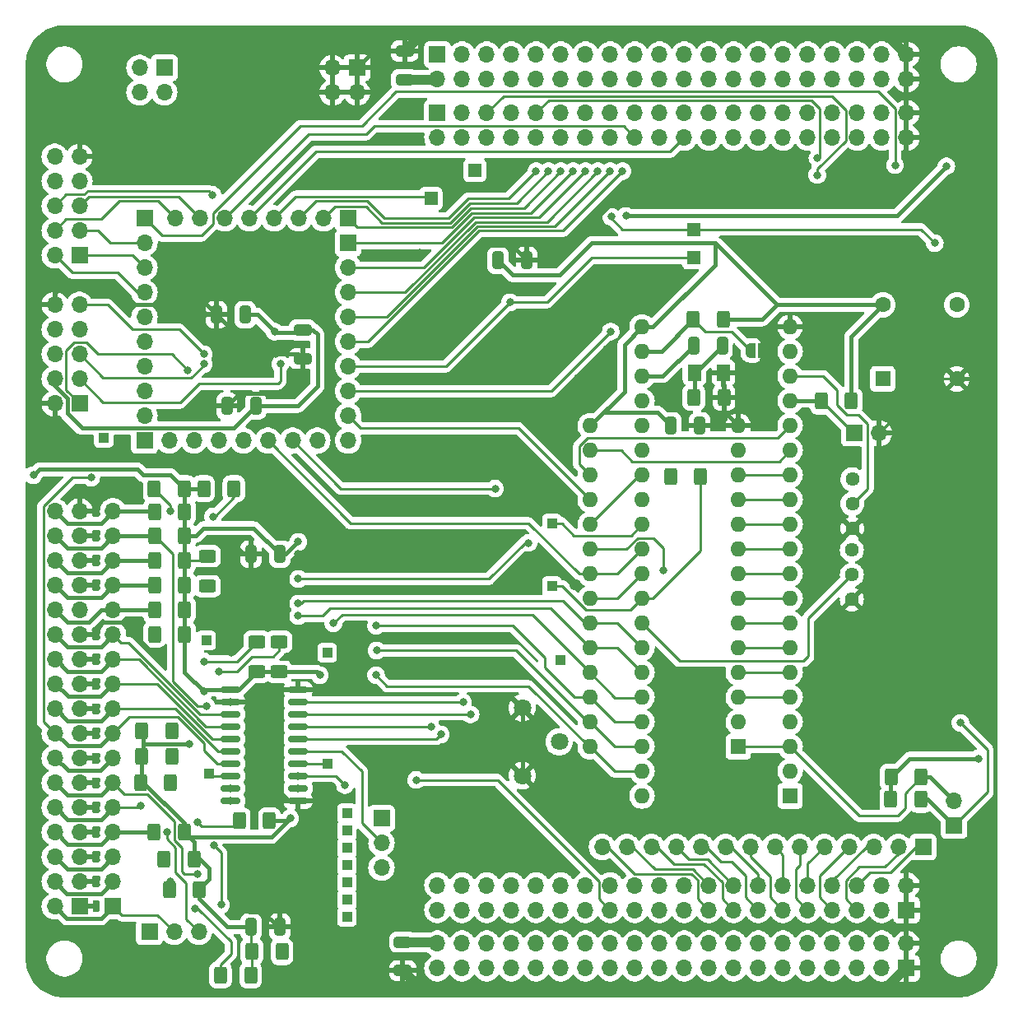
<source format=gbr>
%TF.GenerationSoftware,KiCad,Pcbnew,8.0.5-8.0.5-0~ubuntu22.04.1*%
%TF.CreationDate,2024-10-11T08:26:29+02:00*%
%TF.ProjectId,WD1771_Board,57443137-3731-45f4-926f-6172642e6b69,rev?*%
%TF.SameCoordinates,Original*%
%TF.FileFunction,Copper,L2,Bot*%
%TF.FilePolarity,Positive*%
%FSLAX46Y46*%
G04 Gerber Fmt 4.6, Leading zero omitted, Abs format (unit mm)*
G04 Created by KiCad (PCBNEW 8.0.5-8.0.5-0~ubuntu22.04.1) date 2024-10-11 08:26:29*
%MOMM*%
%LPD*%
G01*
G04 APERTURE LIST*
G04 Aperture macros list*
%AMRoundRect*
0 Rectangle with rounded corners*
0 $1 Rounding radius*
0 $2 $3 $4 $5 $6 $7 $8 $9 X,Y pos of 4 corners*
0 Add a 4 corners polygon primitive as box body*
4,1,4,$2,$3,$4,$5,$6,$7,$8,$9,$2,$3,0*
0 Add four circle primitives for the rounded corners*
1,1,$1+$1,$2,$3*
1,1,$1+$1,$4,$5*
1,1,$1+$1,$6,$7*
1,1,$1+$1,$8,$9*
0 Add four rect primitives between the rounded corners*
20,1,$1+$1,$2,$3,$4,$5,0*
20,1,$1+$1,$4,$5,$6,$7,0*
20,1,$1+$1,$6,$7,$8,$9,0*
20,1,$1+$1,$8,$9,$2,$3,0*%
%AMFreePoly0*
4,1,19,0.500000,-0.750000,0.000000,-0.750000,0.000000,-0.744911,-0.071157,-0.744911,-0.207708,-0.704816,-0.327430,-0.627875,-0.420627,-0.520320,-0.479746,-0.390866,-0.500000,-0.250000,-0.500000,0.250000,-0.479746,0.390866,-0.420627,0.520320,-0.327430,0.627875,-0.207708,0.704816,-0.071157,0.744911,0.000000,0.744911,0.000000,0.750000,0.500000,0.750000,0.500000,-0.750000,0.500000,-0.750000,
$1*%
%AMFreePoly1*
4,1,19,0.000000,0.744911,0.071157,0.744911,0.207708,0.704816,0.327430,0.627875,0.420627,0.520320,0.479746,0.390866,0.500000,0.250000,0.500000,-0.250000,0.479746,-0.390866,0.420627,-0.520320,0.327430,-0.627875,0.207708,-0.704816,0.071157,-0.744911,0.000000,-0.744911,0.000000,-0.750000,-0.500000,-0.750000,-0.500000,0.750000,0.000000,0.750000,0.000000,0.744911,0.000000,0.744911,
$1*%
G04 Aperture macros list end*
%TA.AperFunction,ComponentPad*%
%ADD10R,1.700000X1.700000*%
%TD*%
%TA.AperFunction,ComponentPad*%
%ADD11O,1.700000X1.700000*%
%TD*%
%TA.AperFunction,ComponentPad*%
%ADD12R,1.000000X1.000000*%
%TD*%
%TA.AperFunction,ComponentPad*%
%ADD13R,1.350000X1.350000*%
%TD*%
%TA.AperFunction,ComponentPad*%
%ADD14C,1.800000*%
%TD*%
%TA.AperFunction,ComponentPad*%
%ADD15R,1.600000X1.600000*%
%TD*%
%TA.AperFunction,ComponentPad*%
%ADD16O,1.600000X1.600000*%
%TD*%
%TA.AperFunction,ComponentPad*%
%ADD17C,1.600000*%
%TD*%
%TA.AperFunction,ComponentPad*%
%ADD18C,1.440000*%
%TD*%
%TA.AperFunction,SMDPad,CuDef*%
%ADD19RoundRect,0.250000X-0.650000X0.325000X-0.650000X-0.325000X0.650000X-0.325000X0.650000X0.325000X0*%
%TD*%
%TA.AperFunction,SMDPad,CuDef*%
%ADD20RoundRect,0.250000X0.400000X0.625000X-0.400000X0.625000X-0.400000X-0.625000X0.400000X-0.625000X0*%
%TD*%
%TA.AperFunction,SMDPad,CuDef*%
%ADD21RoundRect,0.250000X-0.325000X-0.650000X0.325000X-0.650000X0.325000X0.650000X-0.325000X0.650000X0*%
%TD*%
%TA.AperFunction,SMDPad,CuDef*%
%ADD22RoundRect,0.250000X-0.400000X-0.625000X0.400000X-0.625000X0.400000X0.625000X-0.400000X0.625000X0*%
%TD*%
%TA.AperFunction,SMDPad,CuDef*%
%ADD23RoundRect,0.250000X0.325000X0.650000X-0.325000X0.650000X-0.325000X-0.650000X0.325000X-0.650000X0*%
%TD*%
%TA.AperFunction,SMDPad,CuDef*%
%ADD24RoundRect,0.250001X-0.462499X-0.624999X0.462499X-0.624999X0.462499X0.624999X-0.462499X0.624999X0*%
%TD*%
%TA.AperFunction,SMDPad,CuDef*%
%ADD25RoundRect,0.250000X-0.625000X0.400000X-0.625000X-0.400000X0.625000X-0.400000X0.625000X0.400000X0*%
%TD*%
%TA.AperFunction,SMDPad,CuDef*%
%ADD26RoundRect,0.250000X0.625000X-0.400000X0.625000X0.400000X-0.625000X0.400000X-0.625000X-0.400000X0*%
%TD*%
%TA.AperFunction,SMDPad,CuDef*%
%ADD27RoundRect,0.250000X0.650000X-0.325000X0.650000X0.325000X-0.650000X0.325000X-0.650000X-0.325000X0*%
%TD*%
%TA.AperFunction,SMDPad,CuDef*%
%ADD28RoundRect,0.150000X0.837500X0.150000X-0.837500X0.150000X-0.837500X-0.150000X0.837500X-0.150000X0*%
%TD*%
%TA.AperFunction,SMDPad,CuDef*%
%ADD29FreePoly0,0.000000*%
%TD*%
%TA.AperFunction,SMDPad,CuDef*%
%ADD30FreePoly1,0.000000*%
%TD*%
%TA.AperFunction,ViaPad*%
%ADD31C,0.800000*%
%TD*%
%TA.AperFunction,Conductor*%
%ADD32C,0.250000*%
%TD*%
%TA.AperFunction,Conductor*%
%ADD33C,0.400000*%
%TD*%
%TA.AperFunction,Conductor*%
%ADD34C,1.000000*%
%TD*%
G04 APERTURE END LIST*
D10*
%TO.P,J30,1,Pin_1*%
%TO.N,+5V*%
X64262000Y-54356000D03*
D11*
%TO.P,J30,2,Pin_2*%
X61722000Y-54356000D03*
%TO.P,J30,3,Pin_3*%
X64262000Y-56896000D03*
%TO.P,J30,4,Pin_4*%
X61722000Y-56896000D03*
%TD*%
D12*
%TO.P,J29,1,Pin_1*%
%TO.N,Net-(J29-Pin_1)*%
X83058000Y-131064000D03*
%TD*%
D10*
%TO.P,J15,1,Pin_1*%
%TO.N,/DB3*%
X83185000Y-72390000D03*
D11*
%TO.P,J15,2,Pin_2*%
%TO.N,/DB4*%
X83185000Y-74930000D03*
%TO.P,J15,3,Pin_3*%
%TO.N,/DB5*%
X83185000Y-77470000D03*
%TO.P,J15,4,Pin_4*%
%TO.N,/DB6*%
X83185000Y-80010000D03*
%TO.P,J15,5,Pin_5*%
%TO.N,/DB7*%
X83185000Y-82550000D03*
%TO.P,J15,6,Pin_6*%
%TO.N,/RW*%
X83185000Y-85090000D03*
%TO.P,J15,7,Pin_7*%
%TO.N,/ZZ27*%
X83185000Y-87630000D03*
%TO.P,J15,8,Pin_8*%
%TO.N,/FDCCLK*%
X83185000Y-90170000D03*
%TO.P,J15,9,Pin_9*%
%TO.N,/HLT*%
X83185000Y-92710000D03*
%TD*%
D13*
%TO.P,J8,1,Pin_1*%
%TO.N,/E*%
X91694000Y-67818000D03*
%TD*%
D10*
%TO.P,J1,1,Pin_1*%
%TO.N,+5V*%
X92367000Y-53000000D03*
D11*
%TO.P,J1,2,Pin_2*%
X92367000Y-55540000D03*
%TO.P,J1,3,Pin_3*%
%TO.N,/PHI1_e*%
X94907000Y-53000000D03*
%TO.P,J1,4,Pin_4*%
%TO.N,/PHI2_e*%
X94907000Y-55540000D03*
%TO.P,J1,5,Pin_5*%
%TO.N,/~{IORD}*%
X97447000Y-53000000D03*
%TO.P,J1,6,Pin_6*%
%TO.N,/R{slash}~{W}_e*%
X97447000Y-55540000D03*
%TO.P,J1,7,Pin_7*%
%TO.N,/~{MRD}*%
X99987000Y-53000000D03*
%TO.P,J1,8,Pin_8*%
%TO.N,/~{MWR}*%
X99987000Y-55540000D03*
%TO.P,J1,9,Pin_9*%
%TO.N,/~{IOWR}*%
X102527000Y-53000000D03*
%TO.P,J1,10,Pin_10*%
%TO.N,/DB0*%
X102527000Y-55540000D03*
%TO.P,J1,11,Pin_11*%
%TO.N,/DB1*%
X105067000Y-53000000D03*
%TO.P,J1,12,Pin_12*%
%TO.N,/DB2*%
X105067000Y-55540000D03*
%TO.P,J1,13,Pin_13*%
%TO.N,/DB3*%
X107607000Y-53000000D03*
%TO.P,J1,14,Pin_14*%
%TO.N,/DB4*%
X107607000Y-55540000D03*
%TO.P,J1,15,Pin_15*%
%TO.N,/DB5*%
X110147000Y-53000000D03*
%TO.P,J1,16,Pin_16*%
%TO.N,/DB6*%
X110147000Y-55540000D03*
%TO.P,J1,17,Pin_17*%
%TO.N,/DB7*%
X112687000Y-53000000D03*
%TO.P,J1,18,Pin_18*%
%TO.N,/ZZ40*%
X112687000Y-55540000D03*
%TO.P,J1,19,Pin_19*%
%TO.N,/A0*%
X115227000Y-53000000D03*
%TO.P,J1,20,Pin_20*%
%TO.N,/A1*%
X115227000Y-55540000D03*
%TO.P,J1,21,Pin_21*%
%TO.N,/A2*%
X117767000Y-53000000D03*
%TO.P,J1,22,Pin_22*%
%TO.N,/A3*%
X117767000Y-55540000D03*
%TO.P,J1,23,Pin_23*%
%TO.N,/A4*%
X120307000Y-53000000D03*
%TO.P,J1,24,Pin_24*%
%TO.N,/A5*%
X120307000Y-55540000D03*
%TO.P,J1,25,Pin_25*%
%TO.N,/A6*%
X122847000Y-53000000D03*
%TO.P,J1,26,Pin_26*%
%TO.N,/A7*%
X122847000Y-55540000D03*
%TO.P,J1,27,Pin_27*%
%TO.N,/A8*%
X125387000Y-53000000D03*
%TO.P,J1,28,Pin_28*%
%TO.N,/A9*%
X125387000Y-55540000D03*
%TO.P,J1,29,Pin_29*%
%TO.N,/A10*%
X127927000Y-53000000D03*
%TO.P,J1,30,Pin_30*%
%TO.N,/A11*%
X127927000Y-55540000D03*
%TO.P,J1,31,Pin_31*%
%TO.N,/A12*%
X130467000Y-53000000D03*
%TO.P,J1,32,Pin_32*%
%TO.N,/A13*%
X130467000Y-55540000D03*
%TO.P,J1,33,Pin_33*%
%TO.N,/A14*%
X133007000Y-53000000D03*
%TO.P,J1,34,Pin_34*%
%TO.N,/A15*%
X133007000Y-55540000D03*
%TO.P,J1,35,Pin_35*%
%TO.N,/A16*%
X135547000Y-53000000D03*
%TO.P,J1,36,Pin_36*%
%TO.N,/A17*%
X135547000Y-55540000D03*
%TO.P,J1,37,Pin_37*%
%TO.N,/A18*%
X138087000Y-53000000D03*
%TO.P,J1,38,Pin_38*%
%TO.N,/A19*%
X138087000Y-55540000D03*
%TO.P,J1,39,Pin_39*%
%TO.N,GND*%
X140627000Y-53000000D03*
%TO.P,J1,40,Pin_40*%
X140627000Y-55540000D03*
%TD*%
D10*
%TO.P,JP6,1,A*%
%TO.N,/~{5}{slash}8*%
X135255000Y-91948000D03*
D11*
%TO.P,JP6,2,B*%
%TO.N,GND*%
X137795000Y-91948000D03*
%TD*%
D10*
%TO.P,J12,1,Pin_1*%
%TO.N,GND*%
X55540000Y-140627000D03*
D11*
%TO.P,J12,2,Pin_2*%
%TO.N,/~{DSKRDY}{slash}DENSEL*%
X53000000Y-140627000D03*
%TO.P,J12,3,Pin_3*%
%TO.N,GND*%
X55540000Y-138087000D03*
%TO.P,J12,4,Pin_4*%
%TO.N,/INUSE*%
X53000000Y-138087000D03*
%TO.P,J12,5,Pin_5*%
%TO.N,GND*%
X55540000Y-135547000D03*
%TO.P,J12,6,Pin_6*%
%TO.N,/~{DS3}*%
X53000000Y-135547000D03*
%TO.P,J12,7,Pin_7*%
%TO.N,GND*%
X55540000Y-133007000D03*
%TO.P,J12,8,Pin_8*%
%TO.N,/~{IDX}*%
X53000000Y-133007000D03*
%TO.P,J12,9,Pin_9*%
%TO.N,GND*%
X55540000Y-130467000D03*
%TO.P,J12,10,Pin_10*%
%TO.N,/~{DS0}*%
X53000000Y-130467000D03*
%TO.P,J12,11,Pin_11*%
%TO.N,GND*%
X55540000Y-127927000D03*
%TO.P,J12,12,Pin_12*%
%TO.N,/~{DS1}*%
X53000000Y-127927000D03*
%TO.P,J12,13,Pin_13*%
%TO.N,GND*%
X55540000Y-125387000D03*
%TO.P,J12,14,Pin_14*%
%TO.N,/~{DS2}*%
X53000000Y-125387000D03*
%TO.P,J12,15,Pin_15*%
%TO.N,GND*%
X55540000Y-122847000D03*
%TO.P,J12,16,Pin_16*%
%TO.N,/~{MOT}*%
X53000000Y-122847000D03*
%TO.P,J12,17,Pin_17*%
%TO.N,GND*%
X55540000Y-120307000D03*
%TO.P,J12,18,Pin_18*%
%TO.N,/~{DIR}*%
X53000000Y-120307000D03*
%TO.P,J12,19,Pin_19*%
%TO.N,GND*%
X55540000Y-117767000D03*
%TO.P,J12,20,Pin_20*%
%TO.N,/~{STEP}*%
X53000000Y-117767000D03*
%TO.P,J12,21,Pin_21*%
%TO.N,GND*%
X55540000Y-115227000D03*
%TO.P,J12,22,Pin_22*%
%TO.N,/~{WDAT}*%
X53000000Y-115227000D03*
%TO.P,J12,23,Pin_23*%
%TO.N,GND*%
X55540000Y-112687000D03*
%TO.P,J12,24,Pin_24*%
%TO.N,/~{WREN}*%
X53000000Y-112687000D03*
%TO.P,J12,25,Pin_25*%
%TO.N,GND*%
X55540000Y-110147000D03*
%TO.P,J12,26,Pin_26*%
%TO.N,/~{TRK00}*%
X53000000Y-110147000D03*
%TO.P,J12,27,Pin_27*%
%TO.N,GND*%
X55540000Y-107607000D03*
%TO.P,J12,28,Pin_28*%
%TO.N,/~{WPT}*%
X53000000Y-107607000D03*
%TO.P,J12,29,Pin_29*%
%TO.N,GND*%
X55540000Y-105067000D03*
%TO.P,J12,30,Pin_30*%
%TO.N,/~{RDAT}*%
X53000000Y-105067000D03*
%TO.P,J12,31,Pin_31*%
%TO.N,GND*%
X55540000Y-102527000D03*
%TO.P,J12,32,Pin_32*%
%TO.N,/~{SIDE1}*%
X53000000Y-102527000D03*
%TO.P,J12,33,Pin_33*%
%TO.N,GND*%
X55540000Y-99987000D03*
%TO.P,J12,34,Pin_34*%
%TO.N,/~{DSKCHG}*%
X53000000Y-99987000D03*
%TD*%
D10*
%TO.P,JP3,1,A*%
%TO.N,/MOTFDC*%
X86614000Y-131572000D03*
D11*
%TO.P,JP3,2,C*%
%TO.N,/MOT#*%
X86614000Y-134112000D03*
%TO.P,JP3,3,B*%
%TO.N,/MOTCP*%
X86614000Y-136652000D03*
%TD*%
D13*
%TO.P,J9,1,Pin_1*%
%TO.N,/RW*%
X118745000Y-73914000D03*
%TD*%
D10*
%TO.P,J4,1,Pin_1*%
%TO.N,GND*%
X140627000Y-141000000D03*
D11*
%TO.P,J4,2,Pin_2*%
X140627000Y-138460000D03*
%TO.P,J4,3,Pin_3*%
%TO.N,+3V3*%
X138087000Y-141000000D03*
%TO.P,J4,4,Pin_4*%
X138087000Y-138460000D03*
%TO.P,J4,5,Pin_5*%
%TO.N,/Bus/~{CE_EXT1}*%
X135547000Y-141000000D03*
%TO.P,J4,6,Pin_6*%
%TO.N,/Bus/~{CE_EXT0}*%
X135547000Y-138460000D03*
%TO.P,J4,7,Pin_7*%
%TO.N,/Bus/~{CE_EXT3}*%
X133007000Y-141000000D03*
%TO.P,J4,8,Pin_8*%
%TO.N,/Bus/~{CE_EXT2}*%
X133007000Y-138460000D03*
%TO.P,J4,9,Pin_9*%
%TO.N,/Bus/~{CE_EXT5}*%
X130467000Y-141000000D03*
%TO.P,J4,10,Pin_10*%
%TO.N,/Bus/~{CE_EXT4}*%
X130467000Y-138460000D03*
%TO.P,J4,11,Pin_11*%
%TO.N,/Bus/~{CE_EXT7}*%
X127927000Y-141000000D03*
%TO.P,J4,12,Pin_12*%
%TO.N,/Bus/~{CE_EXT6}*%
X127927000Y-138460000D03*
%TO.P,J4,13,Pin_13*%
%TO.N,/Bus/~{CE_EXT9}*%
X125387000Y-141000000D03*
%TO.P,J4,14,Pin_14*%
%TO.N,/Bus/~{CE_EXT8}*%
X125387000Y-138460000D03*
%TO.P,J4,15,Pin_15*%
%TO.N,/Bus/~{CE_EXT11}*%
X122847000Y-141000000D03*
%TO.P,J4,16,Pin_16*%
%TO.N,/Bus/~{CE_EXT10}*%
X122847000Y-138460000D03*
%TO.P,J4,17,Pin_17*%
%TO.N,/Bus/~{CE_EXT13}*%
X120307000Y-141000000D03*
%TO.P,J4,18,Pin_18*%
%TO.N,/Bus/~{CE_EXT12}*%
X120307000Y-138460000D03*
%TO.P,J4,19,Pin_19*%
%TO.N,/RES4*%
X117767000Y-141000000D03*
%TO.P,J4,20,Pin_20*%
%TO.N,/RES5*%
X117767000Y-138460000D03*
%TO.P,J4,21,Pin_21*%
%TO.N,/RES2*%
X115227000Y-141000000D03*
%TO.P,J4,22,Pin_22*%
%TO.N,/RES3*%
X115227000Y-138460000D03*
%TO.P,J4,23,Pin_23*%
%TO.N,/RES0*%
X112687000Y-141000000D03*
%TO.P,J4,24,Pin_24*%
%TO.N,/RES1*%
X112687000Y-138460000D03*
%TO.P,J4,25,Pin_25*%
%TO.N,/CLK1*%
X110147000Y-141000000D03*
%TO.P,J4,26,Pin_26*%
%TO.N,/~{BUSFREE}*%
X110147000Y-138460000D03*
%TO.P,J4,27,Pin_27*%
%TO.N,/CLKF*%
X107607000Y-141000000D03*
%TO.P,J4,28,Pin_28*%
%TO.N,/CLKS*%
X107607000Y-138460000D03*
%TO.P,J4,29,Pin_29*%
%TO.N,/~{PH0}*%
X105067000Y-141000000D03*
%TO.P,J4,30,Pin_30*%
%TO.N,/PH0*%
X105067000Y-138460000D03*
%TO.P,J4,31,Pin_31*%
%TO.N,/SDA*%
X102527000Y-141000000D03*
%TO.P,J4,32,Pin_32*%
%TO.N,/SCL*%
X102527000Y-138460000D03*
%TO.P,J4,33,Pin_33*%
%TO.N,/TX1*%
X99987000Y-141000000D03*
%TO.P,J4,34,Pin_34*%
%TO.N,/RX1*%
X99987000Y-138460000D03*
%TO.P,J4,35,Pin_35*%
%TO.N,/TX0*%
X97447000Y-141000000D03*
%TO.P,J4,36,Pin_36*%
%TO.N,/RX0*%
X97447000Y-138460000D03*
%TO.P,J4,37,Pin_37*%
%TO.N,/TXSTM*%
X94907000Y-141000000D03*
%TO.P,J4,38,Pin_38*%
%TO.N,/RXSTM*%
X94907000Y-138460000D03*
%TO.P,J4,39,Pin_39*%
%TO.N,+5VA*%
X92367000Y-141000000D03*
%TO.P,J4,40,Pin_40*%
X92367000Y-138460000D03*
%TD*%
D10*
%TO.P,J31,1,Pin_1*%
%TO.N,GND*%
X84094000Y-54376000D03*
D11*
%TO.P,J31,2,Pin_2*%
X81554000Y-54376000D03*
%TO.P,J31,3,Pin_3*%
X84094000Y-56916000D03*
%TO.P,J31,4,Pin_4*%
X81554000Y-56916000D03*
%TD*%
D12*
%TO.P,J28,1,Pin_1*%
%TO.N,Net-(J28-Pin_1)*%
X83058000Y-132842000D03*
%TD*%
D10*
%TO.P,J7,1,Pin_1*%
%TO.N,/DB2*%
X83185000Y-69850000D03*
D11*
%TO.P,J7,2,Pin_2*%
%TO.N,/DB1*%
X80645000Y-69850000D03*
%TO.P,J7,3,Pin_3*%
%TO.N,/DB0*%
X78105000Y-69850000D03*
%TO.P,J7,4,Pin_4*%
%TO.N,/E*%
X75565000Y-69850000D03*
%TO.P,J7,5,Pin_5*%
%TO.N,/A3*%
X73025000Y-69850000D03*
%TO.P,J7,6,Pin_6*%
%TO.N,/ZZ40*%
X70485000Y-69850000D03*
%TO.P,J7,7,Pin_7*%
%TO.N,/HLD*%
X67945000Y-69850000D03*
%TO.P,J7,8,Pin_8*%
%TO.N,/DRV*%
X65405000Y-69850000D03*
%TD*%
D12*
%TO.P,J18,1,Pin_1*%
%TO.N,Net-(J18-Pin_1)*%
X81026000Y-114554000D03*
%TD*%
%TO.P,J17,1,Pin_1*%
%TO.N,Net-(J17-Pin_1)*%
X68834000Y-127000000D03*
%TD*%
D10*
%TO.P,JP1,1,A*%
%TO.N,/~{DSKRDY}*%
X62738000Y-143256000D03*
D11*
%TO.P,JP1,2,C*%
%TO.N,/~{DSKRDY}{slash}DENSEL*%
X65278000Y-143256000D03*
%TO.P,JP1,3,B*%
%TO.N,/DENSEL*%
X67818000Y-143256000D03*
%TD*%
D13*
%TO.P,J10,1,Pin_1*%
%TO.N,/Bus/~{DOE}*%
X118745000Y-70993000D03*
%TD*%
D12*
%TO.P,J27,1,Pin_1*%
%TO.N,Net-(J27-Pin_1)*%
X83058000Y-134620000D03*
%TD*%
%TO.P,J34,1,Pin_1*%
%TO.N,/READY*%
X104140000Y-107696000D03*
%TD*%
%TO.P,J20,1,Pin_1*%
%TO.N,Net-(J20-Pin_1)*%
X81026000Y-125984000D03*
%TD*%
D13*
%TO.P,J5,1,Pin_1*%
%TO.N,/R{slash}~{W}_e*%
X96225000Y-64925000D03*
%TD*%
D10*
%TO.P,J26,1,Pin_1*%
%TO.N,/~{CE1}*%
X145517000Y-132314000D03*
D11*
%TO.P,J26,2,Pin_2*%
%TO.N,/ZZ27*%
X145517000Y-129774000D03*
%TD*%
D10*
%TO.P,J2,1,Pin_1*%
%TO.N,GND*%
X140627000Y-147000000D03*
D11*
%TO.P,J2,2,Pin_2*%
X140627000Y-144460000D03*
%TO.P,J2,3,Pin_3*%
%TO.N,+3V3*%
X138087000Y-147000000D03*
%TO.P,J2,4,Pin_4*%
X138087000Y-144460000D03*
%TO.P,J2,5,Pin_5*%
%TO.N,/Bus/~{CE_EXT1}*%
X135547000Y-147000000D03*
%TO.P,J2,6,Pin_6*%
%TO.N,/Bus/~{CE_EXT0}*%
X135547000Y-144460000D03*
%TO.P,J2,7,Pin_7*%
%TO.N,/Bus/~{CE_EXT3}*%
X133007000Y-147000000D03*
%TO.P,J2,8,Pin_8*%
%TO.N,/Bus/~{CE_EXT2}*%
X133007000Y-144460000D03*
%TO.P,J2,9,Pin_9*%
%TO.N,/Bus/~{CE_EXT5}*%
X130467000Y-147000000D03*
%TO.P,J2,10,Pin_10*%
%TO.N,/Bus/~{CE_EXT4}*%
X130467000Y-144460000D03*
%TO.P,J2,11,Pin_11*%
%TO.N,/Bus/~{CE_EXT7}*%
X127927000Y-147000000D03*
%TO.P,J2,12,Pin_12*%
%TO.N,/Bus/~{CE_EXT6}*%
X127927000Y-144460000D03*
%TO.P,J2,13,Pin_13*%
%TO.N,/Bus/~{CE_EXT9}*%
X125387000Y-147000000D03*
%TO.P,J2,14,Pin_14*%
%TO.N,/Bus/~{CE_EXT8}*%
X125387000Y-144460000D03*
%TO.P,J2,15,Pin_15*%
%TO.N,/Bus/~{CE_EXT11}*%
X122847000Y-147000000D03*
%TO.P,J2,16,Pin_16*%
%TO.N,/Bus/~{CE_EXT10}*%
X122847000Y-144460000D03*
%TO.P,J2,17,Pin_17*%
%TO.N,/Bus/~{CE_EXT13}*%
X120307000Y-147000000D03*
%TO.P,J2,18,Pin_18*%
%TO.N,/Bus/~{CE_EXT12}*%
X120307000Y-144460000D03*
%TO.P,J2,19,Pin_19*%
%TO.N,/RES4*%
X117767000Y-147000000D03*
%TO.P,J2,20,Pin_20*%
%TO.N,/RES5*%
X117767000Y-144460000D03*
%TO.P,J2,21,Pin_21*%
%TO.N,/RES2*%
X115227000Y-147000000D03*
%TO.P,J2,22,Pin_22*%
%TO.N,/RES3*%
X115227000Y-144460000D03*
%TO.P,J2,23,Pin_23*%
%TO.N,/RES0*%
X112687000Y-147000000D03*
%TO.P,J2,24,Pin_24*%
%TO.N,/RES1*%
X112687000Y-144460000D03*
%TO.P,J2,25,Pin_25*%
%TO.N,/CLK1*%
X110147000Y-147000000D03*
%TO.P,J2,26,Pin_26*%
%TO.N,/~{BUSFREE}*%
X110147000Y-144460000D03*
%TO.P,J2,27,Pin_27*%
%TO.N,/CLKF*%
X107607000Y-147000000D03*
%TO.P,J2,28,Pin_28*%
%TO.N,/CLKS*%
X107607000Y-144460000D03*
%TO.P,J2,29,Pin_29*%
%TO.N,/~{PH0}*%
X105067000Y-147000000D03*
%TO.P,J2,30,Pin_30*%
%TO.N,/PH0*%
X105067000Y-144460000D03*
%TO.P,J2,31,Pin_31*%
%TO.N,/SDA*%
X102527000Y-147000000D03*
%TO.P,J2,32,Pin_32*%
%TO.N,/SCL*%
X102527000Y-144460000D03*
%TO.P,J2,33,Pin_33*%
%TO.N,/TX1*%
X99987000Y-147000000D03*
%TO.P,J2,34,Pin_34*%
%TO.N,/RX1*%
X99987000Y-144460000D03*
%TO.P,J2,35,Pin_35*%
%TO.N,/TX0*%
X97447000Y-147000000D03*
%TO.P,J2,36,Pin_36*%
%TO.N,/RX0*%
X97447000Y-144460000D03*
%TO.P,J2,37,Pin_37*%
%TO.N,/TXSTM*%
X94907000Y-147000000D03*
%TO.P,J2,38,Pin_38*%
%TO.N,/RXSTM*%
X94907000Y-144460000D03*
%TO.P,J2,39,Pin_39*%
%TO.N,+5VA*%
X92367000Y-147000000D03*
%TO.P,J2,40,Pin_40*%
X92367000Y-144460000D03*
%TD*%
D10*
%TO.P,J32,1,Pin_1*%
%TO.N,/NMICP*%
X55540000Y-73660000D03*
D11*
%TO.P,J32,2,Pin_2*%
%TO.N,/INTCP*%
X53000000Y-73660000D03*
%TO.P,J32,3,Pin_3*%
%TO.N,/SIDECP*%
X55540000Y-71120000D03*
%TO.P,J32,4,Pin_4*%
%TO.N,/DRV*%
X53000000Y-71120000D03*
%TO.P,J32,5,Pin_5*%
%TO.N,/HLD*%
X55540000Y-68580000D03*
%TO.P,J32,6,Pin_6*%
%TO.N,/HLT*%
X53000000Y-68580000D03*
%TO.P,J32,7,Pin_7*%
%TO.N,unconnected-(J32-Pin_7-Pad7)*%
X55540000Y-66040000D03*
%TO.P,J32,8,Pin_8*%
%TO.N,unconnected-(J32-Pin_8-Pad8)*%
X53000000Y-66040000D03*
%TO.P,J32,9,Pin_9*%
%TO.N,GND*%
X55540000Y-63500000D03*
%TO.P,J32,10,Pin_10*%
%TO.N,+5V*%
X53000000Y-63500000D03*
%TD*%
D10*
%TO.P,J14,1,Pin_1*%
%TO.N,/TCK*%
X55540000Y-88900000D03*
D11*
%TO.P,J14,2,Pin_2*%
%TO.N,GND*%
X53000000Y-88900000D03*
%TO.P,J14,3,Pin_3*%
%TO.N,/TDO*%
X55540000Y-86360000D03*
%TO.P,J14,4,Pin_4*%
%TO.N,+3V3*%
X53000000Y-86360000D03*
%TO.P,J14,5,Pin_5*%
%TO.N,/TMS*%
X55540000Y-83820000D03*
%TO.P,J14,6,Pin_6*%
%TO.N,unconnected-(J14-Pin_6-Pad6)*%
X53000000Y-83820000D03*
%TO.P,J14,7,Pin_7*%
%TO.N,unconnected-(J14-Pin_7-Pad7)*%
X55540000Y-81280000D03*
%TO.P,J14,8,Pin_8*%
%TO.N,unconnected-(J14-Pin_8-Pad8)*%
X53000000Y-81280000D03*
%TO.P,J14,9,Pin_9*%
%TO.N,/TDI*%
X55540000Y-78740000D03*
%TO.P,J14,10,Pin_10*%
%TO.N,GND*%
X53000000Y-78740000D03*
%TD*%
D14*
%TO.P,C9,1*%
%TO.N,Net-(U7-VCO)*%
X104902000Y-123698000D03*
%TO.P,C9,2*%
%TO.N,GND*%
X101092000Y-120205500D03*
X101092000Y-127190500D03*
%TD*%
D12*
%TO.P,J22,1,Pin_1*%
%TO.N,Net-(J22-Pin_1)*%
X83058000Y-141732000D03*
%TD*%
%TO.P,J33,1,Pin_1*%
%TO.N,Net-(J33-Pin_1)*%
X104140000Y-101219000D03*
%TD*%
D15*
%TO.P,U3,1,~{CS}*%
%TO.N,/ZZ27*%
X123317000Y-124206000D03*
D16*
%TO.P,U3,2,R/~{W}*%
%TO.N,/RW*%
X123317000Y-121666000D03*
%TO.P,U3,3,A0*%
%TO.N,/A0*%
X123317000Y-119126000D03*
%TO.P,U3,4,A1*%
%TO.N,/A1*%
X123317000Y-116586000D03*
%TO.P,U3,5,D0*%
%TO.N,/D0*%
X123317000Y-114046000D03*
%TO.P,U3,6,D1*%
%TO.N,/D1*%
X123317000Y-111506000D03*
%TO.P,U3,7,D2*%
%TO.N,/D2*%
X123317000Y-108966000D03*
%TO.P,U3,8,D3*%
%TO.N,/D3*%
X123317000Y-106426000D03*
%TO.P,U3,9,D4*%
%TO.N,/D4*%
X123317000Y-103886000D03*
%TO.P,U3,10,D5*%
%TO.N,/D5*%
X123317000Y-101346000D03*
%TO.P,U3,11,D6*%
%TO.N,/D6*%
X123317000Y-98806000D03*
%TO.P,U3,12,D7*%
%TO.N,/D7*%
X123317000Y-96266000D03*
%TO.P,U3,13,~{RST}*%
%TO.N,/ZZ40*%
X123317000Y-93726000D03*
%TO.P,U3,14,GND*%
%TO.N,GND*%
X123317000Y-91186000D03*
%TO.P,U3,15,VCC*%
%TO.N,+5V*%
X108077000Y-91186000D03*
%TO.P,U3,16,~{STEP}*%
%TO.N,/STEP#*%
X108077000Y-93726000D03*
%TO.P,U3,17,~{DIRC}*%
%TO.N,/DIR#*%
X108077000Y-96266000D03*
%TO.P,U3,18,CLK*%
%TO.N,/FDCCLK*%
X108077000Y-98806000D03*
%TO.P,U3,19,~{RD}*%
%TO.N,/~{RDAT}#*%
X108077000Y-101346000D03*
%TO.P,U3,20,~{MO}*%
%TO.N,/MOTFDC*%
X108077000Y-103886000D03*
%TO.P,U3,21,~{WG}*%
%TO.N,/WG#*%
X108077000Y-106426000D03*
%TO.P,U3,22,~{WD}*%
%TO.N,/WD#*%
X108077000Y-108966000D03*
%TO.P,U3,23,~{TR00}*%
%TO.N,/~{TRK00}#*%
X108077000Y-111506000D03*
%TO.P,U3,24,~{IP}*%
%TO.N,/~{IDX}#*%
X108077000Y-114046000D03*
%TO.P,U3,25,~{WPRT}*%
%TO.N,/~{WPT}#*%
X108077000Y-116586000D03*
%TO.P,U3,26,~{DDEN}*%
%TO.N,/ZZ18*%
X108077000Y-119126000D03*
%TO.P,U3,27,DRQ*%
%TO.N,/DRQ*%
X108077000Y-121666000D03*
%TO.P,U3,28,INTRQ*%
%TO.N,/INTRQ*%
X108077000Y-124206000D03*
%TD*%
D12*
%TO.P,J19,1,Pin_1*%
%TO.N,Net-(J19-Pin_1)*%
X68580000Y-113284000D03*
%TD*%
%TO.P,J35,1,Pin_1*%
%TO.N,Net-(J35-Pin_1)*%
X105003600Y-115316000D03*
%TD*%
%TO.P,J24,1,Pin_1*%
%TO.N,Net-(J24-Pin_1)*%
X83058000Y-136398000D03*
%TD*%
D10*
%TO.P,J11,1,Pin_1*%
%TO.N,/Bus/~{CE_EXT0}*%
X142325000Y-134525000D03*
D11*
%TO.P,J11,2,Pin_2*%
%TO.N,/Bus/~{CE_EXT1}*%
X139785000Y-134525000D03*
%TO.P,J11,3,Pin_3*%
%TO.N,/Bus/~{CE_EXT2}*%
X137245000Y-134525000D03*
%TO.P,J11,4,Pin_4*%
%TO.N,/Bus/~{CE_EXT3}*%
X134705000Y-134525000D03*
%TO.P,J11,5,Pin_5*%
%TO.N,/Bus/~{CE_EXT4}*%
X132165000Y-134525000D03*
%TO.P,J11,6,Pin_6*%
%TO.N,/Bus/~{CE_EXT5}*%
X129625000Y-134525000D03*
%TO.P,J11,7,Pin_7*%
%TO.N,/Bus/~{CE_EXT6}*%
X127085000Y-134525000D03*
%TO.P,J11,8,Pin_8*%
%TO.N,/Bus/~{CE_EXT7}*%
X124545000Y-134525000D03*
%TO.P,J11,9,Pin_9*%
%TO.N,/Bus/~{CE_EXT8}*%
X122005000Y-134525000D03*
%TO.P,J11,10,Pin_10*%
%TO.N,/Bus/~{CE_EXT9}*%
X119465000Y-134525000D03*
%TO.P,J11,11,Pin_11*%
%TO.N,/Bus/~{CE_EXT10}*%
X116925000Y-134525000D03*
%TO.P,J11,12,Pin_12*%
%TO.N,/Bus/~{CE_EXT11}*%
X114385000Y-134525000D03*
%TO.P,J11,13,Pin_13*%
%TO.N,/Bus/~{CE_EXT12}*%
X111845000Y-134525000D03*
%TO.P,J11,14,Pin_14*%
%TO.N,/Bus/~{CE_EXT13}*%
X109305000Y-134525000D03*
%TD*%
D15*
%TO.P,X1,1,EN*%
%TO.N,unconnected-(X1-EN-Pad1)*%
X138176000Y-86360000D03*
D17*
%TO.P,X1,4,GND*%
%TO.N,GND*%
X145796000Y-86360000D03*
%TO.P,X1,5,OUT*%
%TO.N,/CLK8M*%
X145796000Y-78740000D03*
%TO.P,X1,8,Vcc*%
%TO.N,+5V*%
X138176000Y-78740000D03*
%TD*%
D10*
%TO.P,J3,1,Pin_1*%
%TO.N,+5V*%
X92367000Y-59000000D03*
D11*
%TO.P,J3,2,Pin_2*%
X92367000Y-61540000D03*
%TO.P,J3,3,Pin_3*%
%TO.N,/PHI1_e*%
X94907000Y-59000000D03*
%TO.P,J3,4,Pin_4*%
%TO.N,/PHI2_e*%
X94907000Y-61540000D03*
%TO.P,J3,5,Pin_5*%
%TO.N,/~{IORD}*%
X97447000Y-59000000D03*
%TO.P,J3,6,Pin_6*%
%TO.N,/R{slash}~{W}_e*%
X97447000Y-61540000D03*
%TO.P,J3,7,Pin_7*%
%TO.N,/~{MRD}*%
X99987000Y-59000000D03*
%TO.P,J3,8,Pin_8*%
%TO.N,/~{MWR}*%
X99987000Y-61540000D03*
%TO.P,J3,9,Pin_9*%
%TO.N,/~{IOWR}*%
X102527000Y-59000000D03*
%TO.P,J3,10,Pin_10*%
%TO.N,/DB0*%
X102527000Y-61540000D03*
%TO.P,J3,11,Pin_11*%
%TO.N,/DB1*%
X105067000Y-59000000D03*
%TO.P,J3,12,Pin_12*%
%TO.N,/DB2*%
X105067000Y-61540000D03*
%TO.P,J3,13,Pin_13*%
%TO.N,/DB3*%
X107607000Y-59000000D03*
%TO.P,J3,14,Pin_14*%
%TO.N,/DB4*%
X107607000Y-61540000D03*
%TO.P,J3,15,Pin_15*%
%TO.N,/DB5*%
X110147000Y-59000000D03*
%TO.P,J3,16,Pin_16*%
%TO.N,/DB6*%
X110147000Y-61540000D03*
%TO.P,J3,17,Pin_17*%
%TO.N,/DB7*%
X112687000Y-59000000D03*
%TO.P,J3,18,Pin_18*%
%TO.N,/ZZ40*%
X112687000Y-61540000D03*
%TO.P,J3,19,Pin_19*%
%TO.N,/A0*%
X115227000Y-59000000D03*
%TO.P,J3,20,Pin_20*%
%TO.N,/A1*%
X115227000Y-61540000D03*
%TO.P,J3,21,Pin_21*%
%TO.N,/A2*%
X117767000Y-59000000D03*
%TO.P,J3,22,Pin_22*%
%TO.N,/A3*%
X117767000Y-61540000D03*
%TO.P,J3,23,Pin_23*%
%TO.N,/A4*%
X120307000Y-59000000D03*
%TO.P,J3,24,Pin_24*%
%TO.N,/A5*%
X120307000Y-61540000D03*
%TO.P,J3,25,Pin_25*%
%TO.N,/A6*%
X122847000Y-59000000D03*
%TO.P,J3,26,Pin_26*%
%TO.N,/A7*%
X122847000Y-61540000D03*
%TO.P,J3,27,Pin_27*%
%TO.N,/A8*%
X125387000Y-59000000D03*
%TO.P,J3,28,Pin_28*%
%TO.N,/A9*%
X125387000Y-61540000D03*
%TO.P,J3,29,Pin_29*%
%TO.N,/A10*%
X127927000Y-59000000D03*
%TO.P,J3,30,Pin_30*%
%TO.N,/A11*%
X127927000Y-61540000D03*
%TO.P,J3,31,Pin_31*%
%TO.N,/A12*%
X130467000Y-59000000D03*
%TO.P,J3,32,Pin_32*%
%TO.N,/A13*%
X130467000Y-61540000D03*
%TO.P,J3,33,Pin_33*%
%TO.N,/A14*%
X133007000Y-59000000D03*
%TO.P,J3,34,Pin_34*%
%TO.N,/A15*%
X133007000Y-61540000D03*
%TO.P,J3,35,Pin_35*%
%TO.N,/A16*%
X135547000Y-59000000D03*
%TO.P,J3,36,Pin_36*%
%TO.N,/A17*%
X135547000Y-61540000D03*
%TO.P,J3,37,Pin_37*%
%TO.N,/A18*%
X138087000Y-59000000D03*
%TO.P,J3,38,Pin_38*%
%TO.N,/A19*%
X138087000Y-61540000D03*
%TO.P,J3,39,Pin_39*%
%TO.N,GND*%
X140627000Y-59000000D03*
%TO.P,J3,40,Pin_40*%
X140627000Y-61540000D03*
%TD*%
D12*
%TO.P,J21,1,Pin_1*%
%TO.N,/ZZ5*%
X58039000Y-92456000D03*
%TD*%
D18*
%TO.P,RV1,1,1*%
%TO.N,+5V*%
X135052000Y-96680000D03*
%TO.P,RV1,2,2*%
%TO.N,Net-(U7-RPW)*%
X135052000Y-99220000D03*
%TO.P,RV1,3,3*%
%TO.N,GND*%
X135052000Y-101760000D03*
%TD*%
D12*
%TO.P,J23,1,Pin_1*%
%TO.N,Net-(J23-Pin_1)*%
X83058000Y-139954000D03*
%TD*%
D10*
%TO.P,J16,1,Pin_1*%
%TO.N,/MOTCP*%
X62230000Y-92710000D03*
D11*
%TO.P,J16,2,Pin_2*%
%TO.N,/ZZ13*%
X64770000Y-92710000D03*
%TO.P,J16,3,Pin_3*%
%TO.N,/INTRQ*%
X67310000Y-92710000D03*
%TO.P,J16,4,Pin_4*%
%TO.N,/DRQ*%
X69850000Y-92710000D03*
%TO.P,J16,5,Pin_5*%
%TO.N,/ZZ18*%
X72390000Y-92710000D03*
%TO.P,J16,6,Pin_6*%
%TO.N,/WG#*%
X74930000Y-92710000D03*
%TO.P,J16,7,Pin_7*%
%TO.N,/MOTFDC*%
X77470000Y-92710000D03*
%TO.P,J16,8,Pin_8*%
%TO.N,/CLK1*%
X80010000Y-92710000D03*
%TD*%
D12*
%TO.P,J25,1,Pin_1*%
%TO.N,Net-(J25-Pin_1)*%
X83058000Y-138176000D03*
%TD*%
D10*
%TO.P,J6,1,Pin_1*%
%TO.N,/CLK8M*%
X62230000Y-69850000D03*
D11*
%TO.P,J6,2,Pin_2*%
%TO.N,/SIDECP*%
X62230000Y-72390000D03*
%TO.P,J6,3,Pin_3*%
%TO.N,/NMICP*%
X62230000Y-74930000D03*
%TO.P,J6,4,Pin_4*%
%TO.N,/INTCP*%
X62230000Y-77470000D03*
%TO.P,J6,5,Pin_5*%
%TO.N,/DSKRDY#*%
X62230000Y-80010000D03*
%TO.P,J6,6,Pin_6*%
%TO.N,/ZZ5*%
X62230000Y-82550000D03*
%TO.P,J6,7,Pin_7*%
%TO.N,/DSB*%
X62230000Y-85090000D03*
%TO.P,J6,8,Pin_8*%
%TO.N,/DSA*%
X62230000Y-87630000D03*
%TO.P,J6,9,Pin_9*%
%TO.N,/SIDE1#*%
X62230000Y-90170000D03*
%TD*%
D15*
%TO.P,U7,1,ENP*%
%TO.N,/MOTFDC*%
X128651000Y-129271000D03*
D16*
%TO.P,U7,2,~{WE}*%
%TO.N,/~{IOWR}*%
X128651000Y-126731000D03*
%TO.P,U7,3,~{CS}*%
%TO.N,/ZZ27*%
X128651000Y-124191000D03*
%TO.P,U7,4,~{RE}*%
%TO.N,/~{IORD}*%
X128651000Y-121651000D03*
%TO.P,U7,5,A0*%
%TO.N,/A0*%
X128651000Y-119111000D03*
%TO.P,U7,6,A1*%
%TO.N,/A1*%
X128651000Y-116571000D03*
%TO.P,U7,7,~{DAL0}*%
%TO.N,/D0*%
X128651000Y-114031000D03*
%TO.P,U7,8,~{DAL1}*%
%TO.N,/D1*%
X128651000Y-111491000D03*
%TO.P,U7,9,~{DAL2}*%
%TO.N,/D2*%
X128651000Y-108951000D03*
%TO.P,U7,10,~{DAL3}*%
%TO.N,/D3*%
X128651000Y-106411000D03*
%TO.P,U7,11,~{DAL4}*%
%TO.N,/D4*%
X128651000Y-103871000D03*
%TO.P,U7,12,~{DAL5}*%
%TO.N,/D5*%
X128651000Y-101331000D03*
%TO.P,U7,13,~{DAL6}*%
%TO.N,/D6*%
X128651000Y-98791000D03*
%TO.P,U7,14,~{DAL7}*%
%TO.N,/D7*%
X128651000Y-96251000D03*
%TO.P,U7,15,STEP*%
%TO.N,/STEP#*%
X128651000Y-93711000D03*
%TO.P,U7,16,DIRC*%
%TO.N,/DIR#*%
X128651000Y-91171000D03*
%TO.P,U7,17,~{5}/8*%
%TO.N,/~{5}{slash}8*%
X128651000Y-88631000D03*
%TO.P,U7,18,RPW*%
%TO.N,Net-(U7-RPW)*%
X128651000Y-86091000D03*
%TO.P,U7,19,~{MR}*%
%TO.N,/ZZ40*%
X128651000Y-83551000D03*
%TO.P,U7,20,VSS*%
%TO.N,GND*%
X128651000Y-81011000D03*
%TO.P,U7,21,VCC*%
%TO.N,+5V*%
X113411000Y-81011000D03*
%TO.P,U7,22,~{TEST}*%
%TO.N,/~{TEST}*%
X113411000Y-83551000D03*
%TO.P,U7,23,PUMP*%
%TO.N,Net-(U7-PUMP)*%
X113411000Y-86091000D03*
%TO.P,U7,24,CLK*%
%TO.N,/FDCCLK*%
X113411000Y-88631000D03*
%TO.P,U7,25,~{ENMF}*%
%TO.N,Net-(J35-Pin_1)*%
X113411000Y-91171000D03*
%TO.P,U7,26,VCO*%
%TO.N,Net-(U7-VCO)*%
X113411000Y-93711000D03*
%TO.P,U7,27,~{RAW_READ}*%
%TO.N,/~{RDAT}#*%
X113411000Y-96251000D03*
%TO.P,U7,28,HLD*%
%TO.N,/HLD*%
X113411000Y-98791000D03*
%TO.P,U7,29,TG43*%
%TO.N,Net-(J33-Pin_1)*%
X113411000Y-101331000D03*
%TO.P,U7,30,WG*%
%TO.N,/WG#*%
X113411000Y-103871000D03*
%TO.P,U7,31,WD*%
%TO.N,/WD#*%
X113411000Y-106411000D03*
%TO.P,U7,32,READY*%
%TO.N,/READY*%
X113411000Y-108951000D03*
%TO.P,U7,33,WPW*%
%TO.N,Net-(U7-WPW)*%
X113411000Y-111491000D03*
%TO.P,U7,34,~{TR00}*%
%TO.N,/~{TRK00}#*%
X113411000Y-114031000D03*
%TO.P,U7,35,~{IP}*%
%TO.N,/~{IDX}#*%
X113411000Y-116571000D03*
%TO.P,U7,36,~{WPRT}*%
%TO.N,/~{WPT}#*%
X113411000Y-119111000D03*
%TO.P,U7,37,~{DDEN}*%
%TO.N,/ZZ18*%
X113411000Y-121651000D03*
%TO.P,U7,38,DRQ*%
%TO.N,/DRQ*%
X113411000Y-124191000D03*
%TO.P,U7,39,INTRQ*%
%TO.N,/INTRQ*%
X113411000Y-126731000D03*
%TO.P,U7,40,HLT*%
%TO.N,/HLT*%
X113411000Y-129271000D03*
%TD*%
D18*
%TO.P,RV2,1,1*%
%TO.N,+5V*%
X135000000Y-103975000D03*
%TO.P,RV2,2,2*%
%TO.N,Net-(U7-WPW)*%
X135000000Y-106515000D03*
%TO.P,RV2,3,3*%
%TO.N,GND*%
X135000000Y-109055000D03*
%TD*%
D10*
%TO.P,J13,1,Pin_1*%
%TO.N,/~{DSKRDY}{slash}DENSEL*%
X59000000Y-140627000D03*
D11*
%TO.P,J13,2,Pin_2*%
%TO.N,/INUSE*%
X59000000Y-138087000D03*
%TO.P,J13,3,Pin_3*%
%TO.N,/~{DS3}*%
X59000000Y-135547000D03*
%TO.P,J13,4,Pin_4*%
%TO.N,/~{IDX}*%
X59000000Y-133007000D03*
%TO.P,J13,5,Pin_5*%
%TO.N,/~{DS0}*%
X59000000Y-130467000D03*
%TO.P,J13,6,Pin_6*%
%TO.N,/~{DS1}*%
X59000000Y-127927000D03*
%TO.P,J13,7,Pin_7*%
%TO.N,/~{DS2}*%
X59000000Y-125387000D03*
%TO.P,J13,8,Pin_8*%
%TO.N,/~{MOT}*%
X59000000Y-122847000D03*
%TO.P,J13,9,Pin_9*%
%TO.N,/~{DIR}*%
X59000000Y-120307000D03*
%TO.P,J13,10,Pin_10*%
%TO.N,/~{STEP}*%
X59000000Y-117767000D03*
%TO.P,J13,11,Pin_11*%
%TO.N,/~{WDAT}*%
X59000000Y-115227000D03*
%TO.P,J13,12,Pin_12*%
%TO.N,/~{WREN}*%
X59000000Y-112687000D03*
%TO.P,J13,13,Pin_13*%
%TO.N,/~{TRK00}*%
X59000000Y-110147000D03*
%TO.P,J13,14,Pin_14*%
%TO.N,/~{WPT}*%
X59000000Y-107607000D03*
%TO.P,J13,15,Pin_15*%
%TO.N,/~{RDAT}*%
X59000000Y-105067000D03*
%TO.P,J13,16,Pin_16*%
%TO.N,/~{SIDE1}*%
X59000000Y-102527000D03*
%TO.P,J13,17,Pin_17*%
%TO.N,/~{DSKCHG}*%
X59000000Y-99987000D03*
%TD*%
D19*
%TO.P,C2,1*%
%TO.N,+5VA*%
X88800000Y-144300000D03*
%TO.P,C2,2*%
%TO.N,GND*%
X88800000Y-147250000D03*
%TD*%
D20*
%TO.P,R27,1*%
%TO.N,+5V*%
X67336000Y-135763000D03*
%TO.P,R27,2*%
%TO.N,Net-(D12-A)*%
X64236000Y-135763000D03*
%TD*%
%TO.P,R26,1*%
%TO.N,+5V*%
X75083000Y-131826000D03*
%TO.P,R26,2*%
%TO.N,Net-(D11-A)*%
X71983000Y-131826000D03*
%TD*%
D21*
%TO.P,C6,1*%
%TO.N,+5V*%
X116381000Y-91186000D03*
%TO.P,C6,2*%
%TO.N,GND*%
X119331000Y-91186000D03*
%TD*%
D22*
%TO.P,R13,1*%
%TO.N,Net-(D1-K)*%
X118745000Y-88265000D03*
%TO.P,R13,2*%
%TO.N,GND*%
X121845000Y-88265000D03*
%TD*%
D20*
%TO.P,R1,1*%
%TO.N,+5V*%
X66294000Y-132969000D03*
%TO.P,R1,2*%
%TO.N,/~{IDX}*%
X63194000Y-132969000D03*
%TD*%
D22*
%TO.P,R4,1*%
%TO.N,+3V3*%
X139025000Y-127325000D03*
%TO.P,R4,2*%
%TO.N,/ZZ27*%
X142125000Y-127325000D03*
%TD*%
D20*
%TO.P,R20,1*%
%TO.N,+5V*%
X66346000Y-112649000D03*
%TO.P,R20,2*%
%TO.N,Net-(D5-A)*%
X63246000Y-112649000D03*
%TD*%
D23*
%TO.P,C11,1*%
%TO.N,+3V3*%
X72595000Y-79756000D03*
%TO.P,C11,2*%
%TO.N,GND*%
X69645000Y-79756000D03*
%TD*%
D20*
%TO.P,R17,1*%
%TO.N,+5V*%
X66320000Y-97663000D03*
%TO.P,R17,2*%
%TO.N,Net-(D2-A)*%
X63220000Y-97663000D03*
%TD*%
D21*
%TO.P,C8,1*%
%TO.N,Net-(U7-PUMP)*%
X118716000Y-82931000D03*
%TO.P,C8,2*%
%TO.N,Net-(D1-K)*%
X121666000Y-82931000D03*
%TD*%
D24*
%TO.P,D1,1,K*%
%TO.N,Net-(D1-K)*%
X118818000Y-85725000D03*
%TO.P,D1,2,A*%
%TO.N,GND*%
X121793000Y-85725000D03*
%TD*%
D21*
%TO.P,C5,1*%
%TO.N,+5V*%
X98601000Y-74168000D03*
%TO.P,C5,2*%
%TO.N,GND*%
X101551000Y-74168000D03*
%TD*%
D20*
%TO.P,R2,1*%
%TO.N,+5V*%
X66346000Y-105054400D03*
%TO.P,R2,2*%
%TO.N,/~{RDAT}*%
X63246000Y-105054400D03*
%TD*%
D25*
%TO.P,R19,1*%
%TO.N,+5V*%
X68707000Y-104596000D03*
%TO.P,R19,2*%
%TO.N,Net-(D4-A)*%
X68707000Y-107696000D03*
%TD*%
D21*
%TO.P,C15,1*%
%TO.N,+5V*%
X73201000Y-142748000D03*
%TO.P,C15,2*%
%TO.N,GND*%
X76151000Y-142748000D03*
%TD*%
D20*
%TO.P,R3,1*%
%TO.N,+5V*%
X66344800Y-110134400D03*
%TO.P,R3,2*%
%TO.N,/~{TRK00}*%
X63244800Y-110134400D03*
%TD*%
D22*
%TO.P,R11,1*%
%TO.N,+5V*%
X73279000Y-145288000D03*
%TO.P,R11,2*%
%TO.N,/~{DSKRDY}*%
X76379000Y-145288000D03*
%TD*%
D20*
%TO.P,R12,1*%
%TO.N,+5V*%
X66346000Y-100076000D03*
%TO.P,R12,2*%
%TO.N,/~{DSKCHG}*%
X63246000Y-100076000D03*
%TD*%
D22*
%TO.P,R5,1*%
%TO.N,+3V3*%
X139000000Y-129625000D03*
%TO.P,R5,2*%
%TO.N,/~{CE1}*%
X142100000Y-129625000D03*
%TD*%
D20*
%TO.P,R6,1*%
%TO.N,+5V*%
X66344800Y-107594400D03*
%TO.P,R6,2*%
%TO.N,/~{WPT}*%
X63244800Y-107594400D03*
%TD*%
%TO.P,R14,1*%
%TO.N,+5V*%
X121793000Y-80264000D03*
%TO.P,R14,2*%
%TO.N,/~{TEST}*%
X118693000Y-80264000D03*
%TD*%
%TO.P,R29,1*%
%TO.N,+5V*%
X73152000Y-147701000D03*
%TO.P,R29,2*%
%TO.N,Net-(D14-A)*%
X70052000Y-147701000D03*
%TD*%
%TO.P,R15,1*%
%TO.N,+5V*%
X134926000Y-88646000D03*
%TO.P,R15,2*%
%TO.N,/~{5}{slash}8*%
X131826000Y-88646000D03*
%TD*%
%TO.P,R7,1*%
%TO.N,+5V*%
X66370800Y-102514400D03*
%TO.P,R7,2*%
%TO.N,/~{SIDE1}*%
X63270800Y-102514400D03*
%TD*%
D19*
%TO.P,C13,1*%
%TO.N,+3V3*%
X78486000Y-81329000D03*
%TO.P,C13,2*%
%TO.N,GND*%
X78486000Y-84279000D03*
%TD*%
D22*
%TO.P,R18,1*%
%TO.N,+5V*%
X68326000Y-97663000D03*
%TO.P,R18,2*%
%TO.N,Net-(D3-A)*%
X71426000Y-97663000D03*
%TD*%
D26*
%TO.P,R21,1*%
%TO.N,+5V*%
X76073000Y-116511000D03*
%TO.P,R21,2*%
%TO.N,Net-(D6-A)*%
X76073000Y-113411000D03*
%TD*%
%TO.P,R22,1*%
%TO.N,+5V*%
X73787000Y-116511000D03*
%TO.P,R22,2*%
%TO.N,Net-(D7-A)*%
X73787000Y-113411000D03*
%TD*%
D23*
%TO.P,C14,1*%
%TO.N,+5V*%
X76151000Y-104394000D03*
%TO.P,C14,2*%
%TO.N,GND*%
X73201000Y-104394000D03*
%TD*%
D22*
%TO.P,R16,1*%
%TO.N,+5V*%
X116332000Y-96393000D03*
%TO.P,R16,2*%
%TO.N,/READY*%
X119432000Y-96393000D03*
%TD*%
%TO.P,R25,1*%
%TO.N,+5V*%
X61823000Y-127889000D03*
%TO.P,R25,2*%
%TO.N,Net-(D10-A)*%
X64923000Y-127889000D03*
%TD*%
D27*
%TO.P,C1,1*%
%TO.N,+5V*%
X89000000Y-55600000D03*
%TO.P,C1,2*%
%TO.N,GND*%
X89000000Y-52650000D03*
%TD*%
D22*
%TO.P,R24,1*%
%TO.N,+5V*%
X61924000Y-125222000D03*
%TO.P,R24,2*%
%TO.N,Net-(D9-A)*%
X65024000Y-125222000D03*
%TD*%
D23*
%TO.P,C12,1*%
%TO.N,+3V3*%
X73660000Y-89154000D03*
%TO.P,C12,2*%
%TO.N,GND*%
X70710000Y-89154000D03*
%TD*%
D28*
%TO.P,U1,1,G1*%
%TO.N,GND*%
X78031824Y-118341735D03*
%TO.P,U1,2,A0*%
%TO.N,/WG#*%
X78031824Y-119611735D03*
%TO.P,U1,3,A1*%
%TO.N,/WD#*%
X78031824Y-120881735D03*
%TO.P,U1,4,A2*%
%TO.N,/STEP#*%
X78031824Y-122151735D03*
%TO.P,U1,5,A3*%
%TO.N,/DIR#*%
X78031824Y-123421735D03*
%TO.P,U1,6,A4*%
%TO.N,/MOT#*%
X78031824Y-124691735D03*
%TO.P,U1,7,A5*%
%TO.N,Net-(J20-Pin_1)*%
X78031824Y-125961735D03*
%TO.P,U1,8,A6*%
%TO.N,/SIDE1#*%
X78031824Y-127231735D03*
%TO.P,U1,9,A7*%
%TO.N,/~{DSKRDY}*%
X78031824Y-128501735D03*
%TO.P,U1,10,GND*%
%TO.N,GND*%
X78031824Y-129771735D03*
%TO.P,U1,11,Y7*%
%TO.N,/DSKRDY#*%
X71106824Y-129771735D03*
%TO.P,U1,12,Y6*%
%TO.N,/~{SIDE1}*%
X71106824Y-128501735D03*
%TO.P,U1,13,Y5*%
%TO.N,Net-(J17-Pin_1)*%
X71106824Y-127231735D03*
%TO.P,U1,14,Y4*%
%TO.N,/~{MOT}*%
X71106824Y-125961735D03*
%TO.P,U1,15,Y3*%
%TO.N,/~{DIR}*%
X71106824Y-124691735D03*
%TO.P,U1,16,Y2*%
%TO.N,/~{STEP}*%
X71106824Y-123421735D03*
%TO.P,U1,17,Y1*%
%TO.N,/~{WDAT}*%
X71106824Y-122151735D03*
%TO.P,U1,18,Y0*%
%TO.N,/~{WREN}*%
X71106824Y-120881735D03*
%TO.P,U1,19,G2*%
%TO.N,GND*%
X71106824Y-119611735D03*
%TO.P,U1,20,VCC*%
%TO.N,+5V*%
X71106824Y-118341735D03*
%TD*%
D20*
%TO.P,R28,1*%
%TO.N,+5V*%
X67870000Y-138938000D03*
%TO.P,R28,2*%
%TO.N,Net-(D13-A)*%
X64770000Y-138938000D03*
%TD*%
D29*
%TO.P,JP5,1,A*%
%TO.N,/~{TEST}*%
X124557000Y-83439000D03*
D30*
%TO.P,JP5,2,B*%
%TO.N,GND*%
X125857000Y-83439000D03*
%TD*%
D22*
%TO.P,R23,1*%
%TO.N,+5V*%
X61924000Y-122555000D03*
%TO.P,R23,2*%
%TO.N,Net-(D8-A)*%
X65024000Y-122555000D03*
%TD*%
D31*
%TO.N,GND*%
X99466400Y-107746800D03*
X96520000Y-73406000D03*
X71120000Y-103124000D03*
X106807000Y-86233000D03*
X71120000Y-114554000D03*
X91948000Y-83058000D03*
X100584000Y-95123000D03*
X68326000Y-79756000D03*
X52832000Y-97028000D03*
X109728000Y-83312000D03*
X74295000Y-60452000D03*
X106375200Y-107645200D03*
X116459000Y-87884000D03*
X86741000Y-66040000D03*
X75692000Y-83820000D03*
X69596000Y-56007000D03*
X67310000Y-62357000D03*
X60071000Y-146431000D03*
X88138000Y-61976000D03*
X78232000Y-57150000D03*
X149500000Y-121666000D03*
X86969600Y-125374400D03*
X96520000Y-103886000D03*
X112684717Y-68326000D03*
X144272000Y-119380000D03*
X88773000Y-94488000D03*
X58167500Y-143254500D03*
X88800000Y-147250000D03*
X91948000Y-89916000D03*
X88392000Y-58293000D03*
X78045000Y-104394000D03*
X97231200Y-112979200D03*
X90551000Y-73406000D03*
X101803200Y-98247200D03*
X53340000Y-93345000D03*
X99110800Y-115824000D03*
X71106824Y-119611735D03*
X149500000Y-86487000D03*
X94615000Y-78613000D03*
X60706000Y-63500000D03*
X87630000Y-103886000D03*
X58547000Y-96901000D03*
X64135000Y-115316000D03*
X54356000Y-98552000D03*
X69596000Y-144780004D03*
X72266000Y-140462000D03*
%TO.N,+5V*%
X66802000Y-123952000D03*
X78045000Y-103124000D03*
X116381000Y-91186000D03*
X77216009Y-131571982D03*
X68326028Y-118543014D03*
X80264000Y-116840000D03*
X50800000Y-96266000D03*
X116332000Y-96393000D03*
X98601000Y-74167978D03*
%TO.N,+3V3*%
X111760000Y-69596000D03*
X75605000Y-81520000D03*
X148000000Y-125425000D03*
X144725000Y-64500000D03*
%TO.N,/~{IOWR}*%
X131465342Y-63647342D03*
%TO.N,/~{IORD}*%
X131445000Y-65405000D03*
%TO.N,/CLK1*%
X90170000Y-127635000D03*
%TO.N,/RW*%
X99822000Y-78486000D03*
%TO.N,/~{CE1}*%
X146172000Y-121760000D03*
%TO.N,/Bus/~{DOE}*%
X143527000Y-72390000D03*
X110247297Y-69682080D03*
%TO.N,/INUSE*%
X70104000Y-140462000D03*
X69342000Y-134366000D03*
%TO.N,/~{DS0}*%
X61885514Y-130302000D03*
%TO.N,/~{SIDE1}*%
X71106824Y-128501735D03*
X68580000Y-120015000D03*
%TO.N,/~{MOT}*%
X56754000Y-96520000D03*
%TO.N,/~{DS1}*%
X67691000Y-137287000D03*
%TO.N,/~{DSKRDY}*%
X78031824Y-128501735D03*
X76379000Y-145288000D03*
%TO.N,/DENSEL*%
X64516000Y-133027000D03*
%TO.N,/INTRQ*%
X86054000Y-116840000D03*
%TO.N,/DRQ*%
X86106000Y-114300000D03*
%TO.N,/WG#*%
X94996000Y-119633986D03*
%TO.N,/WD#*%
X95780258Y-120881732D03*
%TO.N,/DIR#*%
X92710000Y-122936000D03*
%TO.N,/STEP#*%
X91694000Y-122151735D03*
%TO.N,/~{IDX}#*%
X78045000Y-110744000D03*
%TO.N,/~{RDAT}#*%
X101727000Y-103251000D03*
X78044980Y-106934010D03*
%TO.N,/~{WPT}#*%
X81661000Y-111519000D03*
%TO.N,/~{TRK00}#*%
X78045000Y-109474000D03*
%TO.N,/DSKRDY#*%
X71106824Y-129771735D03*
%TO.N,/SIDE1#*%
X78031824Y-127231735D03*
X82854800Y-128168400D03*
%TO.N,/TDO*%
X76200000Y-84836000D03*
%TO.N,/TCK*%
X66705000Y-85495002D03*
%TO.N,/TMS*%
X68326000Y-84836000D03*
%TO.N,/TDI*%
X68326000Y-83820000D03*
%TO.N,/ZZ27*%
X110195992Y-81493992D03*
%TO.N,/MOTFDC*%
X98303000Y-97663000D03*
X115570000Y-106045000D03*
%TO.N,/CLK8M*%
X139446000Y-64389000D03*
%TO.N,/ZZ18*%
X86054000Y-111760000D03*
%TO.N,/DB7*%
X111414717Y-64994580D03*
%TO.N,/DB0*%
X102524717Y-64994580D03*
%TO.N,/DB2*%
X105064717Y-64994580D03*
%TO.N,/DB6*%
X110144717Y-64994580D03*
%TO.N,/DB3*%
X106334717Y-64994580D03*
%TO.N,/DB1*%
X103794717Y-64994580D03*
%TO.N,/DB5*%
X108874717Y-64994580D03*
%TO.N,/DB4*%
X107604717Y-64994580D03*
%TO.N,/HLT*%
X69215000Y-67437000D03*
%TO.N,Net-(D2-A)*%
X64897000Y-99949000D03*
%TO.N,Net-(D3-A)*%
X69278500Y-100520500D03*
%TO.N,Net-(D4-A)*%
X68707000Y-107696000D03*
%TO.N,Net-(D5-A)*%
X63246000Y-112471500D03*
%TO.N,Net-(D6-A)*%
X69850000Y-116459000D03*
%TO.N,Net-(D7-A)*%
X68326000Y-115443000D03*
%TO.N,Net-(D8-A)*%
X64897000Y-122936000D03*
%TO.N,Net-(D9-A)*%
X65024000Y-125222002D03*
%TO.N,Net-(D10-A)*%
X64923000Y-127889000D03*
%TO.N,Net-(D11-A)*%
X67691000Y-131953000D03*
%TO.N,Net-(D12-A)*%
X64235995Y-135762995D03*
%TO.N,Net-(D13-A)*%
X64879500Y-138048960D03*
%TO.N,Net-(D14-A)*%
X67437000Y-140843000D03*
%TD*%
D32*
%TO.N,/ZZ27*%
X83185000Y-87630000D02*
X104059984Y-87630000D01*
X104059984Y-87630000D02*
X110195992Y-81493992D01*
D33*
%TO.N,+5V*%
X111594000Y-82828000D02*
X113411000Y-81011000D01*
X111594000Y-87669000D02*
X111594000Y-82828000D01*
X108077000Y-91186000D02*
X111594000Y-87669000D01*
%TO.N,GND*%
X72996000Y-141192000D02*
X72266000Y-140462000D01*
X121845000Y-89714000D02*
X123317000Y-91186000D01*
X73201000Y-104394000D02*
X73201000Y-108204000D01*
D34*
X90850000Y-50800000D02*
X89000000Y-52650000D01*
D33*
X76288000Y-118429735D02*
X76200000Y-118341735D01*
X57658000Y-59436000D02*
X71374000Y-59436000D01*
X78031824Y-118341735D02*
X76200000Y-118341735D01*
X55540000Y-63500000D02*
X55540000Y-61554000D01*
X75946000Y-142748000D02*
X74390000Y-141192000D01*
X78045000Y-105343000D02*
X78045000Y-104394000D01*
X73201000Y-104394000D02*
X72390000Y-104394000D01*
X71120000Y-109728000D02*
X71120000Y-114554000D01*
X97282000Y-72644000D02*
X96520000Y-73406000D01*
X63754000Y-115316000D02*
X64135000Y-115316000D01*
X77044325Y-129771735D02*
X76288000Y-129015410D01*
X89000000Y-52650000D02*
X85820000Y-52650000D01*
X80645000Y-103759000D02*
X80010000Y-104394000D01*
D34*
X140627000Y-147000000D02*
X138427000Y-149200000D01*
D33*
X72390000Y-104394000D02*
X71120000Y-103124000D01*
X119331000Y-91186000D02*
X123317000Y-91186000D01*
X68609000Y-78720000D02*
X60686000Y-78720000D01*
X149373000Y-86360000D02*
X149500000Y-86487000D01*
X76288000Y-129015410D02*
X76288000Y-118429735D01*
X121793000Y-85725000D02*
X121793000Y-88213000D01*
X140627000Y-61540000D02*
X140627000Y-64859000D01*
X57992081Y-111437000D02*
X59875000Y-111437000D01*
X78031824Y-129771735D02*
X77044325Y-129771735D01*
X72010000Y-87854000D02*
X77246000Y-87854000D01*
X73201000Y-108204000D02*
X72644000Y-108204000D01*
X73709000Y-83820000D02*
X75692000Y-83820000D01*
X74390000Y-141192000D02*
X72996000Y-141192000D01*
X113954717Y-67056000D02*
X112684717Y-68326000D01*
X84094000Y-54376000D02*
X84094000Y-56916000D01*
X121793000Y-88213000D02*
X121845000Y-88265000D01*
X76200000Y-118341735D02*
X75206265Y-118341735D01*
X53000000Y-91608000D02*
X56134000Y-94742000D01*
X81554000Y-56916000D02*
X84094000Y-56916000D01*
X72644000Y-94742000D02*
X80645000Y-102743000D01*
D32*
X147214000Y-119380000D02*
X149500000Y-121666000D01*
D33*
X77246000Y-87854000D02*
X78486000Y-86614000D01*
X70710000Y-89154000D02*
X72010000Y-87854000D01*
X78027000Y-83820000D02*
X75692000Y-83820000D01*
D34*
X140627000Y-53000000D02*
X138427000Y-50800000D01*
D33*
X69645000Y-79756000D02*
X68609000Y-78720000D01*
X59693004Y-144780004D02*
X69596000Y-144780004D01*
X145796000Y-86360000D02*
X149373000Y-86360000D01*
D32*
X143383000Y-86360000D02*
X145796000Y-86360000D01*
D33*
X101551000Y-74168000D02*
X100027000Y-72644000D01*
D32*
X144272000Y-119380000D02*
X147214000Y-119380000D01*
D33*
X128651000Y-81011000D02*
X126888000Y-81011000D01*
X140627000Y-64859000D02*
X138430000Y-67056000D01*
X75184000Y-108204000D02*
X78045000Y-105343000D01*
X100027000Y-72644000D02*
X97282000Y-72644000D01*
X75206265Y-118341735D02*
X73936265Y-119611735D01*
X80645000Y-102743000D02*
X80645000Y-103759000D01*
D34*
X138427000Y-149200000D02*
X90750000Y-149200000D01*
D33*
X80010000Y-104394000D02*
X78045000Y-104394000D01*
X121845000Y-88265000D02*
X121845000Y-89714000D01*
X83750000Y-147250000D02*
X88800000Y-147250000D01*
X110236000Y-68326000D02*
X104394000Y-74168000D01*
X72644000Y-108204000D02*
X71120000Y-109728000D01*
X101092000Y-120205500D02*
X101092000Y-127190500D01*
D34*
X138427000Y-50800000D02*
X90850000Y-50800000D01*
D33*
X79248000Y-142748000D02*
X83750000Y-147250000D01*
X71374000Y-59436000D02*
X76434000Y-54376000D01*
X78486000Y-86614000D02*
X78486000Y-84279000D01*
X69645000Y-79756000D02*
X73709000Y-83820000D01*
X53000000Y-77537919D02*
X53000000Y-78740000D01*
X138430000Y-67056000D02*
X113954717Y-67056000D01*
X76151000Y-142748000D02*
X75946000Y-142748000D01*
X112684717Y-68326000D02*
X110236000Y-68326000D01*
X55540000Y-112687000D02*
X56742081Y-112687000D01*
X73936265Y-119611735D02*
X71106824Y-119611735D01*
X53000000Y-88900000D02*
X53000000Y-91608000D01*
X125857000Y-82042000D02*
X125857000Y-83439000D01*
D34*
X90750000Y-149200000D02*
X88800000Y-147250000D01*
D33*
X78486000Y-84279000D02*
X78027000Y-83820000D01*
X58928000Y-76962000D02*
X53575919Y-76962000D01*
X125857000Y-90551000D02*
X125222000Y-91186000D01*
X85820000Y-52650000D02*
X84094000Y-54376000D01*
X59875000Y-111437000D02*
X63754000Y-115316000D01*
X126888000Y-81011000D02*
X125857000Y-82042000D01*
X125857000Y-83439000D02*
X125857000Y-90551000D01*
X53575919Y-76962000D02*
X53000000Y-77537919D01*
X73201000Y-108204000D02*
X75184000Y-108204000D01*
X56134000Y-94742000D02*
X72644000Y-94742000D01*
X81554000Y-54376000D02*
X84094000Y-54376000D01*
X55540000Y-61554000D02*
X57658000Y-59436000D01*
D32*
X137795000Y-91948000D02*
X143383000Y-86360000D01*
D33*
X76434000Y-54376000D02*
X81554000Y-54376000D01*
X125222000Y-91186000D02*
X123317000Y-91186000D01*
X60686000Y-78720000D02*
X58928000Y-76962000D01*
X104394000Y-74168000D02*
X101551000Y-74168000D01*
X58167500Y-143254500D02*
X59693004Y-144780004D01*
X56742081Y-112687000D02*
X57992081Y-111437000D01*
X69645000Y-79756000D02*
X68326000Y-79756000D01*
X76151000Y-142748000D02*
X79248000Y-142748000D01*
X81554000Y-54376000D02*
X81554000Y-56916000D01*
D32*
%TO.N,/D7*%
X123332000Y-96251000D02*
X123317000Y-96266000D01*
X128651000Y-96251000D02*
X123332000Y-96251000D01*
%TO.N,/D6*%
X128636000Y-98806000D02*
X128651000Y-98791000D01*
X123317000Y-98806000D02*
X128636000Y-98806000D01*
%TO.N,/D5*%
X123332000Y-101331000D02*
X123317000Y-101346000D01*
X128651000Y-101331000D02*
X123332000Y-101331000D01*
%TO.N,/D4*%
X123317000Y-103886000D02*
X128636000Y-103886000D01*
X128636000Y-103886000D02*
X128651000Y-103871000D01*
%TO.N,/D3*%
X123332000Y-106411000D02*
X123317000Y-106426000D01*
X128651000Y-106411000D02*
X123332000Y-106411000D01*
%TO.N,/D2*%
X123317000Y-108966000D02*
X128636000Y-108966000D01*
X128636000Y-108966000D02*
X128651000Y-108951000D01*
%TO.N,/D1*%
X123332000Y-111491000D02*
X123317000Y-111506000D01*
X128651000Y-111491000D02*
X123332000Y-111491000D01*
%TO.N,/D0*%
X123317000Y-114046000D02*
X128636000Y-114046000D01*
X128636000Y-114046000D02*
X128651000Y-114031000D01*
D33*
%TO.N,+5V*%
X68858500Y-137795000D02*
X68858500Y-136676500D01*
X113411000Y-81011000D02*
X114542370Y-81011000D01*
X127254000Y-78740000D02*
X138176000Y-78740000D01*
X61507000Y-95670000D02*
X62103000Y-96266000D01*
X108204000Y-72390000D02*
X120904000Y-72390000D01*
X76073000Y-116511000D02*
X73787000Y-116511000D01*
X62103000Y-127889000D02*
X66294000Y-132080000D01*
X68527265Y-118341735D02*
X68326000Y-118543000D01*
X80264000Y-116840000D02*
X79935000Y-116511000D01*
X75310991Y-133477000D02*
X77216009Y-131571982D01*
X66294000Y-132969000D02*
X66802000Y-133477000D01*
X61924000Y-127788000D02*
X61823000Y-127889000D01*
X71956265Y-118341735D02*
X73787000Y-116511000D01*
X68858500Y-136676500D02*
X67945000Y-135763000D01*
X62103000Y-123952000D02*
X62103000Y-125043000D01*
X66370800Y-110108400D02*
X66344800Y-110134400D01*
X51396000Y-95670000D02*
X61507000Y-95670000D01*
X76151000Y-104394000D02*
X76775000Y-104394000D01*
X67336000Y-135763000D02*
X67336000Y-134011000D01*
X67336000Y-134011000D02*
X66294000Y-132969000D01*
X134926000Y-88646000D02*
X134926000Y-81990000D01*
X62103000Y-96266000D02*
X64923000Y-96266000D01*
X120904000Y-74649370D02*
X120904000Y-72390000D01*
X67870000Y-138938000D02*
X67870000Y-138783500D01*
X66320000Y-97663000D02*
X66320000Y-100050000D01*
X73484000Y-101727000D02*
X76151000Y-104394000D01*
X71106824Y-118341735D02*
X68527265Y-118341735D01*
X79935000Y-116511000D02*
X76073000Y-116511000D01*
X68326014Y-118543000D02*
X68326028Y-118543014D01*
X67945000Y-135763000D02*
X67336000Y-135763000D01*
X67530318Y-102514400D02*
X68317718Y-101727000D01*
X71106824Y-118341735D02*
X71956265Y-118341735D01*
X68326000Y-97663000D02*
X66320000Y-97663000D01*
D34*
X89000000Y-55600000D02*
X92307000Y-55600000D01*
D32*
X68248600Y-105054400D02*
X68707000Y-104596000D01*
D33*
X67870000Y-138783500D02*
X68858500Y-137795000D01*
X120904000Y-72390000D02*
X127254000Y-78740000D01*
X66294000Y-132080000D02*
X66294000Y-132969000D01*
X62103000Y-123952000D02*
X62108000Y-123947000D01*
X116381000Y-91186000D02*
X115026000Y-89831000D01*
D32*
X73279000Y-145288000D02*
X73279000Y-147574000D01*
X73201000Y-142748000D02*
X73201000Y-145210000D01*
D33*
X66346000Y-100076000D02*
X66370800Y-110108400D01*
X115026000Y-89831000D02*
X109432000Y-89831000D01*
X109432000Y-89831000D02*
X108077000Y-91186000D01*
X76775000Y-104394000D02*
X78045000Y-103124000D01*
D32*
X73201000Y-145210000D02*
X73279000Y-145288000D01*
D33*
X66802000Y-133477000D02*
X75310991Y-133477000D01*
X64923000Y-96266000D02*
X66320000Y-97663000D01*
X67870000Y-138938000D02*
X67870000Y-139879000D01*
X61823000Y-127889000D02*
X62103000Y-127889000D01*
X50800000Y-96266000D02*
X51396000Y-95670000D01*
X125730000Y-80264000D02*
X127254000Y-78740000D01*
X66370800Y-102514400D02*
X67530318Y-102514400D01*
X62108000Y-123947000D02*
X66797000Y-123947000D01*
D32*
X66346000Y-105054400D02*
X68248600Y-105054400D01*
D33*
X62103000Y-125043000D02*
X61924000Y-125222000D01*
X134926000Y-81990000D02*
X138176000Y-78740000D01*
X70739000Y-142748000D02*
X73201000Y-142748000D01*
X62103000Y-122734000D02*
X62103000Y-123952000D01*
X68326000Y-118543000D02*
X68326014Y-118543000D01*
X75083000Y-131826000D02*
X76961991Y-131826000D01*
X61924000Y-122555000D02*
X62103000Y-122734000D01*
X76961991Y-131826000D02*
X77216009Y-131571982D01*
X66320000Y-100050000D02*
X66346000Y-100076000D01*
X98601000Y-74168000D02*
X100125000Y-75692000D01*
X66797000Y-123947000D02*
X66802000Y-123952000D01*
X67870000Y-139879000D02*
X70739000Y-142748000D01*
X66344800Y-116561786D02*
X68326028Y-118543014D01*
X121793000Y-80264000D02*
X125730000Y-80264000D01*
X114542370Y-81011000D02*
X120904000Y-74649370D01*
X100125000Y-75692000D02*
X104902000Y-75692000D01*
X66344800Y-110134400D02*
X66344800Y-116561786D01*
X104902000Y-75692000D02*
X108204000Y-72390000D01*
X68317718Y-101727000D02*
X73484000Y-101727000D01*
D32*
X73279000Y-147574000D02*
X73152000Y-147701000D01*
D33*
X61924000Y-125222000D02*
X61924000Y-127788000D01*
D32*
%TO.N,/A3*%
X116315000Y-62992000D02*
X79883000Y-62992000D01*
X79883000Y-62992000D02*
X73025000Y-69850000D01*
X117767000Y-61540000D02*
X116315000Y-62992000D01*
%TO.N,/A1*%
X123317000Y-116586000D02*
X128636000Y-116586000D01*
X128636000Y-116586000D02*
X128651000Y-116571000D01*
%TO.N,/A0*%
X123317000Y-119126000D02*
X128636000Y-119126000D01*
X128636000Y-119126000D02*
X128651000Y-119111000D01*
D33*
%TO.N,+3V3*%
X75717000Y-81632000D02*
X75605000Y-81520000D01*
X139000000Y-127350000D02*
X139025000Y-127325000D01*
X54290000Y-88392462D02*
X54290000Y-89916000D01*
X78183000Y-81632000D02*
X75717000Y-81632000D01*
X79559837Y-81329000D02*
X78486000Y-81329000D01*
X73660000Y-89154000D02*
X77978000Y-89154000D01*
X77978000Y-89154000D02*
X80010000Y-87122000D01*
X53000000Y-86360000D02*
X53000000Y-87102462D01*
X139629000Y-69596000D02*
X144725000Y-64500000D01*
X80010000Y-87122000D02*
X80010000Y-81779163D01*
X71394000Y-91420000D02*
X73660000Y-89154000D01*
X53000000Y-87102462D02*
X54290000Y-88392462D01*
X140925000Y-125425000D02*
X148000000Y-125425000D01*
X78486000Y-81329000D02*
X78183000Y-81632000D01*
X139000000Y-129625000D02*
X139000000Y-127350000D01*
X73841000Y-79756000D02*
X75605000Y-81520000D01*
X72595000Y-79756000D02*
X73841000Y-79756000D01*
X139025000Y-127325000D02*
X140925000Y-125425000D01*
X54290000Y-89916000D02*
X55794000Y-91420000D01*
X80010000Y-81779163D02*
X79559837Y-81329000D01*
X111760000Y-69596000D02*
X139629000Y-69596000D01*
X55794000Y-91420000D02*
X71394000Y-91420000D01*
D32*
%TO.N,/~{IOWR}*%
X102527000Y-59000000D02*
X103800000Y-57727000D01*
X103800000Y-57727000D02*
X130855701Y-57727000D01*
X131658992Y-58530291D02*
X131658992Y-63453692D01*
X130855701Y-57727000D02*
X131658992Y-58530291D01*
X131658992Y-63453692D02*
X131465342Y-63647342D01*
%TO.N,/~{IORD}*%
X132945701Y-57277000D02*
X134366000Y-58697299D01*
X97447000Y-59000000D02*
X99170000Y-57277000D01*
X99170000Y-57277000D02*
X132945701Y-57277000D01*
X131445000Y-64763700D02*
X131445000Y-65405000D01*
X134366000Y-61842700D02*
X131445000Y-64763700D01*
X134366000Y-58697299D02*
X134366000Y-61842700D01*
%TO.N,/Bus/~{CE_EXT12}*%
X118682000Y-136835000D02*
X114737000Y-136835000D01*
X112427000Y-134525000D02*
X111845000Y-134525000D01*
X114737000Y-136835000D02*
X112427000Y-134525000D01*
X120307000Y-138460000D02*
X118682000Y-136835000D01*
%TO.N,/Bus/~{CE_EXT7}*%
X124545000Y-134525000D02*
X124545000Y-135545000D01*
X126575000Y-137575000D02*
X126575000Y-139648000D01*
X126575000Y-139648000D02*
X127927000Y-141000000D01*
X124545000Y-135545000D02*
X126575000Y-137575000D01*
%TO.N,/Bus/~{CE_EXT11}*%
X116692000Y-136250000D02*
X114967000Y-134525000D01*
X122847000Y-141000000D02*
X121672000Y-139825000D01*
X114967000Y-134525000D02*
X114385000Y-134525000D01*
X121672000Y-139825000D02*
X121672000Y-138163299D01*
X121672000Y-138163299D02*
X119758701Y-136250000D01*
X119758701Y-136250000D02*
X116692000Y-136250000D01*
%TO.N,/Bus/~{CE_EXT9}*%
X124100000Y-139713000D02*
X124100000Y-137500000D01*
X120047000Y-134525000D02*
X119465000Y-134525000D01*
X125387000Y-141000000D02*
X124100000Y-139713000D01*
X121539000Y-136017000D02*
X120047000Y-134525000D01*
X122617000Y-136017000D02*
X121539000Y-136017000D01*
X124100000Y-137500000D02*
X122617000Y-136017000D01*
%TO.N,/Bus/~{CE_EXT8}*%
X125387000Y-137325000D02*
X122587000Y-134525000D01*
X122587000Y-134525000D02*
X122005000Y-134525000D01*
X125387000Y-138460000D02*
X125387000Y-137325000D01*
%TO.N,/Bus/~{CE_EXT10}*%
X118200000Y-135800000D02*
X116925000Y-134525000D01*
X120187000Y-135800000D02*
X118200000Y-135800000D01*
X122847000Y-138460000D02*
X120187000Y-135800000D01*
%TO.N,/Bus/~{CE_EXT4}*%
X130467000Y-138460000D02*
X130467000Y-136223000D01*
X130467000Y-136223000D02*
X132165000Y-134525000D01*
%TO.N,/Bus/~{CE_EXT5}*%
X129200000Y-136808000D02*
X129625000Y-136383000D01*
X129200000Y-139733000D02*
X129200000Y-136808000D01*
X130467000Y-141000000D02*
X129200000Y-139733000D01*
X129625000Y-136383000D02*
X129625000Y-134525000D01*
%TO.N,/Bus/~{CE_EXT13}*%
X109887000Y-134525000D02*
X112647000Y-137285000D01*
X109305000Y-134525000D02*
X109887000Y-134525000D01*
X119132000Y-139825000D02*
X120307000Y-141000000D01*
X112647000Y-137285000D02*
X118485000Y-137285000D01*
X119132000Y-137932000D02*
X119132000Y-139825000D01*
X118485000Y-137285000D02*
X119132000Y-137932000D01*
%TO.N,/Bus/~{CE_EXT2}*%
X136493000Y-134525000D02*
X133007000Y-138011000D01*
X137245000Y-134525000D02*
X136493000Y-134525000D01*
%TO.N,/Bus/~{CE_EXT3}*%
X131725000Y-139718000D02*
X131725000Y-137450000D01*
X131725000Y-137450000D02*
X134650000Y-134525000D01*
X133007000Y-141000000D02*
X131725000Y-139718000D01*
X134650000Y-134525000D02*
X134705000Y-134525000D01*
%TO.N,/Bus/~{CE_EXT0}*%
X138948000Y-137150000D02*
X141573000Y-134525000D01*
X141573000Y-134525000D02*
X142325000Y-134525000D01*
X135547000Y-138460000D02*
X136857000Y-137150000D01*
X136857000Y-137150000D02*
X138948000Y-137150000D01*
%TO.N,/CLK1*%
X98552000Y-127635000D02*
X90170000Y-127635000D01*
X108972000Y-138055000D02*
X98552000Y-127635000D01*
X108972000Y-139825000D02*
X108972000Y-138055000D01*
X110147000Y-141000000D02*
X108972000Y-139825000D01*
%TO.N,/Bus/~{CE_EXT1}*%
X134372000Y-137973299D02*
X135770299Y-136575000D01*
X135770299Y-136575000D02*
X138425000Y-136575000D01*
X134372000Y-139825000D02*
X134372000Y-137973299D01*
X138425000Y-136575000D02*
X139785000Y-135215000D01*
X139785000Y-135215000D02*
X139785000Y-134525000D01*
X135547000Y-141000000D02*
X134372000Y-139825000D01*
%TO.N,/Bus/~{CE_EXT6}*%
X127927000Y-138460000D02*
X127927000Y-135367000D01*
X127927000Y-135367000D02*
X127085000Y-134525000D01*
D34*
%TO.N,+5VA*%
X88800000Y-144300000D02*
X92207000Y-144300000D01*
D32*
%TO.N,/E*%
X77793000Y-67622000D02*
X91498000Y-67622000D01*
X91498000Y-67622000D02*
X91694000Y-67818000D01*
X75565000Y-69850000D02*
X77793000Y-67622000D01*
%TO.N,/RW*%
X93218000Y-85090000D02*
X99822000Y-78486000D01*
X118745000Y-73914000D02*
X108204000Y-73914000D01*
X103632000Y-78486000D02*
X99822000Y-78486000D01*
X108204000Y-73914000D02*
X103632000Y-78486000D01*
X83185000Y-85090000D02*
X93218000Y-85090000D01*
%TO.N,/~{CE1}*%
X148950000Y-128881000D02*
X148950000Y-124538000D01*
X148950000Y-124538000D02*
X146172000Y-121760000D01*
D33*
X142828000Y-129625000D02*
X145517000Y-132314000D01*
X142100000Y-129625000D02*
X142828000Y-129625000D01*
D32*
X145517000Y-132314000D02*
X148950000Y-128881000D01*
%TO.N,/Bus/~{DOE}*%
X111379000Y-70993000D02*
X110247297Y-69861297D01*
X110247297Y-69861297D02*
X110247297Y-69682080D01*
X118745000Y-70993000D02*
X142130000Y-70993000D01*
X118745000Y-70993000D02*
X111379000Y-70993000D01*
X142130000Y-70993000D02*
X143527000Y-72390000D01*
D33*
%TO.N,/~{DS3}*%
X54326295Y-136797000D02*
X57750000Y-136797000D01*
X53076295Y-135547000D02*
X54326295Y-136797000D01*
X57750000Y-136797000D02*
X59000000Y-135547000D01*
X53000000Y-135547000D02*
X53076295Y-135547000D01*
%TO.N,/INUSE*%
X57750000Y-139337000D02*
X59000000Y-138087000D01*
D32*
X70104000Y-135128000D02*
X70104000Y-140462000D01*
D33*
X54250000Y-139337000D02*
X57750000Y-139337000D01*
D32*
X69342000Y-134366000D02*
X70104000Y-135128000D01*
D33*
X53000000Y-138087000D02*
X54250000Y-139337000D01*
D32*
%TO.N,/~{DSKRDY}{slash}DENSEL*%
X59000000Y-140627000D02*
X59920000Y-141547000D01*
X59920000Y-141547000D02*
X63569000Y-141547000D01*
D33*
X54250000Y-141877000D02*
X57750000Y-141877000D01*
X57750000Y-141877000D02*
X59000000Y-140627000D01*
X53000000Y-140627000D02*
X54250000Y-141877000D01*
D32*
X63569000Y-141547000D02*
X65278000Y-143256000D01*
D33*
%TO.N,/~{DS0}*%
X53000000Y-130467000D02*
X53083528Y-130467000D01*
D32*
X61720514Y-130467000D02*
X61885514Y-130302000D01*
D33*
X53083528Y-130467000D02*
X54333528Y-131717000D01*
X54333528Y-131717000D02*
X57750000Y-131717000D01*
X57750000Y-131717000D02*
X59000000Y-130467000D01*
D32*
X59000000Y-130467000D02*
X61720514Y-130467000D01*
D33*
%TO.N,/~{WPT}*%
X63244800Y-107594400D02*
X59012600Y-107594400D01*
X53076295Y-107607000D02*
X54326295Y-108857000D01*
X54326295Y-108857000D02*
X57750000Y-108857000D01*
X57750000Y-108857000D02*
X59000000Y-107607000D01*
X59012600Y-107594400D02*
X59000000Y-107607000D01*
X53000000Y-107607000D02*
X53076295Y-107607000D01*
%TO.N,/~{DIR}*%
X57750000Y-121557000D02*
X59000000Y-120307000D01*
D32*
X65444396Y-120307000D02*
X69829131Y-124691735D01*
X69829131Y-124691735D02*
X71106824Y-124691735D01*
D33*
X54333528Y-121557000D02*
X57750000Y-121557000D01*
D32*
X59000000Y-120307000D02*
X65444396Y-120307000D01*
D33*
X53083528Y-120307000D02*
X54333528Y-121557000D01*
X53000000Y-120307000D02*
X53083528Y-120307000D01*
D32*
%TO.N,/~{SIDE1}*%
X68580000Y-120015000D02*
X67697980Y-120015000D01*
D33*
X54326295Y-103777000D02*
X57750000Y-103777000D01*
X53076295Y-102527000D02*
X54326295Y-103777000D01*
X57750000Y-103777000D02*
X59000000Y-102527000D01*
X53000000Y-102527000D02*
X53076295Y-102527000D01*
X63270800Y-102514400D02*
X59012600Y-102514400D01*
D32*
X67697980Y-120015000D02*
X65164000Y-117481020D01*
X65164000Y-117481020D02*
X65164000Y-104407600D01*
D33*
X59012600Y-102514400D02*
X59000000Y-102527000D01*
D32*
X65164000Y-104407600D02*
X63270800Y-102514400D01*
D33*
%TO.N,/~{WREN}*%
X53076295Y-112687000D02*
X54326295Y-113937000D01*
D32*
X59000000Y-112687000D02*
X59850000Y-113537000D01*
D33*
X53000000Y-112687000D02*
X53076295Y-112687000D01*
X57750000Y-113937000D02*
X59000000Y-112687000D01*
D32*
X67928319Y-120881735D02*
X71106824Y-120881735D01*
D33*
X54326295Y-113937000D02*
X57750000Y-113937000D01*
D32*
X60583584Y-113537000D02*
X67928319Y-120881735D01*
X59850000Y-113537000D02*
X60583584Y-113537000D01*
D33*
%TO.N,/~{WDAT}*%
X53000000Y-115227000D02*
X53083528Y-115227000D01*
X57750000Y-116477000D02*
X59000000Y-115227000D01*
D32*
X61637188Y-115227000D02*
X68561923Y-122151735D01*
D33*
X54333528Y-116477000D02*
X57750000Y-116477000D01*
D32*
X59000000Y-115227000D02*
X61637188Y-115227000D01*
D33*
X53083528Y-115227000D02*
X54333528Y-116477000D01*
D32*
X68561923Y-122151735D02*
X71106824Y-122151735D01*
D33*
%TO.N,/~{STEP}*%
X53076295Y-117767000D02*
X54366295Y-119057000D01*
X53000000Y-117767000D02*
X53076295Y-117767000D01*
X54366295Y-119057000D02*
X57710000Y-119057000D01*
D32*
X63540792Y-117767000D02*
X69195527Y-123421735D01*
D33*
X57710000Y-119057000D02*
X59000000Y-117767000D01*
D32*
X59000000Y-117767000D02*
X63540792Y-117767000D01*
X69195527Y-123421735D02*
X71106824Y-123421735D01*
D33*
%TO.N,/~{IDX}*%
X57750000Y-134257000D02*
X59000000Y-133007000D01*
X63156000Y-133007000D02*
X59000000Y-133007000D01*
X63194000Y-132969000D02*
X63156000Y-133007000D01*
X54333528Y-134257000D02*
X57750000Y-134257000D01*
X53083528Y-133007000D02*
X54333528Y-134257000D01*
X53000000Y-133007000D02*
X53083528Y-133007000D01*
%TO.N,/~{DS2}*%
X53076295Y-125387000D02*
X54366295Y-126677000D01*
X54366295Y-126677000D02*
X57710000Y-126677000D01*
X57710000Y-126677000D02*
X59000000Y-125387000D01*
X53000000Y-125387000D02*
X53076295Y-125387000D01*
D32*
%TO.N,/~{MOT}*%
X71106824Y-125961735D02*
X69700735Y-125961735D01*
X51825000Y-121672000D02*
X51825000Y-99500299D01*
D33*
X54366295Y-124137000D02*
X57710000Y-124137000D01*
X57710000Y-124137000D02*
X59000000Y-122847000D01*
D32*
X69700735Y-125961735D02*
X68326000Y-124587000D01*
X65659000Y-121158000D02*
X60689000Y-121158000D01*
X68326000Y-123825000D02*
X65659000Y-121158000D01*
X60689000Y-121158000D02*
X59000000Y-122847000D01*
X68326000Y-124587000D02*
X68326000Y-123825000D01*
X53000000Y-122847000D02*
X51825000Y-121672000D01*
D33*
X53076295Y-122847000D02*
X54366295Y-124137000D01*
D32*
X51825000Y-99500299D02*
X54805299Y-96520000D01*
X54805299Y-96520000D02*
X56754000Y-96520000D01*
D33*
X53000000Y-122847000D02*
X53076295Y-122847000D01*
%TO.N,/~{TRK00}*%
X53000000Y-110147000D02*
X53076295Y-110147000D01*
X59012600Y-110134400D02*
X59000000Y-110147000D01*
X54326295Y-111397000D02*
X56547919Y-111397000D01*
X56547919Y-111397000D02*
X57797919Y-110147000D01*
X63244800Y-110134400D02*
X59012600Y-110134400D01*
X57797919Y-110147000D02*
X59000000Y-110147000D01*
X53076295Y-110147000D02*
X54326295Y-111397000D01*
%TO.N,/~{RDAT}*%
X63246000Y-105054400D02*
X59012600Y-105054400D01*
X54326295Y-106317000D02*
X57750000Y-106317000D01*
X57750000Y-106317000D02*
X59000000Y-105067000D01*
X59012600Y-105054400D02*
X59000000Y-105067000D01*
X53000000Y-105067000D02*
X53076295Y-105067000D01*
X53076295Y-105067000D02*
X54326295Y-106317000D01*
D32*
%TO.N,/~{DS1}*%
X66040000Y-137033000D02*
X66294000Y-137287000D01*
X65319000Y-131847462D02*
X65319000Y-133839100D01*
X66040000Y-134560100D02*
X66040000Y-137033000D01*
X65319000Y-133839100D02*
X66040000Y-134560100D01*
X59000000Y-127927000D02*
X60162000Y-129089000D01*
D33*
X57750000Y-129177000D02*
X59000000Y-127927000D01*
D32*
X60162000Y-129089000D02*
X62560538Y-129089000D01*
D33*
X53000000Y-127927000D02*
X53076295Y-127927000D01*
X54326295Y-129177000D02*
X57750000Y-129177000D01*
D32*
X62560538Y-129089000D02*
X65319000Y-131847462D01*
X66294000Y-137287000D02*
X67691000Y-137287000D01*
D33*
X53076295Y-127927000D02*
X54326295Y-129177000D01*
D32*
%TO.N,/DENSEL*%
X66484500Y-141922500D02*
X67818000Y-143256000D01*
X66484500Y-138239500D02*
X66484500Y-141922500D01*
X65405000Y-134561496D02*
X65405000Y-137160000D01*
X64516000Y-133027000D02*
X64516000Y-133672496D01*
X64516000Y-133672496D02*
X65405000Y-134561496D01*
X65405000Y-137160000D02*
X66484500Y-138239500D01*
%TO.N,/INTRQ*%
X113411000Y-126731000D02*
X110602000Y-126731000D01*
X107950000Y-124206000D02*
X101727000Y-117983000D01*
X87197000Y-117983000D02*
X86054000Y-116840000D01*
X110602000Y-126731000D02*
X108077000Y-124206000D01*
X101727000Y-117983000D02*
X87197000Y-117983000D01*
X108077000Y-124206000D02*
X107950000Y-124206000D01*
%TO.N,/DRQ*%
X108077000Y-121666000D02*
X107823000Y-121666000D01*
X113411000Y-124191000D02*
X110602000Y-124191000D01*
X110602000Y-124191000D02*
X108077000Y-121666000D01*
X100457000Y-114300000D02*
X86106000Y-114300000D01*
X107823000Y-121666000D02*
X100457000Y-114300000D01*
%TO.N,/WG#*%
X83439000Y-101219000D02*
X101738630Y-101219000D01*
X110856000Y-106426000D02*
X113411000Y-103871000D01*
X101738630Y-101219000D02*
X106945630Y-106426000D01*
X108077000Y-106426000D02*
X110856000Y-106426000D01*
X78031824Y-119611735D02*
X94973749Y-119611735D01*
X74930000Y-92710000D02*
X83439000Y-101219000D01*
X94973749Y-119611735D02*
X94996000Y-119633986D01*
X106945630Y-106426000D02*
X108077000Y-106426000D01*
%TO.N,/WD#*%
X95780268Y-120881732D02*
X95780258Y-120881732D01*
X95780265Y-120881735D02*
X95780268Y-120881732D01*
X108077000Y-108966000D02*
X110856000Y-108966000D01*
X110856000Y-108966000D02*
X113411000Y-106411000D01*
X78031824Y-120881735D02*
X95780265Y-120881735D01*
%TO.N,/DIR#*%
X127411000Y-92411000D02*
X128651000Y-91171000D01*
X106952000Y-95141000D02*
X106952000Y-93260009D01*
X92224265Y-123421735D02*
X92710000Y-122936000D01*
X108077000Y-96266000D02*
X106952000Y-95141000D01*
X106952000Y-93260009D02*
X107801009Y-92411000D01*
X107801009Y-92411000D02*
X127411000Y-92411000D01*
X78031824Y-123421735D02*
X92224265Y-123421735D01*
%TO.N,/STEP#*%
X78031824Y-122151735D02*
X91694000Y-122151735D01*
X111252000Y-93726000D02*
X112377000Y-94851000D01*
X112377000Y-94851000D02*
X127511000Y-94851000D01*
X108077000Y-93726000D02*
X111252000Y-93726000D01*
X127511000Y-94851000D02*
X128651000Y-93711000D01*
%TO.N,/MOT#*%
X82527735Y-124691735D02*
X78031824Y-124691735D01*
X84582000Y-126746000D02*
X82527735Y-124691735D01*
X84582000Y-132080000D02*
X84582000Y-126746000D01*
X86614000Y-134112000D02*
X84582000Y-132080000D01*
%TO.N,/~{IDX}#*%
X104013000Y-109982000D02*
X108077000Y-114046000D01*
X81280000Y-109982000D02*
X104013000Y-109982000D01*
X108077000Y-114046000D02*
X110886000Y-114046000D01*
X78045000Y-110744000D02*
X80518000Y-110744000D01*
X110886000Y-114046000D02*
X113411000Y-116571000D01*
X80518000Y-110744000D02*
X81280000Y-109982000D01*
%TO.N,/~{RDAT}#*%
X97662990Y-106934010D02*
X101346000Y-103251000D01*
X101346000Y-103251000D02*
X101727000Y-103251000D01*
X108077000Y-101346000D02*
X113172000Y-96251000D01*
X78044980Y-106934010D02*
X97662990Y-106934010D01*
X113172000Y-96251000D02*
X113411000Y-96251000D01*
%TO.N,/~{WPT}#*%
X82563000Y-110617000D02*
X81661000Y-111519000D01*
X110643694Y-119152694D02*
X113369307Y-119152694D01*
X108077000Y-116586000D02*
X102108000Y-110617000D01*
X102108000Y-110617000D02*
X82563000Y-110617000D01*
X108077000Y-116586000D02*
X110643694Y-119152694D01*
%TO.N,/~{TRK00}#*%
X110886000Y-111506000D02*
X113411000Y-114031000D01*
X78360396Y-109474000D02*
X78614396Y-109220000D01*
X107569000Y-111506000D02*
X108077000Y-111506000D01*
X78614396Y-109220000D02*
X105283000Y-109220000D01*
X105283000Y-109220000D02*
X107569000Y-111506000D01*
X108077000Y-111506000D02*
X110886000Y-111506000D01*
X78045000Y-109474000D02*
X78360396Y-109474000D01*
%TO.N,/SIDE1#*%
X81918135Y-127231735D02*
X82854800Y-128168400D01*
X78031824Y-127231735D02*
X81918135Y-127231735D01*
%TO.N,/TDO*%
X55540000Y-86360000D02*
X57985000Y-88805000D01*
X57985000Y-88805000D02*
X65881000Y-88805000D01*
X76200000Y-86614000D02*
X76200000Y-84836000D01*
X65881000Y-88805000D02*
X67818000Y-86868000D01*
X75946000Y-86868000D02*
X76200000Y-86614000D01*
X67818000Y-86868000D02*
X75946000Y-86868000D01*
%TO.N,/TCK*%
X65029998Y-83820000D02*
X66705000Y-85495002D01*
X55540000Y-88900000D02*
X54175000Y-87535000D01*
X57404000Y-83820000D02*
X65029998Y-83820000D01*
X54175000Y-83493000D02*
X55023000Y-82645000D01*
X56229000Y-82645000D02*
X57404000Y-83820000D01*
X55023000Y-82645000D02*
X56229000Y-82645000D01*
X54175000Y-87535000D02*
X54175000Y-83493000D01*
%TO.N,/TMS*%
X67026016Y-86270002D02*
X68326000Y-84970018D01*
X55540000Y-83820000D02*
X57990002Y-86270002D01*
X57990002Y-86270002D02*
X67026016Y-86270002D01*
X68326000Y-84970018D02*
X68326000Y-84836000D01*
%TO.N,/TDI*%
X60960000Y-81280000D02*
X58420000Y-78740000D01*
X65786000Y-81280000D02*
X60960000Y-81280000D01*
X65786000Y-81280000D02*
X68326000Y-83820000D01*
X55540000Y-78740000D02*
X58420000Y-78740000D01*
%TO.N,/ZZ27*%
X140462000Y-128988000D02*
X142125000Y-127325000D01*
X128651000Y-124191000D02*
X135778000Y-131318000D01*
X135778000Y-131318000D02*
X139700000Y-131318000D01*
X123317000Y-124206000D02*
X128636000Y-124206000D01*
D33*
X142125000Y-127325000D02*
X143068000Y-127325000D01*
D32*
X139700000Y-131318000D02*
X140462000Y-130556000D01*
X140462000Y-130556000D02*
X140462000Y-128988000D01*
X128636000Y-124206000D02*
X128651000Y-124191000D01*
D33*
X143068000Y-127325000D02*
X145517000Y-129774000D01*
D32*
%TO.N,Net-(J17-Pin_1)*%
X69065735Y-127231735D02*
X71106824Y-127231735D01*
X68834000Y-127000000D02*
X69065735Y-127231735D01*
%TO.N,Net-(J20-Pin_1)*%
X78031824Y-125961735D02*
X81003735Y-125961735D01*
X81003735Y-125961735D02*
X81026000Y-125984000D01*
%TO.N,/MOTFDC*%
X115570000Y-103759000D02*
X115570000Y-106045000D01*
X77470000Y-92710000D02*
X82423000Y-97663000D01*
X82423000Y-97663000D02*
X98303000Y-97663000D01*
X111805009Y-103886000D02*
X112945009Y-102746000D01*
X108077000Y-103886000D02*
X111805009Y-103886000D01*
X112945009Y-102746000D02*
X114557000Y-102746000D01*
X114557000Y-102746000D02*
X115570000Y-103759000D01*
D33*
%TO.N,/~{DSKCHG}*%
X62992000Y-100076000D02*
X62903000Y-99987000D01*
X63246000Y-100076000D02*
X62992000Y-100076000D01*
X53076295Y-99987000D02*
X54326295Y-101237000D01*
X57750000Y-101237000D02*
X59000000Y-99987000D01*
X53000000Y-99987000D02*
X53076295Y-99987000D01*
X54326295Y-101237000D02*
X57750000Y-101237000D01*
X62903000Y-99987000D02*
X59000000Y-99987000D01*
D32*
%TO.N,/FDCCLK*%
X83185000Y-90170000D02*
X84470000Y-91455000D01*
X84470000Y-91455000D02*
X100726000Y-91455000D01*
X100726000Y-91455000D02*
X108077000Y-98806000D01*
%TO.N,/CLK8M*%
X84582000Y-60365000D02*
X88120000Y-56827000D01*
X139446000Y-58591233D02*
X139446000Y-64389000D01*
X78232000Y-60365000D02*
X84582000Y-60365000D01*
X68072000Y-71628000D02*
X69310000Y-70390000D01*
X64008000Y-71628000D02*
X68072000Y-71628000D01*
X69310000Y-70390000D02*
X69310000Y-69287000D01*
X88120000Y-56827000D02*
X137681767Y-56827000D01*
X69310000Y-69287000D02*
X78232000Y-60365000D01*
X137681767Y-56827000D02*
X139446000Y-58591233D01*
X62230000Y-69850000D02*
X64008000Y-71628000D01*
%TO.N,/INTCP*%
X53000000Y-73660000D02*
X54778000Y-75438000D01*
X61468000Y-77470000D02*
X62230000Y-77470000D01*
X54778000Y-75438000D02*
X59436000Y-75438000D01*
X59436000Y-75438000D02*
X61468000Y-77470000D01*
%TO.N,/NMICP*%
X55540000Y-73660000D02*
X60960000Y-73660000D01*
X60960000Y-73660000D02*
X62230000Y-74930000D01*
%TO.N,/ZZ18*%
X113411000Y-121651000D02*
X110602000Y-121651000D01*
X106426000Y-119126000D02*
X103378000Y-116078000D01*
X103378000Y-115062000D02*
X100076000Y-111760000D01*
X100076000Y-111760000D02*
X86054000Y-111760000D01*
X103378000Y-116078000D02*
X103378000Y-115062000D01*
X108077000Y-119126000D02*
X106426000Y-119126000D01*
X110602000Y-121651000D02*
X108077000Y-119126000D01*
%TO.N,/ZZ40*%
X79121000Y-61214000D02*
X85013578Y-61214000D01*
X85013578Y-61214000D02*
X85862578Y-60365000D01*
X85862578Y-60365000D02*
X111512000Y-60365000D01*
X70485000Y-69850000D02*
X79121000Y-61214000D01*
X111512000Y-60365000D02*
X112687000Y-61540000D01*
%TO.N,/SIDECP*%
X55540000Y-71120000D02*
X57404000Y-71120000D01*
X57404000Y-71120000D02*
X58674000Y-72390000D01*
X58674000Y-72390000D02*
X62230000Y-72390000D01*
%TO.N,/DRV*%
X59626000Y-68072000D02*
X57753000Y-69945000D01*
X57753000Y-69945000D02*
X54175000Y-69945000D01*
X63627000Y-68072000D02*
X59626000Y-68072000D01*
X65405000Y-69850000D02*
X63627000Y-68072000D01*
X54175000Y-69945000D02*
X53000000Y-71120000D01*
%TO.N,/DB7*%
X83185000Y-82550000D02*
X85226772Y-82550000D01*
X96656772Y-71120000D02*
X105289297Y-71120000D01*
X85226772Y-82550000D02*
X96656772Y-71120000D01*
X105289297Y-71120000D02*
X111414717Y-64994580D01*
%TO.N,/DB0*%
X79883000Y-68072000D02*
X85090000Y-68072000D01*
X86868000Y-69850000D02*
X93472000Y-69850000D01*
X78105000Y-69850000D02*
X79883000Y-68072000D01*
X95504000Y-67818000D02*
X99701297Y-67818000D01*
X85090000Y-68072000D02*
X86868000Y-69850000D01*
X93472000Y-69850000D02*
X95504000Y-67818000D01*
X99701297Y-67818000D02*
X102524717Y-64994580D01*
%TO.N,/DB2*%
X83185000Y-69850000D02*
X84085000Y-70750000D01*
X93844792Y-70750000D02*
X95818792Y-68776000D01*
X84085000Y-70750000D02*
X93844792Y-70750000D01*
X101283297Y-68776000D02*
X105064717Y-64994580D01*
X95818792Y-68776000D02*
X101283297Y-68776000D01*
%TO.N,/DB6*%
X96470376Y-70670000D02*
X104469297Y-70670000D01*
X83185000Y-80010000D02*
X87130376Y-80010000D01*
X87130376Y-80010000D02*
X96470376Y-70670000D01*
X104469297Y-70670000D02*
X110144717Y-64994580D01*
%TO.N,/DB3*%
X92841188Y-72390000D02*
X95911188Y-69320000D01*
X83185000Y-72390000D02*
X92841188Y-72390000D01*
X95911188Y-69320000D02*
X102009297Y-69320000D01*
X102009297Y-69320000D02*
X106334717Y-64994580D01*
%TO.N,/DB1*%
X86681604Y-70300000D02*
X93658396Y-70300000D01*
X85056604Y-68675000D02*
X86681604Y-70300000D01*
X93658396Y-70300000D02*
X95690396Y-68268000D01*
X100521297Y-68268000D02*
X103794717Y-64994580D01*
X81820000Y-68675000D02*
X85056604Y-68675000D01*
X80645000Y-69850000D02*
X81820000Y-68675000D01*
X95690396Y-68268000D02*
X100521297Y-68268000D01*
%TO.N,/DB5*%
X89033980Y-77470000D02*
X96283980Y-70220000D01*
X103649297Y-70220000D02*
X108874717Y-64994580D01*
X96283980Y-70220000D02*
X103649297Y-70220000D01*
X83185000Y-77470000D02*
X89033980Y-77470000D01*
%TO.N,/DB4*%
X102829297Y-69770000D02*
X107604717Y-64994580D01*
X96097584Y-69770000D02*
X102829297Y-69770000D01*
X90937584Y-74930000D02*
X96097584Y-69770000D01*
X83185000Y-74930000D02*
X90937584Y-74930000D01*
%TO.N,Net-(J33-Pin_1)*%
X112271000Y-102471000D02*
X113411000Y-101331000D01*
X104140000Y-101219000D02*
X105156000Y-101219000D01*
X105156000Y-101219000D02*
X106408000Y-102471000D01*
X106408000Y-102471000D02*
X112271000Y-102471000D01*
%TO.N,/HLD*%
X67945000Y-69850000D02*
X65717000Y-67622000D01*
X56498000Y-67622000D02*
X55540000Y-68580000D01*
X65717000Y-67622000D02*
X56498000Y-67622000D01*
%TO.N,/HLT*%
X53000000Y-68580000D02*
X54175000Y-67405000D01*
X56039000Y-67405000D02*
X56388000Y-67056000D01*
X54175000Y-67405000D02*
X56039000Y-67405000D01*
X68834000Y-67056000D02*
X69215000Y-67437000D01*
X56388000Y-67056000D02*
X68834000Y-67056000D01*
D33*
%TO.N,Net-(U7-PUMP)*%
X115556000Y-86091000D02*
X118716000Y-82931000D01*
X113411000Y-86091000D02*
X115556000Y-86091000D01*
%TO.N,Net-(D1-K)*%
X118872000Y-85725000D02*
X118818000Y-85725000D01*
X121666000Y-82931000D02*
X118872000Y-85725000D01*
X118818000Y-88192000D02*
X118745000Y-88265000D01*
X118818000Y-85725000D02*
X118818000Y-88192000D01*
%TO.N,/~{TEST}*%
X115406000Y-83551000D02*
X118693000Y-80264000D01*
X113411000Y-83551000D02*
X115406000Y-83551000D01*
D32*
X118693000Y-80264000D02*
X119968000Y-81539000D01*
X119968000Y-81539000D02*
X122657000Y-81539000D01*
X122657000Y-81539000D02*
X124557000Y-83439000D01*
%TO.N,Net-(U7-RPW)*%
X134477900Y-90043000D02*
X133477000Y-89042100D01*
X136620000Y-91027000D02*
X135636000Y-90043000D01*
X133477000Y-87503000D02*
X132065000Y-86091000D01*
X132065000Y-86091000D02*
X128651000Y-86091000D01*
X135636000Y-90043000D02*
X134477900Y-90043000D01*
X133477000Y-89042100D02*
X133477000Y-87503000D01*
X135052000Y-99220000D02*
X136620000Y-97652000D01*
X136620000Y-97652000D02*
X136620000Y-91027000D01*
%TO.N,Net-(U7-WPW)*%
X130000000Y-115369001D02*
X117289001Y-115369001D01*
X130500000Y-114869001D02*
X130000000Y-115369001D01*
X135000000Y-106515000D02*
X130500000Y-111015000D01*
X130500000Y-111015000D02*
X130500000Y-114869001D01*
X117289001Y-115369001D02*
X113411000Y-111491000D01*
%TO.N,/~{5}{slash}8*%
X131826000Y-88646000D02*
X135128000Y-91948000D01*
X135128000Y-91948000D02*
X135255000Y-91948000D01*
D33*
X128651000Y-88631000D02*
X131811000Y-88631000D01*
X131811000Y-88631000D02*
X131826000Y-88646000D01*
D32*
%TO.N,/READY*%
X114542370Y-108951000D02*
X119432000Y-104061370D01*
X104140000Y-107696000D02*
X105216009Y-107696000D01*
X107629009Y-110109000D02*
X112253000Y-110109000D01*
X105216009Y-107696000D02*
X107629009Y-110109000D01*
X113411000Y-108951000D02*
X114542370Y-108951000D01*
X119432000Y-104061370D02*
X119432000Y-96393000D01*
X112253000Y-110109000D02*
X113411000Y-108951000D01*
%TO.N,Net-(D2-A)*%
X63220000Y-97663000D02*
X64897000Y-99340000D01*
X64897000Y-99340000D02*
X64897000Y-99949000D01*
%TO.N,Net-(D3-A)*%
X71426000Y-98538000D02*
X69443500Y-100520500D01*
X71426000Y-97663000D02*
X71426000Y-98538000D01*
X69443500Y-100520500D02*
X69278500Y-100520500D01*
%TO.N,Net-(D5-A)*%
X63246000Y-112471500D02*
X63246000Y-112649000D01*
%TO.N,Net-(D6-A)*%
X71755000Y-116459000D02*
X73279000Y-114935000D01*
X76073000Y-114300000D02*
X76073000Y-113411000D01*
X73279000Y-114935000D02*
X75438000Y-114935000D01*
X75438000Y-114935000D02*
X76073000Y-114300000D01*
X69850000Y-116459000D02*
X71755000Y-116459000D01*
%TO.N,Net-(D7-A)*%
X71755000Y-115443000D02*
X68326000Y-115443000D01*
X73787000Y-113411000D02*
X71755000Y-115443000D01*
D33*
%TO.N,Net-(D8-A)*%
X64897000Y-122682000D02*
X65024000Y-122555000D01*
X64897000Y-122936000D02*
X64897000Y-122682000D01*
D32*
%TO.N,Net-(D11-A)*%
X68135000Y-132397000D02*
X71412000Y-132397000D01*
X67691000Y-131953000D02*
X68135000Y-132397000D01*
X71412000Y-132397000D02*
X71983000Y-131826000D01*
%TO.N,Net-(D12-A)*%
X64236000Y-135763000D02*
X64235995Y-135762995D01*
D33*
%TO.N,Net-(D13-A)*%
X64770000Y-138938000D02*
X64770000Y-138158460D01*
X64770000Y-138158460D02*
X64879500Y-138048960D01*
D32*
%TO.N,Net-(D14-A)*%
X67691000Y-140843000D02*
X71120000Y-144272000D01*
X71120000Y-145542000D02*
X71120000Y-144272000D01*
X70052000Y-147701000D02*
X70052000Y-146610000D01*
X70052000Y-146610000D02*
X71120000Y-145542000D01*
X67691000Y-140843000D02*
X67437000Y-140843000D01*
%TD*%
%TA.AperFunction,Conductor*%
%TO.N,GND*%
G36*
X140881000Y-146569297D02*
G01*
X140819993Y-146534075D01*
X140692826Y-146500000D01*
X140561174Y-146500000D01*
X140434007Y-146534075D01*
X140373000Y-146569297D01*
X140373000Y-144890702D01*
X140434007Y-144925925D01*
X140561174Y-144960000D01*
X140692826Y-144960000D01*
X140819993Y-144925925D01*
X140881000Y-144890702D01*
X140881000Y-146569297D01*
G37*
%TD.AperFunction*%
%TA.AperFunction,Conductor*%
G36*
X130626776Y-89359502D02*
G01*
X130673269Y-89413158D01*
X130678256Y-89425859D01*
X130733885Y-89593738D01*
X130816319Y-89727384D01*
X130826970Y-89744652D01*
X130826975Y-89744658D01*
X130952341Y-89870024D01*
X130952347Y-89870029D01*
X130952348Y-89870030D01*
X131103262Y-89963115D01*
X131271574Y-90018887D01*
X131375455Y-90029500D01*
X132261405Y-90029499D01*
X132329526Y-90049501D01*
X132350500Y-90066404D01*
X133859595Y-91575499D01*
X133893621Y-91637811D01*
X133896500Y-91664594D01*
X133896500Y-92846649D01*
X133903009Y-92907196D01*
X133903011Y-92907204D01*
X133954110Y-93044202D01*
X133954112Y-93044207D01*
X134041738Y-93161261D01*
X134158792Y-93248887D01*
X134158794Y-93248888D01*
X134158796Y-93248889D01*
X134212600Y-93268957D01*
X134295795Y-93299988D01*
X134295803Y-93299990D01*
X134356350Y-93306499D01*
X134356355Y-93306499D01*
X134356362Y-93306500D01*
X135860500Y-93306500D01*
X135928621Y-93326502D01*
X135975114Y-93380158D01*
X135986500Y-93432500D01*
X135986500Y-95592577D01*
X135966498Y-95660698D01*
X135912842Y-95707191D01*
X135842568Y-95717295D01*
X135788230Y-95695791D01*
X135668596Y-95612023D01*
X135473780Y-95521179D01*
X135473774Y-95521177D01*
X135386019Y-95497663D01*
X135266142Y-95465542D01*
X135052000Y-95446807D01*
X134837858Y-95465542D01*
X134630225Y-95521177D01*
X134630220Y-95521179D01*
X134435400Y-95612025D01*
X134259323Y-95735314D01*
X134259313Y-95735323D01*
X134107323Y-95887313D01*
X134107314Y-95887323D01*
X133984025Y-96063400D01*
X133893179Y-96258220D01*
X133893177Y-96258225D01*
X133856136Y-96396464D01*
X133837542Y-96465858D01*
X133818807Y-96680000D01*
X133837542Y-96894142D01*
X133861656Y-96984135D01*
X133893177Y-97101774D01*
X133893179Y-97101780D01*
X133984024Y-97296597D01*
X134103370Y-97467042D01*
X134107319Y-97472681D01*
X134259319Y-97624681D01*
X134435403Y-97747976D01*
X134612743Y-97830671D01*
X134623753Y-97835805D01*
X134677038Y-97882722D01*
X134696499Y-97951000D01*
X134675957Y-98018959D01*
X134623753Y-98064195D01*
X134435400Y-98152025D01*
X134259323Y-98275314D01*
X134259313Y-98275323D01*
X134107323Y-98427313D01*
X134107314Y-98427323D01*
X133984025Y-98603400D01*
X133893179Y-98798220D01*
X133893177Y-98798225D01*
X133845181Y-98977348D01*
X133837542Y-99005858D01*
X133818807Y-99220000D01*
X133837542Y-99434142D01*
X133853375Y-99493230D01*
X133893177Y-99641774D01*
X133893179Y-99641780D01*
X133984024Y-99836597D01*
X134103370Y-100007042D01*
X134107319Y-100012681D01*
X134259319Y-100164681D01*
X134435403Y-100287976D01*
X134624345Y-100376081D01*
X134677629Y-100422997D01*
X134697090Y-100491274D01*
X134676548Y-100559234D01*
X134624345Y-100604469D01*
X134435656Y-100692457D01*
X134435654Y-100692458D01*
X134381550Y-100730341D01*
X135011209Y-101360000D01*
X134999339Y-101360000D01*
X134897606Y-101387259D01*
X134806394Y-101439920D01*
X134731920Y-101514394D01*
X134679259Y-101605606D01*
X134652000Y-101707339D01*
X134652000Y-101719209D01*
X134022341Y-101089550D01*
X133984459Y-101143653D01*
X133893650Y-101338392D01*
X133893648Y-101338396D01*
X133838036Y-101545947D01*
X133819309Y-101760000D01*
X133838036Y-101974052D01*
X133893648Y-102181603D01*
X133893650Y-102181608D01*
X133984457Y-102376345D01*
X134022341Y-102430447D01*
X134652000Y-101800788D01*
X134652000Y-101812661D01*
X134679259Y-101914394D01*
X134731920Y-102005606D01*
X134806394Y-102080080D01*
X134897606Y-102132741D01*
X134999339Y-102160000D01*
X135011210Y-102160000D01*
X134381551Y-102789657D01*
X134384993Y-102829003D01*
X134371003Y-102898607D01*
X134331743Y-102943196D01*
X134207318Y-103030318D01*
X134055323Y-103182313D01*
X134055314Y-103182323D01*
X133932025Y-103358400D01*
X133841179Y-103553220D01*
X133841177Y-103553225D01*
X133795988Y-103721872D01*
X133785542Y-103760858D01*
X133766807Y-103975000D01*
X133785542Y-104189142D01*
X133817663Y-104309019D01*
X133841177Y-104396774D01*
X133841179Y-104396780D01*
X133932024Y-104591597D01*
X134029144Y-104730300D01*
X134055319Y-104767681D01*
X134207319Y-104919681D01*
X134383403Y-105042976D01*
X134517023Y-105105284D01*
X134571753Y-105130805D01*
X134625038Y-105177722D01*
X134644499Y-105246000D01*
X134623957Y-105313959D01*
X134571753Y-105359195D01*
X134383400Y-105447025D01*
X134207323Y-105570314D01*
X134207313Y-105570323D01*
X134055323Y-105722313D01*
X134055314Y-105722323D01*
X133932025Y-105898400D01*
X133841179Y-106093220D01*
X133841177Y-106093225D01*
X133825145Y-106153058D01*
X133785542Y-106300858D01*
X133766807Y-106515000D01*
X133785542Y-106729142D01*
X133785542Y-106729145D01*
X133785543Y-106729147D01*
X133788779Y-106741226D01*
X133787087Y-106812203D01*
X133756166Y-106862928D01*
X130096167Y-110522929D01*
X130007931Y-110611164D01*
X130007926Y-110611171D01*
X129938599Y-110714925D01*
X129935681Y-110720386D01*
X129933954Y-110719462D01*
X129895080Y-110767679D01*
X129827712Y-110790084D01*
X129758925Y-110772510D01*
X129720031Y-110736434D01*
X129657200Y-110646703D01*
X129657195Y-110646697D01*
X129495302Y-110484804D01*
X129495296Y-110484799D01*
X129334838Y-110372445D01*
X129307749Y-110353477D01*
X129268543Y-110335195D01*
X129215258Y-110288279D01*
X129195796Y-110220002D01*
X129216337Y-110152042D01*
X129268543Y-110106805D01*
X129275583Y-110103522D01*
X129307749Y-110088523D01*
X129495300Y-109957198D01*
X129657198Y-109795300D01*
X129788523Y-109607749D01*
X129885284Y-109400243D01*
X129944543Y-109179087D01*
X129964498Y-108951000D01*
X129944543Y-108722913D01*
X129885284Y-108501757D01*
X129788523Y-108294251D01*
X129657198Y-108106700D01*
X129495300Y-107944802D01*
X129307749Y-107813477D01*
X129284858Y-107802803D01*
X129268543Y-107795195D01*
X129215258Y-107748279D01*
X129195796Y-107680002D01*
X129216337Y-107612042D01*
X129268543Y-107566805D01*
X129275583Y-107563522D01*
X129307749Y-107548523D01*
X129495300Y-107417198D01*
X129657198Y-107255300D01*
X129788523Y-107067749D01*
X129885284Y-106860243D01*
X129944543Y-106639087D01*
X129964498Y-106411000D01*
X129944543Y-106182913D01*
X129885284Y-105961757D01*
X129788523Y-105754251D01*
X129657198Y-105566700D01*
X129495300Y-105404802D01*
X129307749Y-105273477D01*
X129268543Y-105255195D01*
X129215258Y-105208279D01*
X129195796Y-105140002D01*
X129216337Y-105072042D01*
X129268543Y-105026805D01*
X129275583Y-105023522D01*
X129307749Y-105008523D01*
X129495300Y-104877198D01*
X129657198Y-104715300D01*
X129788523Y-104527749D01*
X129885284Y-104320243D01*
X129944543Y-104099087D01*
X129964498Y-103871000D01*
X129944543Y-103642913D01*
X129885284Y-103421757D01*
X129788523Y-103214251D01*
X129657198Y-103026700D01*
X129495300Y-102864802D01*
X129307749Y-102733477D01*
X129268543Y-102715195D01*
X129215258Y-102668279D01*
X129195796Y-102600002D01*
X129216337Y-102532042D01*
X129268543Y-102486805D01*
X129275583Y-102483522D01*
X129307749Y-102468523D01*
X129495300Y-102337198D01*
X129657198Y-102175300D01*
X129788523Y-101987749D01*
X129885284Y-101780243D01*
X129944543Y-101559087D01*
X129964498Y-101331000D01*
X129944543Y-101102913D01*
X129885284Y-100881757D01*
X129788523Y-100674251D01*
X129657198Y-100486700D01*
X129495300Y-100324802D01*
X129307749Y-100193477D01*
X129268543Y-100175195D01*
X129215258Y-100128279D01*
X129195796Y-100060002D01*
X129216337Y-99992042D01*
X129268543Y-99946805D01*
X129275583Y-99943522D01*
X129307749Y-99928523D01*
X129495300Y-99797198D01*
X129657198Y-99635300D01*
X129788523Y-99447749D01*
X129885284Y-99240243D01*
X129944543Y-99019087D01*
X129964498Y-98791000D01*
X129944543Y-98562913D01*
X129885284Y-98341757D01*
X129883786Y-98338545D01*
X129819156Y-98199944D01*
X129788523Y-98134251D01*
X129657198Y-97946700D01*
X129495300Y-97784802D01*
X129307749Y-97653477D01*
X129268543Y-97635195D01*
X129215258Y-97588279D01*
X129195796Y-97520002D01*
X129216337Y-97452042D01*
X129268543Y-97406805D01*
X129275583Y-97403522D01*
X129307749Y-97388523D01*
X129495300Y-97257198D01*
X129657198Y-97095300D01*
X129788523Y-96907749D01*
X129885284Y-96700243D01*
X129944543Y-96479087D01*
X129964498Y-96251000D01*
X129944543Y-96022913D01*
X129885284Y-95801757D01*
X129788523Y-95594251D01*
X129657198Y-95406700D01*
X129495300Y-95244802D01*
X129307749Y-95113477D01*
X129268543Y-95095195D01*
X129215258Y-95048279D01*
X129195796Y-94980002D01*
X129216337Y-94912042D01*
X129268543Y-94866805D01*
X129275581Y-94863523D01*
X129307749Y-94848523D01*
X129495300Y-94717198D01*
X129657198Y-94555300D01*
X129788523Y-94367749D01*
X129885284Y-94160243D01*
X129944543Y-93939087D01*
X129964498Y-93711000D01*
X129944543Y-93482913D01*
X129885284Y-93261757D01*
X129788523Y-93054251D01*
X129657198Y-92866700D01*
X129495300Y-92704802D01*
X129307749Y-92573477D01*
X129268543Y-92555195D01*
X129215258Y-92508279D01*
X129195796Y-92440002D01*
X129216337Y-92372042D01*
X129268543Y-92326805D01*
X129270997Y-92325660D01*
X129307749Y-92308523D01*
X129495300Y-92177198D01*
X129657198Y-92015300D01*
X129788523Y-91827749D01*
X129885284Y-91620243D01*
X129944543Y-91399087D01*
X129964498Y-91171000D01*
X129944543Y-90942913D01*
X129885284Y-90721757D01*
X129788523Y-90514251D01*
X129657198Y-90326700D01*
X129495300Y-90164802D01*
X129307749Y-90033477D01*
X129276460Y-90018887D01*
X129268543Y-90015195D01*
X129215258Y-89968279D01*
X129195796Y-89900002D01*
X129216337Y-89832042D01*
X129268543Y-89786805D01*
X129270997Y-89785660D01*
X129307749Y-89768523D01*
X129495300Y-89637198D01*
X129657198Y-89475300D01*
X129714665Y-89393229D01*
X129770122Y-89348901D01*
X129817878Y-89339500D01*
X130558655Y-89339500D01*
X130626776Y-89359502D01*
G37*
%TD.AperFunction*%
%TA.AperFunction,Conductor*%
G36*
X79458225Y-70525669D02*
G01*
X79480480Y-70551353D01*
X79510529Y-70597346D01*
X79569275Y-70687265D01*
X79569279Y-70687270D01*
X79721762Y-70852908D01*
X79776331Y-70895381D01*
X79899424Y-70991189D01*
X80097426Y-71098342D01*
X80097427Y-71098342D01*
X80097428Y-71098343D01*
X80209227Y-71136723D01*
X80310365Y-71171444D01*
X80532431Y-71208500D01*
X80532435Y-71208500D01*
X80757565Y-71208500D01*
X80757569Y-71208500D01*
X80979635Y-71171444D01*
X81192574Y-71098342D01*
X81390576Y-70991189D01*
X81568240Y-70852906D01*
X81629245Y-70786637D01*
X81690096Y-70750067D01*
X81761061Y-70752200D01*
X81819606Y-70792362D01*
X81840000Y-70827941D01*
X81884111Y-70946204D01*
X81884112Y-70946207D01*
X81957687Y-71044491D01*
X81982498Y-71111011D01*
X81967407Y-71180385D01*
X81957687Y-71195509D01*
X81884112Y-71293792D01*
X81884110Y-71293797D01*
X81833011Y-71430795D01*
X81833009Y-71430803D01*
X81826500Y-71491350D01*
X81826500Y-73288649D01*
X81833009Y-73349196D01*
X81833011Y-73349204D01*
X81884110Y-73486202D01*
X81884112Y-73486207D01*
X81971738Y-73603261D01*
X82088791Y-73690886D01*
X82088792Y-73690886D01*
X82088796Y-73690889D01*
X82203810Y-73733787D01*
X82260642Y-73776332D01*
X82285453Y-73842852D01*
X82270362Y-73912226D01*
X82252475Y-73937179D01*
X82109280Y-74092729D01*
X82109275Y-74092734D01*
X81986141Y-74281206D01*
X81895703Y-74487386D01*
X81895702Y-74487387D01*
X81840437Y-74705624D01*
X81840437Y-74705628D01*
X81840436Y-74705632D01*
X81821844Y-74930000D01*
X81836014Y-75101007D01*
X81840437Y-75154375D01*
X81895702Y-75372612D01*
X81895703Y-75372613D01*
X81895704Y-75372616D01*
X81980480Y-75565887D01*
X81986141Y-75578793D01*
X82109275Y-75767265D01*
X82109279Y-75767270D01*
X82261762Y-75932908D01*
X82316331Y-75975381D01*
X82439424Y-76071189D01*
X82472680Y-76089186D01*
X82523071Y-76139200D01*
X82538423Y-76208516D01*
X82513862Y-76275129D01*
X82472680Y-76310813D01*
X82439426Y-76328810D01*
X82439424Y-76328811D01*
X82261762Y-76467091D01*
X82109279Y-76632729D01*
X82109275Y-76632734D01*
X81986141Y-76821206D01*
X81895703Y-77027386D01*
X81895702Y-77027387D01*
X81840437Y-77245624D01*
X81840436Y-77245630D01*
X81840436Y-77245632D01*
X81821844Y-77470000D01*
X81824803Y-77505715D01*
X81840437Y-77694375D01*
X81895702Y-77912612D01*
X81895703Y-77912613D01*
X81895704Y-77912616D01*
X81970551Y-78083251D01*
X81986141Y-78118793D01*
X82109275Y-78307265D01*
X82109279Y-78307270D01*
X82261762Y-78472908D01*
X82278583Y-78486000D01*
X82439424Y-78611189D01*
X82472680Y-78629186D01*
X82523071Y-78679200D01*
X82538423Y-78748516D01*
X82513862Y-78815129D01*
X82472680Y-78850813D01*
X82439426Y-78868810D01*
X82439424Y-78868811D01*
X82261762Y-79007091D01*
X82109279Y-79172729D01*
X82109275Y-79172734D01*
X81986141Y-79361206D01*
X81895703Y-79567386D01*
X81895702Y-79567387D01*
X81840437Y-79785624D01*
X81840436Y-79785630D01*
X81840436Y-79785632D01*
X81821844Y-80010000D01*
X81832517Y-80138807D01*
X81840437Y-80234375D01*
X81895702Y-80452612D01*
X81895703Y-80452613D01*
X81895704Y-80452616D01*
X81968561Y-80618715D01*
X81986141Y-80658793D01*
X82109275Y-80847265D01*
X82109279Y-80847270D01*
X82210340Y-80957050D01*
X82260005Y-81011000D01*
X82261762Y-81012908D01*
X82305472Y-81046929D01*
X82439424Y-81151189D01*
X82464021Y-81164500D01*
X82472680Y-81169186D01*
X82523071Y-81219200D01*
X82538423Y-81288516D01*
X82513862Y-81355129D01*
X82472680Y-81390813D01*
X82439426Y-81408810D01*
X82439424Y-81408811D01*
X82261762Y-81547091D01*
X82109279Y-81712729D01*
X82109275Y-81712734D01*
X81986141Y-81901206D01*
X81895703Y-82107386D01*
X81895702Y-82107387D01*
X81840437Y-82325624D01*
X81840436Y-82325630D01*
X81840436Y-82325632D01*
X81821844Y-82550000D01*
X81839533Y-82763472D01*
X81840437Y-82774375D01*
X81895702Y-82992612D01*
X81895703Y-82992613D01*
X81895704Y-82992616D01*
X81980749Y-83186500D01*
X81986141Y-83198793D01*
X82109275Y-83387265D01*
X82109279Y-83387270D01*
X82195252Y-83480660D01*
X82260005Y-83551000D01*
X82261762Y-83552908D01*
X82279670Y-83566846D01*
X82439424Y-83691189D01*
X82465891Y-83705512D01*
X82472680Y-83709186D01*
X82523071Y-83759200D01*
X82538423Y-83828516D01*
X82513862Y-83895129D01*
X82472680Y-83930813D01*
X82439426Y-83948810D01*
X82439424Y-83948811D01*
X82261762Y-84087091D01*
X82109279Y-84252729D01*
X82109275Y-84252734D01*
X81986141Y-84441206D01*
X81895703Y-84647386D01*
X81895702Y-84647387D01*
X81840437Y-84865624D01*
X81840436Y-84865630D01*
X81840436Y-84865632D01*
X81821844Y-85090000D01*
X81840388Y-85313792D01*
X81840437Y-85314375D01*
X81895702Y-85532612D01*
X81895703Y-85532613D01*
X81895704Y-85532616D01*
X81982225Y-85729866D01*
X81986141Y-85738793D01*
X82109275Y-85927265D01*
X82109279Y-85927270D01*
X82139410Y-85960000D01*
X82260005Y-86091000D01*
X82261762Y-86092908D01*
X82281795Y-86108500D01*
X82439424Y-86231189D01*
X82472680Y-86249186D01*
X82523071Y-86299200D01*
X82538423Y-86368516D01*
X82513862Y-86435129D01*
X82472680Y-86470813D01*
X82439426Y-86488810D01*
X82439424Y-86488811D01*
X82261762Y-86627091D01*
X82109279Y-86792729D01*
X82109275Y-86792734D01*
X81986141Y-86981206D01*
X81895703Y-87187386D01*
X81895702Y-87187387D01*
X81840437Y-87405624D01*
X81840436Y-87405630D01*
X81840436Y-87405632D01*
X81821844Y-87630000D01*
X81832552Y-87759228D01*
X81840437Y-87854375D01*
X81895702Y-88072612D01*
X81895703Y-88072613D01*
X81895704Y-88072616D01*
X81943578Y-88181759D01*
X81986141Y-88278793D01*
X82109275Y-88467265D01*
X82109279Y-88467270D01*
X82156901Y-88519000D01*
X82260005Y-88631000D01*
X82261762Y-88632908D01*
X82278583Y-88646000D01*
X82439424Y-88771189D01*
X82472680Y-88789186D01*
X82523071Y-88839200D01*
X82538423Y-88908516D01*
X82513862Y-88975129D01*
X82472680Y-89010813D01*
X82439426Y-89028810D01*
X82439424Y-89028811D01*
X82261762Y-89167091D01*
X82109279Y-89332729D01*
X82109275Y-89332734D01*
X81986141Y-89521206D01*
X81895703Y-89727386D01*
X81895702Y-89727387D01*
X81840437Y-89945624D01*
X81840436Y-89945630D01*
X81840436Y-89945632D01*
X81821844Y-90170000D01*
X81839384Y-90381678D01*
X81840437Y-90394375D01*
X81895702Y-90612612D01*
X81895703Y-90612613D01*
X81895704Y-90612616D01*
X81986140Y-90818791D01*
X81986141Y-90818793D01*
X82109275Y-91007265D01*
X82109279Y-91007270D01*
X82225336Y-91133339D01*
X82260005Y-91171000D01*
X82261762Y-91172908D01*
X82278575Y-91185994D01*
X82439424Y-91311189D01*
X82472680Y-91329186D01*
X82523071Y-91379200D01*
X82538423Y-91448516D01*
X82513862Y-91515129D01*
X82472680Y-91550814D01*
X82439426Y-91568810D01*
X82439424Y-91568811D01*
X82261762Y-91707091D01*
X82109279Y-91872729D01*
X82109275Y-91872734D01*
X81986141Y-92061206D01*
X81895703Y-92267386D01*
X81895702Y-92267387D01*
X81840437Y-92485624D01*
X81840436Y-92485630D01*
X81840436Y-92485632D01*
X81821844Y-92710000D01*
X81838184Y-92907196D01*
X81840437Y-92934375D01*
X81895702Y-93152612D01*
X81895703Y-93152613D01*
X81895704Y-93152616D01*
X81950153Y-93276748D01*
X81986141Y-93358793D01*
X82109275Y-93547265D01*
X82109279Y-93547270D01*
X82177511Y-93621388D01*
X82260005Y-93711000D01*
X82261762Y-93712908D01*
X82278583Y-93726000D01*
X82439424Y-93851189D01*
X82637426Y-93958342D01*
X82637427Y-93958342D01*
X82637428Y-93958343D01*
X82749227Y-93996723D01*
X82850365Y-94031444D01*
X83072431Y-94068500D01*
X83072435Y-94068500D01*
X83297565Y-94068500D01*
X83297569Y-94068500D01*
X83519635Y-94031444D01*
X83732574Y-93958342D01*
X83930576Y-93851189D01*
X84108240Y-93712906D01*
X84260722Y-93547268D01*
X84383860Y-93358791D01*
X84474296Y-93152616D01*
X84529564Y-92934368D01*
X84548156Y-92710000D01*
X84529564Y-92485632D01*
X84494736Y-92348099D01*
X84474297Y-92267387D01*
X84474296Y-92267386D01*
X84474296Y-92267384D01*
X84473297Y-92265108D01*
X84473168Y-92264098D01*
X84472603Y-92262452D01*
X84472941Y-92262335D01*
X84464255Y-92194691D01*
X84494718Y-92130562D01*
X84555016Y-92093083D01*
X84588688Y-92088500D01*
X100411406Y-92088500D01*
X100479527Y-92108502D01*
X100500501Y-92125405D01*
X106767847Y-98392751D01*
X106801873Y-98455063D01*
X106800459Y-98514456D01*
X106783458Y-98577907D01*
X106783457Y-98577910D01*
X106783457Y-98577913D01*
X106763502Y-98806000D01*
X106783457Y-99034087D01*
X106796672Y-99083404D01*
X106842715Y-99255240D01*
X106842717Y-99255246D01*
X106939477Y-99462749D01*
X107060292Y-99635291D01*
X107070802Y-99650300D01*
X107232700Y-99812198D01*
X107420251Y-99943523D01*
X107455359Y-99959894D01*
X107459457Y-99961805D01*
X107512742Y-100008722D01*
X107532203Y-100076999D01*
X107511661Y-100144959D01*
X107459457Y-100190195D01*
X107420250Y-100208477D01*
X107232703Y-100339799D01*
X107232697Y-100339804D01*
X107070804Y-100501697D01*
X107070799Y-100501703D01*
X106939477Y-100689250D01*
X106842717Y-100896753D01*
X106842715Y-100896759D01*
X106783457Y-101117913D01*
X106763502Y-101346000D01*
X106783457Y-101574088D01*
X106799547Y-101634136D01*
X106797857Y-101705112D01*
X106758062Y-101763908D01*
X106692798Y-101791855D01*
X106622784Y-101780081D01*
X106588745Y-101755841D01*
X105559835Y-100726931D01*
X105559833Y-100726929D01*
X105456075Y-100657600D01*
X105340785Y-100609845D01*
X105267086Y-100595185D01*
X105218396Y-100585500D01*
X105212238Y-100584894D01*
X105212409Y-100583151D01*
X105152288Y-100565498D01*
X105105795Y-100511842D01*
X105102354Y-100503534D01*
X105090889Y-100472797D01*
X105090889Y-100472796D01*
X105090887Y-100472794D01*
X105090887Y-100472792D01*
X105003261Y-100355738D01*
X104886207Y-100268112D01*
X104886202Y-100268110D01*
X104749204Y-100217011D01*
X104749196Y-100217009D01*
X104688649Y-100210500D01*
X104688638Y-100210500D01*
X103591362Y-100210500D01*
X103591350Y-100210500D01*
X103530803Y-100217009D01*
X103530795Y-100217011D01*
X103393797Y-100268110D01*
X103393792Y-100268112D01*
X103276738Y-100355738D01*
X103189112Y-100472792D01*
X103189110Y-100472797D01*
X103138011Y-100609795D01*
X103138009Y-100609803D01*
X103131500Y-100670350D01*
X103131500Y-101411776D01*
X103111498Y-101479897D01*
X103057842Y-101526390D01*
X102987568Y-101536494D01*
X102922988Y-101507000D01*
X102916405Y-101500871D01*
X102142465Y-100726931D01*
X102142463Y-100726929D01*
X102038705Y-100657600D01*
X101923415Y-100609845D01*
X101849716Y-100595185D01*
X101801026Y-100585500D01*
X101801024Y-100585500D01*
X83753594Y-100585500D01*
X83685473Y-100565498D01*
X83664499Y-100548595D01*
X77399499Y-94283595D01*
X77365473Y-94221283D01*
X77370538Y-94150468D01*
X77413085Y-94093632D01*
X77479605Y-94068821D01*
X77488594Y-94068500D01*
X77582565Y-94068500D01*
X77582569Y-94068500D01*
X77804635Y-94031444D01*
X77804651Y-94031438D01*
X77807751Y-94030654D01*
X77809072Y-94030703D01*
X77809777Y-94030586D01*
X77809801Y-94030730D01*
X77878698Y-94033311D01*
X77927795Y-94063699D01*
X82019161Y-98155067D01*
X82019167Y-98155072D01*
X82122925Y-98224401D01*
X82238215Y-98272155D01*
X82360606Y-98296500D01*
X97594800Y-98296500D01*
X97662921Y-98316502D01*
X97688437Y-98338190D01*
X97691747Y-98341866D01*
X97846248Y-98454118D01*
X98020712Y-98531794D01*
X98207513Y-98571500D01*
X98398487Y-98571500D01*
X98585288Y-98531794D01*
X98759752Y-98454118D01*
X98914253Y-98341866D01*
X98917236Y-98338553D01*
X99042034Y-98199951D01*
X99042035Y-98199949D01*
X99042040Y-98199944D01*
X99137527Y-98034556D01*
X99196542Y-97852928D01*
X99216504Y-97663000D01*
X99196542Y-97473072D01*
X99137527Y-97291444D01*
X99042040Y-97126056D01*
X99042038Y-97126054D01*
X99042034Y-97126048D01*
X98914255Y-96984135D01*
X98759752Y-96871882D01*
X98585288Y-96794206D01*
X98398487Y-96754500D01*
X98207513Y-96754500D01*
X98020711Y-96794206D01*
X97846247Y-96871882D01*
X97691747Y-96984133D01*
X97688437Y-96987810D01*
X97627991Y-97025050D01*
X97594800Y-97029500D01*
X82737595Y-97029500D01*
X82669474Y-97009498D01*
X82648500Y-96992595D01*
X81294040Y-95638135D01*
X79939498Y-94283594D01*
X79905473Y-94221283D01*
X79910538Y-94150468D01*
X79953085Y-94093632D01*
X80019605Y-94068821D01*
X80028594Y-94068500D01*
X80122565Y-94068500D01*
X80122569Y-94068500D01*
X80344635Y-94031444D01*
X80557574Y-93958342D01*
X80755576Y-93851189D01*
X80933240Y-93712906D01*
X81085722Y-93547268D01*
X81208860Y-93358791D01*
X81299296Y-93152616D01*
X81354564Y-92934368D01*
X81373156Y-92710000D01*
X81354564Y-92485632D01*
X81319736Y-92348099D01*
X81299297Y-92267387D01*
X81299296Y-92267386D01*
X81299296Y-92267384D01*
X81208860Y-92061209D01*
X81200141Y-92047864D01*
X81085724Y-91872734D01*
X81085720Y-91872729D01*
X80933237Y-91707091D01*
X80819915Y-91618889D01*
X80755576Y-91568811D01*
X80557574Y-91461658D01*
X80557572Y-91461657D01*
X80557571Y-91461656D01*
X80344639Y-91388557D01*
X80344630Y-91388555D01*
X80288567Y-91379200D01*
X80122569Y-91351500D01*
X79897431Y-91351500D01*
X79749211Y-91376233D01*
X79675369Y-91388555D01*
X79675360Y-91388557D01*
X79462428Y-91461656D01*
X79462426Y-91461658D01*
X79303063Y-91547901D01*
X79264426Y-91568810D01*
X79264424Y-91568811D01*
X79086762Y-91707091D01*
X78934279Y-91872729D01*
X78845483Y-92008643D01*
X78791479Y-92054731D01*
X78721131Y-92064306D01*
X78656774Y-92034329D01*
X78634517Y-92008643D01*
X78545720Y-91872729D01*
X78393237Y-91707091D01*
X78279915Y-91618889D01*
X78215576Y-91568811D01*
X78017574Y-91461658D01*
X78017572Y-91461657D01*
X78017571Y-91461656D01*
X77804639Y-91388557D01*
X77804630Y-91388555D01*
X77748567Y-91379200D01*
X77582569Y-91351500D01*
X77357431Y-91351500D01*
X77209211Y-91376233D01*
X77135369Y-91388555D01*
X77135360Y-91388557D01*
X76922428Y-91461656D01*
X76922426Y-91461658D01*
X76763063Y-91547901D01*
X76724426Y-91568810D01*
X76724424Y-91568811D01*
X76546762Y-91707091D01*
X76394279Y-91872729D01*
X76305483Y-92008643D01*
X76251479Y-92054731D01*
X76181131Y-92064306D01*
X76116774Y-92034329D01*
X76094517Y-92008643D01*
X76005720Y-91872729D01*
X75853237Y-91707091D01*
X75739915Y-91618889D01*
X75675576Y-91568811D01*
X75477574Y-91461658D01*
X75477572Y-91461657D01*
X75477571Y-91461656D01*
X75264639Y-91388557D01*
X75264630Y-91388555D01*
X75208567Y-91379200D01*
X75042569Y-91351500D01*
X74817431Y-91351500D01*
X74669211Y-91376233D01*
X74595369Y-91388555D01*
X74595360Y-91388557D01*
X74382428Y-91461656D01*
X74382426Y-91461658D01*
X74223063Y-91547901D01*
X74184426Y-91568810D01*
X74184424Y-91568811D01*
X74006762Y-91707091D01*
X73854279Y-91872729D01*
X73765483Y-92008643D01*
X73711479Y-92054731D01*
X73641131Y-92064306D01*
X73576774Y-92034329D01*
X73554517Y-92008643D01*
X73465720Y-91872729D01*
X73313237Y-91707091D01*
X73199915Y-91618889D01*
X73135576Y-91568811D01*
X72937574Y-91461658D01*
X72937572Y-91461657D01*
X72937571Y-91461656D01*
X72724639Y-91388557D01*
X72724636Y-91388556D01*
X72724635Y-91388556D01*
X72724631Y-91388555D01*
X72724625Y-91388554D01*
X72711359Y-91386340D01*
X72647461Y-91355397D01*
X72610435Y-91294820D01*
X72612037Y-91223841D01*
X72643002Y-91172967D01*
X73216566Y-90599402D01*
X73278877Y-90565379D01*
X73305650Y-90562499D01*
X74035544Y-90562499D01*
X74139426Y-90551887D01*
X74307738Y-90496115D01*
X74458652Y-90403030D01*
X74584030Y-90277652D01*
X74677115Y-90126738D01*
X74732887Y-89958426D01*
X74732887Y-89958422D01*
X74735050Y-89951896D01*
X74737244Y-89952623D01*
X74765907Y-89899706D01*
X74828104Y-89865471D01*
X74855303Y-89862500D01*
X78047781Y-89862500D01*
X78047782Y-89862500D01*
X78141366Y-89843885D01*
X78184662Y-89835273D01*
X78222427Y-89819630D01*
X78313601Y-89781865D01*
X78429643Y-89704328D01*
X80560328Y-87573643D01*
X80637865Y-87457601D01*
X80688303Y-87335831D01*
X80691273Y-87328662D01*
X80709432Y-87237368D01*
X80711660Y-87226169D01*
X80717408Y-87197270D01*
X80718500Y-87191782D01*
X80718500Y-87052218D01*
X80718500Y-81709382D01*
X80691273Y-81572501D01*
X80673709Y-81530098D01*
X80658764Y-81494017D01*
X80658752Y-81493990D01*
X80637865Y-81443563D01*
X80560328Y-81327521D01*
X80011480Y-80778672D01*
X79991609Y-80765394D01*
X79895437Y-80701134D01*
X79895433Y-80701132D01*
X79859111Y-80686087D01*
X79803830Y-80641539D01*
X79800089Y-80635826D01*
X79799151Y-80634306D01*
X79735030Y-80530348D01*
X79735029Y-80530347D01*
X79735024Y-80530341D01*
X79609658Y-80404975D01*
X79609652Y-80404970D01*
X79527829Y-80354501D01*
X79458738Y-80311885D01*
X79353735Y-80277091D01*
X79290427Y-80256113D01*
X79290420Y-80256112D01*
X79186553Y-80245500D01*
X77785455Y-80245500D01*
X77681574Y-80256112D01*
X77513261Y-80311885D01*
X77362347Y-80404970D01*
X77362341Y-80404975D01*
X77236975Y-80530341D01*
X77236970Y-80530347D01*
X77150524Y-80670499D01*
X77143885Y-80681262D01*
X77099528Y-80815127D01*
X77092236Y-80837132D01*
X77051822Y-80895504D01*
X76986266Y-80922760D01*
X76972631Y-80923500D01*
X76346515Y-80923500D01*
X76278394Y-80903498D01*
X76252879Y-80881810D01*
X76216255Y-80841135D01*
X76061752Y-80728882D01*
X75887288Y-80651206D01*
X75734431Y-80618715D01*
X75671957Y-80584986D01*
X75671748Y-80584778D01*
X74292643Y-79205672D01*
X74268055Y-79189243D01*
X74232294Y-79165348D01*
X74176601Y-79128135D01*
X74085427Y-79090369D01*
X74085426Y-79090368D01*
X74047662Y-79074726D01*
X74047656Y-79074725D01*
X73950775Y-79055455D01*
X73950773Y-79055454D01*
X73910782Y-79047500D01*
X73790304Y-79047500D01*
X73722183Y-79027498D01*
X73675690Y-78973842D01*
X73670439Y-78957976D01*
X73670051Y-78958105D01*
X73667886Y-78951572D01*
X73612115Y-78783262D01*
X73519030Y-78632348D01*
X73519029Y-78632347D01*
X73519024Y-78632341D01*
X73393658Y-78506975D01*
X73393652Y-78506970D01*
X73338429Y-78472908D01*
X73242738Y-78413885D01*
X73158582Y-78385999D01*
X73074427Y-78358113D01*
X73074420Y-78358112D01*
X72970553Y-78347500D01*
X72219455Y-78347500D01*
X72115574Y-78358112D01*
X71947261Y-78413885D01*
X71796347Y-78506970D01*
X71796341Y-78506975D01*
X71670975Y-78632341D01*
X71670970Y-78632347D01*
X71577885Y-78783262D01*
X71522113Y-78951572D01*
X71522112Y-78951579D01*
X71511500Y-79055446D01*
X71511500Y-80456544D01*
X71522112Y-80560425D01*
X71577885Y-80728738D01*
X71670970Y-80879652D01*
X71670975Y-80879658D01*
X71796341Y-81005024D01*
X71796347Y-81005029D01*
X71796348Y-81005030D01*
X71947262Y-81098115D01*
X72115574Y-81153887D01*
X72219455Y-81164500D01*
X72970544Y-81164499D01*
X73074426Y-81153887D01*
X73242738Y-81098115D01*
X73393652Y-81005030D01*
X73519030Y-80879652D01*
X73604626Y-80740878D01*
X73657411Y-80693401D01*
X73727485Y-80681998D01*
X73792601Y-80710290D01*
X73800961Y-80717931D01*
X74670334Y-81587304D01*
X74704360Y-81649616D01*
X74706549Y-81663227D01*
X74711457Y-81709927D01*
X74731650Y-81772073D01*
X74770473Y-81891556D01*
X74791970Y-81928790D01*
X74865958Y-82056941D01*
X74865965Y-82056951D01*
X74993744Y-82198864D01*
X75030902Y-82225861D01*
X75148248Y-82311118D01*
X75322712Y-82388794D01*
X75509513Y-82428500D01*
X75700487Y-82428500D01*
X75887288Y-82388794D01*
X75971293Y-82351392D01*
X76022541Y-82340500D01*
X77475985Y-82340500D01*
X77515614Y-82346894D01*
X77681574Y-82401887D01*
X77785455Y-82412500D01*
X79175500Y-82412499D01*
X79243621Y-82432501D01*
X79290114Y-82486157D01*
X79301500Y-82538499D01*
X79301500Y-83070000D01*
X79281498Y-83138121D01*
X79227842Y-83184614D01*
X79175500Y-83196000D01*
X78740000Y-83196000D01*
X78740000Y-85362000D01*
X79175500Y-85362000D01*
X79243621Y-85382002D01*
X79290114Y-85435658D01*
X79301500Y-85488000D01*
X79301500Y-86776339D01*
X79281498Y-86844460D01*
X79264595Y-86865434D01*
X77721434Y-88408595D01*
X77659122Y-88442621D01*
X77632339Y-88445500D01*
X74855304Y-88445500D01*
X74787183Y-88425498D01*
X74740690Y-88371842D01*
X74735439Y-88355976D01*
X74735051Y-88356105D01*
X74704365Y-88263499D01*
X74677115Y-88181262D01*
X74584030Y-88030348D01*
X74584029Y-88030347D01*
X74584024Y-88030341D01*
X74458658Y-87904975D01*
X74458652Y-87904970D01*
X74454644Y-87902498D01*
X74307738Y-87811885D01*
X74223582Y-87783999D01*
X74139427Y-87756113D01*
X74139420Y-87756112D01*
X74107461Y-87752847D01*
X74041726Y-87726025D01*
X74000928Y-87667922D01*
X73998019Y-87596985D01*
X74033924Y-87535736D01*
X74097242Y-87503622D01*
X74120268Y-87501500D01*
X76008393Y-87501500D01*
X76008394Y-87501500D01*
X76130785Y-87477155D01*
X76246075Y-87429400D01*
X76349833Y-87360071D01*
X76692071Y-87017833D01*
X76761400Y-86914075D01*
X76809155Y-86798785D01*
X76833500Y-86676394D01*
X76833500Y-86551606D01*
X76833500Y-85538524D01*
X76853502Y-85470403D01*
X76865858Y-85454220D01*
X76939040Y-85372944D01*
X77034527Y-85207556D01*
X77052666Y-85151727D01*
X77092739Y-85093123D01*
X77158135Y-85065485D01*
X77228092Y-85077591D01*
X77261594Y-85101569D01*
X77362654Y-85202629D01*
X77362660Y-85202634D01*
X77513474Y-85295657D01*
X77681678Y-85351393D01*
X77681681Y-85351394D01*
X77785483Y-85361999D01*
X77785483Y-85362000D01*
X78232000Y-85362000D01*
X78232000Y-83196000D01*
X77785483Y-83196000D01*
X77681681Y-83206605D01*
X77681678Y-83206606D01*
X77513474Y-83262342D01*
X77362660Y-83355365D01*
X77362654Y-83355370D01*
X77237370Y-83480654D01*
X77237365Y-83480660D01*
X77144342Y-83631474D01*
X77088606Y-83799678D01*
X77088605Y-83799681D01*
X77078000Y-83903483D01*
X77078000Y-84125145D01*
X77057998Y-84193266D01*
X77004342Y-84239759D01*
X76934068Y-84249863D01*
X76869488Y-84220369D01*
X76858364Y-84209455D01*
X76811255Y-84157135D01*
X76656752Y-84044882D01*
X76482288Y-83967206D01*
X76295487Y-83927500D01*
X76104513Y-83927500D01*
X75917711Y-83967206D01*
X75743247Y-84044882D01*
X75588744Y-84157135D01*
X75460965Y-84299048D01*
X75460958Y-84299058D01*
X75365476Y-84464438D01*
X75365473Y-84464444D01*
X75364061Y-84468791D01*
X75306457Y-84646072D01*
X75286496Y-84836000D01*
X75306457Y-85025927D01*
X75325587Y-85084802D01*
X75365473Y-85207556D01*
X75365476Y-85207561D01*
X75435456Y-85328771D01*
X75460960Y-85372944D01*
X75534137Y-85454215D01*
X75564853Y-85518220D01*
X75566500Y-85538524D01*
X75566500Y-86108500D01*
X75546498Y-86176621D01*
X75492842Y-86223114D01*
X75440500Y-86234500D01*
X68261613Y-86234500D01*
X68193492Y-86214498D01*
X68146999Y-86160842D01*
X68136895Y-86090568D01*
X68166389Y-86025988D01*
X68172517Y-86019405D01*
X68329008Y-85862913D01*
X68428031Y-85763889D01*
X68490341Y-85729866D01*
X68490855Y-85729754D01*
X68608288Y-85704794D01*
X68782752Y-85627118D01*
X68937253Y-85514866D01*
X68955139Y-85495002D01*
X69065034Y-85372951D01*
X69065035Y-85372949D01*
X69065040Y-85372944D01*
X69160527Y-85207556D01*
X69219542Y-85025928D01*
X69239504Y-84836000D01*
X69219542Y-84646072D01*
X69160527Y-84464444D01*
X69118123Y-84391000D01*
X69101386Y-84322006D01*
X69118124Y-84264999D01*
X69121299Y-84259500D01*
X69160527Y-84191556D01*
X69219542Y-84009928D01*
X69239504Y-83820000D01*
X69219542Y-83630072D01*
X69160527Y-83448444D01*
X69065040Y-83283056D01*
X69065038Y-83283054D01*
X69065034Y-83283048D01*
X68937255Y-83141135D01*
X68782752Y-83028882D01*
X68608288Y-82951206D01*
X68421487Y-82911500D01*
X68365594Y-82911500D01*
X68297473Y-82891498D01*
X68276499Y-82874595D01*
X66189835Y-80787931D01*
X66189833Y-80787929D01*
X66086075Y-80718600D01*
X65970785Y-80670845D01*
X65888593Y-80654496D01*
X65848396Y-80646500D01*
X65848394Y-80646500D01*
X63627108Y-80646500D01*
X63558987Y-80626498D01*
X63512494Y-80572842D01*
X63502390Y-80502568D01*
X63511721Y-80469886D01*
X63517585Y-80456516D01*
X68562000Y-80456516D01*
X68572605Y-80560318D01*
X68572606Y-80560321D01*
X68628342Y-80728525D01*
X68721365Y-80879339D01*
X68721370Y-80879345D01*
X68846654Y-81004629D01*
X68846660Y-81004634D01*
X68997474Y-81097657D01*
X69165678Y-81153393D01*
X69165681Y-81153394D01*
X69269483Y-81163999D01*
X69269483Y-81164000D01*
X69391000Y-81164000D01*
X69899000Y-81164000D01*
X70020517Y-81164000D01*
X70020516Y-81163999D01*
X70124318Y-81153394D01*
X70124321Y-81153393D01*
X70292525Y-81097657D01*
X70443339Y-81004634D01*
X70443345Y-81004629D01*
X70568629Y-80879345D01*
X70568634Y-80879339D01*
X70661657Y-80728525D01*
X70717393Y-80560321D01*
X70717394Y-80560318D01*
X70727999Y-80456516D01*
X70728000Y-80456516D01*
X70728000Y-80010000D01*
X69899000Y-80010000D01*
X69899000Y-81164000D01*
X69391000Y-81164000D01*
X69391000Y-80010000D01*
X68562000Y-80010000D01*
X68562000Y-80456516D01*
X63517585Y-80456516D01*
X63519296Y-80452616D01*
X63574564Y-80234368D01*
X63593156Y-80010000D01*
X63574564Y-79785632D01*
X63572306Y-79776715D01*
X63519297Y-79567387D01*
X63519296Y-79567386D01*
X63519296Y-79567384D01*
X63428860Y-79361209D01*
X63373920Y-79277117D01*
X63305724Y-79172734D01*
X63305720Y-79172729D01*
X63197786Y-79055483D01*
X68562000Y-79055483D01*
X68562000Y-79502000D01*
X69391000Y-79502000D01*
X69899000Y-79502000D01*
X70728000Y-79502000D01*
X70728000Y-79055483D01*
X70717394Y-78951681D01*
X70717393Y-78951678D01*
X70661657Y-78783474D01*
X70568634Y-78632660D01*
X70568629Y-78632654D01*
X70443345Y-78507370D01*
X70443339Y-78507365D01*
X70292525Y-78414342D01*
X70124321Y-78358606D01*
X70124318Y-78358605D01*
X70020516Y-78348000D01*
X69899000Y-78348000D01*
X69899000Y-79502000D01*
X69391000Y-79502000D01*
X69391000Y-78348000D01*
X69269483Y-78348000D01*
X69165681Y-78358605D01*
X69165678Y-78358606D01*
X68997474Y-78414342D01*
X68846660Y-78507365D01*
X68846654Y-78507370D01*
X68721370Y-78632654D01*
X68721365Y-78632660D01*
X68628342Y-78783474D01*
X68572606Y-78951678D01*
X68572605Y-78951681D01*
X68562000Y-79055483D01*
X63197786Y-79055483D01*
X63153237Y-79007091D01*
X63004229Y-78891113D01*
X62975576Y-78868811D01*
X62974077Y-78868000D01*
X62942320Y-78850814D01*
X62891929Y-78800802D01*
X62876576Y-78731485D01*
X62901136Y-78664872D01*
X62942320Y-78629186D01*
X62975576Y-78611189D01*
X63153240Y-78472906D01*
X63305722Y-78307268D01*
X63428860Y-78118791D01*
X63519296Y-77912616D01*
X63574564Y-77694368D01*
X63593156Y-77470000D01*
X63574564Y-77245632D01*
X63519296Y-77027384D01*
X63428860Y-76821209D01*
X63401555Y-76779415D01*
X63305724Y-76632734D01*
X63305720Y-76632729D01*
X63153237Y-76467091D01*
X63067680Y-76400499D01*
X62975576Y-76328811D01*
X62942319Y-76310813D01*
X62891929Y-76260802D01*
X62876576Y-76191485D01*
X62901136Y-76124872D01*
X62942320Y-76089186D01*
X62975576Y-76071189D01*
X63153240Y-75932906D01*
X63305722Y-75767268D01*
X63428860Y-75578791D01*
X63519296Y-75372616D01*
X63574564Y-75154368D01*
X63593156Y-74930000D01*
X63574564Y-74705632D01*
X63563152Y-74660568D01*
X63519297Y-74487387D01*
X63519296Y-74487386D01*
X63519296Y-74487384D01*
X63428860Y-74281209D01*
X63312178Y-74102613D01*
X63305724Y-74092734D01*
X63305720Y-74092729D01*
X63153237Y-73927091D01*
X63045007Y-73842852D01*
X62975576Y-73788811D01*
X62942319Y-73770813D01*
X62891929Y-73720802D01*
X62876576Y-73651485D01*
X62901136Y-73584872D01*
X62942320Y-73549186D01*
X62975576Y-73531189D01*
X63153240Y-73392906D01*
X63305722Y-73227268D01*
X63428860Y-73038791D01*
X63519296Y-72832616D01*
X63574564Y-72614368D01*
X63593156Y-72390000D01*
X63592450Y-72381485D01*
X63590764Y-72361144D01*
X63588922Y-72338906D01*
X63603229Y-72269368D01*
X63652861Y-72218602D01*
X63722060Y-72202729D01*
X63762705Y-72212091D01*
X63789447Y-72223168D01*
X63823215Y-72237155D01*
X63945606Y-72261500D01*
X63945607Y-72261500D01*
X68134393Y-72261500D01*
X68134394Y-72261500D01*
X68256785Y-72237155D01*
X68372075Y-72189400D01*
X68475833Y-72120071D01*
X69585597Y-71010305D01*
X69647906Y-70976283D01*
X69718721Y-70981347D01*
X69734505Y-70989326D01*
X69734840Y-70988708D01*
X69739422Y-70991188D01*
X69739424Y-70991189D01*
X69937426Y-71098342D01*
X69937427Y-71098342D01*
X69937428Y-71098343D01*
X70049227Y-71136723D01*
X70150365Y-71171444D01*
X70372431Y-71208500D01*
X70372435Y-71208500D01*
X70597565Y-71208500D01*
X70597569Y-71208500D01*
X70819635Y-71171444D01*
X71032574Y-71098342D01*
X71230576Y-70991189D01*
X71408240Y-70852906D01*
X71560722Y-70687268D01*
X71649518Y-70551354D01*
X71703520Y-70505268D01*
X71773868Y-70495692D01*
X71838225Y-70525669D01*
X71860480Y-70551353D01*
X71890529Y-70597346D01*
X71949275Y-70687265D01*
X71949279Y-70687270D01*
X72101762Y-70852908D01*
X72156331Y-70895381D01*
X72279424Y-70991189D01*
X72477426Y-71098342D01*
X72477427Y-71098342D01*
X72477428Y-71098343D01*
X72589227Y-71136723D01*
X72690365Y-71171444D01*
X72912431Y-71208500D01*
X72912435Y-71208500D01*
X73137565Y-71208500D01*
X73137569Y-71208500D01*
X73359635Y-71171444D01*
X73572574Y-71098342D01*
X73770576Y-70991189D01*
X73948240Y-70852906D01*
X74100722Y-70687268D01*
X74189518Y-70551354D01*
X74243520Y-70505268D01*
X74313868Y-70495692D01*
X74378225Y-70525669D01*
X74400480Y-70551353D01*
X74430529Y-70597346D01*
X74489275Y-70687265D01*
X74489279Y-70687270D01*
X74641762Y-70852908D01*
X74696331Y-70895381D01*
X74819424Y-70991189D01*
X75017426Y-71098342D01*
X75017427Y-71098342D01*
X75017428Y-71098343D01*
X75129227Y-71136723D01*
X75230365Y-71171444D01*
X75452431Y-71208500D01*
X75452435Y-71208500D01*
X75677565Y-71208500D01*
X75677569Y-71208500D01*
X75899635Y-71171444D01*
X76112574Y-71098342D01*
X76310576Y-70991189D01*
X76488240Y-70852906D01*
X76640722Y-70687268D01*
X76729518Y-70551354D01*
X76783520Y-70505268D01*
X76853868Y-70495692D01*
X76918225Y-70525669D01*
X76940480Y-70551353D01*
X76970529Y-70597346D01*
X77029275Y-70687265D01*
X77029279Y-70687270D01*
X77181762Y-70852908D01*
X77236331Y-70895381D01*
X77359424Y-70991189D01*
X77557426Y-71098342D01*
X77557427Y-71098342D01*
X77557428Y-71098343D01*
X77669227Y-71136723D01*
X77770365Y-71171444D01*
X77992431Y-71208500D01*
X77992435Y-71208500D01*
X78217565Y-71208500D01*
X78217569Y-71208500D01*
X78439635Y-71171444D01*
X78652574Y-71098342D01*
X78850576Y-70991189D01*
X79028240Y-70852906D01*
X79180722Y-70687268D01*
X79269518Y-70551354D01*
X79323520Y-70505268D01*
X79393868Y-70495692D01*
X79458225Y-70525669D01*
G37*
%TD.AperFunction*%
%TA.AperFunction,Conductor*%
G36*
X117506750Y-74567502D02*
G01*
X117553243Y-74621158D01*
X117563907Y-74660032D01*
X117568009Y-74698196D01*
X117568011Y-74698204D01*
X117619110Y-74835202D01*
X117619112Y-74835207D01*
X117706738Y-74952261D01*
X117823792Y-75039887D01*
X117823794Y-75039888D01*
X117823796Y-75039889D01*
X117882875Y-75061924D01*
X117960795Y-75090988D01*
X117960803Y-75090990D01*
X118021350Y-75097499D01*
X118021355Y-75097499D01*
X118021362Y-75097500D01*
X119149710Y-75097500D01*
X119217831Y-75117502D01*
X119264324Y-75171158D01*
X119274428Y-75241432D01*
X119244934Y-75306012D01*
X119238806Y-75312593D01*
X118006967Y-76544432D01*
X114490043Y-80061355D01*
X114427731Y-80095381D01*
X114356915Y-80090316D01*
X114311853Y-80061355D01*
X114255302Y-80004804D01*
X114255296Y-80004799D01*
X114067749Y-79873477D01*
X113860246Y-79776717D01*
X113860240Y-79776715D01*
X113766771Y-79751670D01*
X113639087Y-79717457D01*
X113411000Y-79697502D01*
X113182913Y-79717457D01*
X112961759Y-79776715D01*
X112961753Y-79776717D01*
X112754250Y-79873477D01*
X112566703Y-80004799D01*
X112566697Y-80004804D01*
X112404804Y-80166697D01*
X112404799Y-80166703D01*
X112273477Y-80354250D01*
X112176717Y-80561753D01*
X112176715Y-80561759D01*
X112136916Y-80710290D01*
X112117457Y-80782913D01*
X112097502Y-81011000D01*
X112117443Y-81238933D01*
X112103455Y-81308537D01*
X112081019Y-81339009D01*
X111043670Y-82376359D01*
X111043669Y-82376361D01*
X110966135Y-82492398D01*
X110933305Y-82571658D01*
X110912729Y-82621332D01*
X110912727Y-82621337D01*
X110885500Y-82758216D01*
X110885500Y-87323339D01*
X110865498Y-87391460D01*
X110848595Y-87412434D01*
X108980357Y-89280671D01*
X108980357Y-89280672D01*
X108405009Y-89856019D01*
X108342697Y-89890044D01*
X108304935Y-89892443D01*
X108077000Y-89872502D01*
X107848913Y-89892457D01*
X107627759Y-89951715D01*
X107627753Y-89951717D01*
X107420250Y-90048477D01*
X107232703Y-90179799D01*
X107232697Y-90179804D01*
X107070804Y-90341697D01*
X107070799Y-90341703D01*
X106939477Y-90529250D01*
X106842717Y-90736753D01*
X106842715Y-90736759D01*
X106802067Y-90888461D01*
X106783457Y-90957913D01*
X106763502Y-91186000D01*
X106783457Y-91414087D01*
X106807963Y-91505543D01*
X106842715Y-91635240D01*
X106842717Y-91635246D01*
X106939477Y-91842749D01*
X107070799Y-92030296D01*
X107070804Y-92030302D01*
X107089207Y-92048705D01*
X107123233Y-92111017D01*
X107118168Y-92181832D01*
X107089208Y-92226895D01*
X106548167Y-92767938D01*
X106459927Y-92856178D01*
X106459926Y-92856180D01*
X106390601Y-92959932D01*
X106346997Y-93065201D01*
X106342845Y-93075224D01*
X106340151Y-93088767D01*
X106318500Y-93197612D01*
X106318500Y-95203396D01*
X106326737Y-95244804D01*
X106342845Y-95325785D01*
X106390600Y-95441075D01*
X106459929Y-95544833D01*
X106459931Y-95544835D01*
X106767847Y-95852751D01*
X106801873Y-95915063D01*
X106800459Y-95974456D01*
X106783458Y-96037907D01*
X106783457Y-96037910D01*
X106783457Y-96037913D01*
X106764182Y-96258225D01*
X106763502Y-96266002D01*
X106765027Y-96283433D01*
X106751037Y-96353037D01*
X106701636Y-96404029D01*
X106632510Y-96420218D01*
X106565605Y-96396464D01*
X106550411Y-96383507D01*
X101129835Y-90962931D01*
X101129833Y-90962929D01*
X101026075Y-90893600D01*
X100910785Y-90845845D01*
X100837086Y-90831185D01*
X100788396Y-90821500D01*
X100788394Y-90821500D01*
X84784594Y-90821500D01*
X84716473Y-90801498D01*
X84695499Y-90784595D01*
X84534866Y-90623962D01*
X84500840Y-90561650D01*
X84501816Y-90503937D01*
X84529564Y-90394368D01*
X84548156Y-90170000D01*
X84529564Y-89945632D01*
X84527372Y-89936975D01*
X84474297Y-89727387D01*
X84474296Y-89727386D01*
X84474296Y-89727384D01*
X84383860Y-89521209D01*
X84377140Y-89510924D01*
X84260724Y-89332734D01*
X84260720Y-89332729D01*
X84108237Y-89167091D01*
X83996651Y-89080240D01*
X83930576Y-89028811D01*
X83897319Y-89010813D01*
X83846929Y-88960802D01*
X83831576Y-88891485D01*
X83856136Y-88824872D01*
X83897320Y-88789186D01*
X83930576Y-88771189D01*
X84108240Y-88632906D01*
X84260722Y-88467268D01*
X84269728Y-88453483D01*
X84356555Y-88320585D01*
X84410558Y-88274496D01*
X84462038Y-88263500D01*
X104122377Y-88263500D01*
X104122378Y-88263500D01*
X104244769Y-88239155D01*
X104360059Y-88191400D01*
X104463817Y-88122071D01*
X110146492Y-82439397D01*
X110208804Y-82405371D01*
X110235587Y-82402492D01*
X110291479Y-82402492D01*
X110478280Y-82362786D01*
X110652744Y-82285110D01*
X110807245Y-82172858D01*
X110807247Y-82172856D01*
X110935026Y-82030943D01*
X110935027Y-82030941D01*
X110935032Y-82030936D01*
X111030519Y-81865548D01*
X111089534Y-81683920D01*
X111109496Y-81493992D01*
X111105930Y-81460068D01*
X111089534Y-81304064D01*
X111074678Y-81258342D01*
X111030519Y-81122436D01*
X110935032Y-80957048D01*
X110935030Y-80957046D01*
X110935026Y-80957040D01*
X110807247Y-80815127D01*
X110652744Y-80702874D01*
X110478280Y-80625198D01*
X110291479Y-80585492D01*
X110100505Y-80585492D01*
X109913703Y-80625198D01*
X109739239Y-80702874D01*
X109584736Y-80815127D01*
X109456957Y-80957040D01*
X109456950Y-80957050D01*
X109361468Y-81122430D01*
X109361465Y-81122437D01*
X109302449Y-81304064D01*
X109285084Y-81469284D01*
X109258071Y-81534941D01*
X109248869Y-81545208D01*
X103834485Y-86959595D01*
X103772173Y-86993620D01*
X103745390Y-86996500D01*
X84462038Y-86996500D01*
X84393917Y-86976498D01*
X84356555Y-86939415D01*
X84260724Y-86792734D01*
X84260720Y-86792729D01*
X84108237Y-86627091D01*
X83996651Y-86540240D01*
X83930576Y-86488811D01*
X83897319Y-86470813D01*
X83846929Y-86420802D01*
X83831576Y-86351485D01*
X83856136Y-86284872D01*
X83897320Y-86249186D01*
X83930576Y-86231189D01*
X84108240Y-86092906D01*
X84260722Y-85927268D01*
X84267180Y-85917384D01*
X84356555Y-85780585D01*
X84410558Y-85734496D01*
X84462038Y-85723500D01*
X93280393Y-85723500D01*
X93280394Y-85723500D01*
X93402785Y-85699155D01*
X93518075Y-85651400D01*
X93621833Y-85582071D01*
X99772499Y-79431405D01*
X99834811Y-79397379D01*
X99861594Y-79394500D01*
X99917487Y-79394500D01*
X100104288Y-79354794D01*
X100278752Y-79277118D01*
X100433253Y-79164866D01*
X100436563Y-79161190D01*
X100497009Y-79123950D01*
X100530200Y-79119500D01*
X103694393Y-79119500D01*
X103694394Y-79119500D01*
X103816785Y-79095155D01*
X103932075Y-79047400D01*
X104035833Y-78978071D01*
X108429499Y-74584405D01*
X108491811Y-74550379D01*
X108518594Y-74547500D01*
X117438629Y-74547500D01*
X117506750Y-74567502D01*
G37*
%TD.AperFunction*%
%TA.AperFunction,Conductor*%
G36*
X136229460Y-79468502D02*
G01*
X136275953Y-79522158D01*
X136286057Y-79592432D01*
X136256563Y-79657012D01*
X136250434Y-79663595D01*
X134375676Y-81538351D01*
X134375671Y-81538357D01*
X134298134Y-81654400D01*
X134298131Y-81654406D01*
X134260369Y-81745568D01*
X134260370Y-81745569D01*
X134245850Y-81780628D01*
X134245845Y-81780640D01*
X134244726Y-81783339D01*
X134218838Y-81913493D01*
X134218837Y-81913496D01*
X134217500Y-81920213D01*
X134217500Y-87055599D01*
X134197498Y-87123720D01*
X134143842Y-87170213D01*
X134073568Y-87180317D01*
X134008988Y-87150823D01*
X133986735Y-87125601D01*
X133976121Y-87109717D01*
X133969072Y-87099167D01*
X132468833Y-85598929D01*
X132365075Y-85529600D01*
X132249785Y-85481845D01*
X132176086Y-85467185D01*
X132127396Y-85457500D01*
X132127394Y-85457500D01*
X129870394Y-85457500D01*
X129802273Y-85437498D01*
X129767181Y-85403771D01*
X129657200Y-85246703D01*
X129657195Y-85246697D01*
X129495302Y-85084804D01*
X129495296Y-85084799D01*
X129329641Y-84968806D01*
X129307749Y-84953477D01*
X129268543Y-84935195D01*
X129215258Y-84888279D01*
X129195796Y-84820002D01*
X129216337Y-84752042D01*
X129268543Y-84706805D01*
X129277775Y-84702500D01*
X129307749Y-84688523D01*
X129495300Y-84557198D01*
X129657198Y-84395300D01*
X129788523Y-84207749D01*
X129885284Y-84000243D01*
X129944543Y-83779087D01*
X129964498Y-83551000D01*
X129944543Y-83322913D01*
X129885284Y-83101757D01*
X129788523Y-82894251D01*
X129657198Y-82706700D01*
X129495300Y-82544802D01*
X129486298Y-82538499D01*
X129307749Y-82413477D01*
X129267951Y-82394919D01*
X129214666Y-82348002D01*
X129195205Y-82279725D01*
X129215747Y-82211765D01*
X129267951Y-82166529D01*
X129307498Y-82148087D01*
X129494974Y-82016815D01*
X129494980Y-82016810D01*
X129656810Y-81854980D01*
X129656815Y-81854974D01*
X129788087Y-81667498D01*
X129884811Y-81460073D01*
X129884813Y-81460068D01*
X129937082Y-81265000D01*
X128962686Y-81265000D01*
X128971080Y-81256606D01*
X129023741Y-81165394D01*
X129051000Y-81063661D01*
X129051000Y-80958339D01*
X129023741Y-80856606D01*
X128971080Y-80765394D01*
X128962686Y-80757000D01*
X129937082Y-80757000D01*
X129884813Y-80561931D01*
X129884811Y-80561926D01*
X129788087Y-80354501D01*
X129656815Y-80167025D01*
X129656810Y-80167019D01*
X129494980Y-80005189D01*
X129494974Y-80005184D01*
X129307498Y-79873912D01*
X129100073Y-79777188D01*
X129100071Y-79777187D01*
X128905000Y-79724917D01*
X128905000Y-80699314D01*
X128896606Y-80690920D01*
X128805394Y-80638259D01*
X128703661Y-80611000D01*
X128598339Y-80611000D01*
X128496606Y-80638259D01*
X128405394Y-80690920D01*
X128397000Y-80699314D01*
X128397000Y-79724917D01*
X128396999Y-79724917D01*
X128201928Y-79777187D01*
X128201926Y-79777188D01*
X127994501Y-79873912D01*
X127807025Y-80005184D01*
X127807019Y-80005189D01*
X127645189Y-80167019D01*
X127645184Y-80167025D01*
X127513912Y-80354501D01*
X127417188Y-80561926D01*
X127417186Y-80561931D01*
X127364917Y-80757000D01*
X128339314Y-80757000D01*
X128330920Y-80765394D01*
X128278259Y-80856606D01*
X128251000Y-80958339D01*
X128251000Y-81063661D01*
X128278259Y-81165394D01*
X128330920Y-81256606D01*
X128339314Y-81265000D01*
X127364918Y-81265000D01*
X127417186Y-81460068D01*
X127417188Y-81460073D01*
X127513912Y-81667498D01*
X127645184Y-81854974D01*
X127645189Y-81854980D01*
X127807019Y-82016810D01*
X127807025Y-82016815D01*
X127994503Y-82148089D01*
X128034049Y-82166530D01*
X128087334Y-82213447D01*
X128106794Y-82281724D01*
X128086252Y-82349684D01*
X128034049Y-82394918D01*
X127994252Y-82413475D01*
X127806703Y-82544799D01*
X127806697Y-82544804D01*
X127644804Y-82706697D01*
X127644799Y-82706703D01*
X127513477Y-82894250D01*
X127416717Y-83101753D01*
X127416715Y-83101759D01*
X127387486Y-83210845D01*
X127357457Y-83322913D01*
X127337502Y-83551000D01*
X127357457Y-83779087D01*
X127384712Y-83880802D01*
X127416715Y-84000240D01*
X127416717Y-84000246D01*
X127513477Y-84207749D01*
X127605729Y-84339499D01*
X127644802Y-84395300D01*
X127806700Y-84557198D01*
X127994251Y-84688523D01*
X128013016Y-84697273D01*
X128033457Y-84706805D01*
X128086742Y-84753722D01*
X128106203Y-84821999D01*
X128085661Y-84889959D01*
X128033457Y-84935195D01*
X127994250Y-84953477D01*
X127806703Y-85084799D01*
X127806697Y-85084804D01*
X127644804Y-85246697D01*
X127644799Y-85246703D01*
X127513477Y-85434250D01*
X127416717Y-85641753D01*
X127416715Y-85641759D01*
X127390715Y-85738793D01*
X127357457Y-85862913D01*
X127337502Y-86091000D01*
X127357457Y-86319087D01*
X127379286Y-86400552D01*
X127416715Y-86540240D01*
X127416717Y-86540246D01*
X127513477Y-86747749D01*
X127631573Y-86916408D01*
X127644802Y-86935300D01*
X127806700Y-87097198D01*
X127994251Y-87228523D01*
X128029359Y-87244894D01*
X128033457Y-87246805D01*
X128086742Y-87293722D01*
X128106203Y-87361999D01*
X128085661Y-87429959D01*
X128033457Y-87475195D01*
X127994250Y-87493477D01*
X127806703Y-87624799D01*
X127806697Y-87624804D01*
X127644804Y-87786697D01*
X127644799Y-87786703D01*
X127513477Y-87974250D01*
X127416717Y-88181753D01*
X127416715Y-88181759D01*
X127363221Y-88381401D01*
X127357457Y-88402913D01*
X127337502Y-88631000D01*
X127357457Y-88859087D01*
X127379284Y-88940545D01*
X127416715Y-89080240D01*
X127416717Y-89080246D01*
X127513477Y-89287749D01*
X127619033Y-89438499D01*
X127644802Y-89475300D01*
X127806700Y-89637198D01*
X127994251Y-89768523D01*
X128029359Y-89784894D01*
X128033457Y-89786805D01*
X128086742Y-89833722D01*
X128106203Y-89901999D01*
X128085661Y-89969959D01*
X128033457Y-90015195D01*
X127994250Y-90033477D01*
X127806703Y-90164799D01*
X127806697Y-90164804D01*
X127644804Y-90326697D01*
X127644799Y-90326703D01*
X127513477Y-90514250D01*
X127416717Y-90721753D01*
X127416715Y-90721759D01*
X127357457Y-90942913D01*
X127337502Y-91171000D01*
X127357457Y-91399090D01*
X127374459Y-91462541D01*
X127372769Y-91533518D01*
X127341848Y-91584247D01*
X127185501Y-91740595D01*
X127123189Y-91774620D01*
X127096405Y-91777500D01*
X124676856Y-91777500D01*
X124608735Y-91757498D01*
X124562242Y-91703842D01*
X124552138Y-91633568D01*
X124555149Y-91618889D01*
X124603082Y-91440000D01*
X123628686Y-91440000D01*
X123637080Y-91431606D01*
X123689741Y-91340394D01*
X123717000Y-91238661D01*
X123717000Y-91133339D01*
X123689741Y-91031606D01*
X123637080Y-90940394D01*
X123628686Y-90932000D01*
X124603082Y-90932000D01*
X124550813Y-90736931D01*
X124550811Y-90736926D01*
X124454087Y-90529501D01*
X124322815Y-90342025D01*
X124322810Y-90342019D01*
X124160980Y-90180189D01*
X124160974Y-90180184D01*
X123973498Y-90048912D01*
X123766073Y-89952188D01*
X123766071Y-89952187D01*
X123571000Y-89899917D01*
X123571000Y-90874314D01*
X123562606Y-90865920D01*
X123471394Y-90813259D01*
X123369661Y-90786000D01*
X123264339Y-90786000D01*
X123162606Y-90813259D01*
X123071394Y-90865920D01*
X123063000Y-90874314D01*
X123063000Y-89899917D01*
X123062999Y-89899917D01*
X122867928Y-89952187D01*
X122867926Y-89952188D01*
X122660501Y-90048912D01*
X122473025Y-90180184D01*
X122473019Y-90180189D01*
X122311189Y-90342019D01*
X122311184Y-90342025D01*
X122179912Y-90529501D01*
X122083188Y-90736926D01*
X122083186Y-90736931D01*
X122030917Y-90932000D01*
X123005314Y-90932000D01*
X122996920Y-90940394D01*
X122944259Y-91031606D01*
X122917000Y-91133339D01*
X122917000Y-91238661D01*
X122944259Y-91340394D01*
X122996920Y-91431606D01*
X123005314Y-91440000D01*
X122030918Y-91440000D01*
X122078851Y-91618889D01*
X122077161Y-91689865D01*
X122037367Y-91748661D01*
X121972103Y-91776609D01*
X121957144Y-91777500D01*
X120540000Y-91777500D01*
X120471879Y-91757498D01*
X120425386Y-91703842D01*
X120414000Y-91651500D01*
X120414000Y-91440000D01*
X118248000Y-91440000D01*
X118248000Y-91651500D01*
X118227998Y-91719621D01*
X118174342Y-91766114D01*
X118122000Y-91777500D01*
X117590500Y-91777500D01*
X117522379Y-91757498D01*
X117475886Y-91703842D01*
X117464500Y-91651500D01*
X117464499Y-90485455D01*
X117453887Y-90381574D01*
X117435703Y-90326697D01*
X117398115Y-90213262D01*
X117305030Y-90062348D01*
X117305029Y-90062347D01*
X117305024Y-90062341D01*
X117179658Y-89936975D01*
X117179652Y-89936970D01*
X117129236Y-89905873D01*
X117028738Y-89843885D01*
X116908166Y-89803932D01*
X116860427Y-89788113D01*
X116860420Y-89788112D01*
X116756553Y-89777500D01*
X116026662Y-89777500D01*
X115958541Y-89757498D01*
X115937567Y-89740595D01*
X115477648Y-89280676D01*
X115477642Y-89280671D01*
X115361601Y-89203135D01*
X115261085Y-89161500D01*
X115261084Y-89161500D01*
X115232662Y-89149727D01*
X115232660Y-89149726D01*
X115232659Y-89149726D01*
X115186827Y-89140609D01*
X115164221Y-89136113D01*
X115164220Y-89136112D01*
X115095787Y-89122500D01*
X115095782Y-89122500D01*
X115095781Y-89122500D01*
X114798168Y-89122500D01*
X114730047Y-89102498D01*
X114683554Y-89048842D01*
X114673450Y-88978568D01*
X114676461Y-88963889D01*
X114682716Y-88940545D01*
X114704543Y-88859087D01*
X114724498Y-88631000D01*
X114704543Y-88402913D01*
X114645284Y-88181757D01*
X114548523Y-87974251D01*
X114417198Y-87786700D01*
X114255300Y-87624802D01*
X114235427Y-87610887D01*
X114176295Y-87569482D01*
X114067749Y-87493477D01*
X114028543Y-87475195D01*
X113975258Y-87428279D01*
X113955796Y-87360002D01*
X113976337Y-87292042D01*
X114028543Y-87246805D01*
X114030997Y-87245660D01*
X114067749Y-87228523D01*
X114255300Y-87097198D01*
X114417198Y-86935300D01*
X114474665Y-86853229D01*
X114530122Y-86808901D01*
X114577878Y-86799500D01*
X115625777Y-86799500D01*
X115625782Y-86799500D01*
X115694221Y-86785886D01*
X115762662Y-86772273D01*
X115800427Y-86756630D01*
X115891601Y-86718865D01*
X116007643Y-86641328D01*
X117381906Y-85267063D01*
X117444217Y-85233040D01*
X117515032Y-85238104D01*
X117571868Y-85280651D01*
X117596679Y-85347171D01*
X117597000Y-85356160D01*
X117597000Y-86400552D01*
X117596999Y-86400552D01*
X117607612Y-86504421D01*
X117607612Y-86504423D01*
X117607613Y-86504425D01*
X117663385Y-86672738D01*
X117727287Y-86776339D01*
X117756470Y-86823651D01*
X117756475Y-86823657D01*
X117833472Y-86900654D01*
X117867498Y-86962966D01*
X117862433Y-87033781D01*
X117833473Y-87078844D01*
X117745970Y-87166347D01*
X117652885Y-87317262D01*
X117597113Y-87485572D01*
X117597112Y-87485579D01*
X117586500Y-87589446D01*
X117586500Y-88940544D01*
X117597112Y-89044425D01*
X117652885Y-89212738D01*
X117745970Y-89363652D01*
X117745975Y-89363658D01*
X117871341Y-89489024D01*
X117871347Y-89489029D01*
X117871348Y-89489030D01*
X118022262Y-89582115D01*
X118190574Y-89637887D01*
X118294455Y-89648500D01*
X118556697Y-89648499D01*
X118624815Y-89668501D01*
X118671308Y-89722156D01*
X118681413Y-89792430D01*
X118651920Y-89857011D01*
X118622843Y-89881739D01*
X118532663Y-89937363D01*
X118532654Y-89937370D01*
X118407370Y-90062654D01*
X118407365Y-90062660D01*
X118314342Y-90213474D01*
X118258606Y-90381678D01*
X118258605Y-90381681D01*
X118248000Y-90485483D01*
X118248000Y-90932000D01*
X120414000Y-90932000D01*
X120414000Y-90485483D01*
X120403394Y-90381681D01*
X120403393Y-90381678D01*
X120347657Y-90213474D01*
X120254634Y-90062660D01*
X120254629Y-90062654D01*
X120129345Y-89937370D01*
X120129339Y-89937365D01*
X119978525Y-89844342D01*
X119810321Y-89788606D01*
X119810318Y-89788605D01*
X119706516Y-89778000D01*
X119594448Y-89778000D01*
X119526327Y-89757998D01*
X119479834Y-89704342D01*
X119469730Y-89634068D01*
X119499224Y-89569488D01*
X119528301Y-89544759D01*
X119618652Y-89489030D01*
X119744030Y-89363652D01*
X119837115Y-89212738D01*
X119892887Y-89044426D01*
X119903500Y-88940545D01*
X119903500Y-88940516D01*
X120687000Y-88940516D01*
X120697605Y-89044318D01*
X120697606Y-89044321D01*
X120753342Y-89212525D01*
X120846365Y-89363339D01*
X120846370Y-89363345D01*
X120971654Y-89488629D01*
X120971660Y-89488634D01*
X121122474Y-89581657D01*
X121290678Y-89637393D01*
X121290681Y-89637394D01*
X121394483Y-89647999D01*
X121394483Y-89648000D01*
X121591000Y-89648000D01*
X122099000Y-89648000D01*
X122295517Y-89648000D01*
X122295516Y-89647999D01*
X122399318Y-89637394D01*
X122399321Y-89637393D01*
X122567525Y-89581657D01*
X122718339Y-89488634D01*
X122718345Y-89488629D01*
X122843629Y-89363345D01*
X122843634Y-89363339D01*
X122936657Y-89212525D01*
X122992393Y-89044321D01*
X122992394Y-89044318D01*
X123002999Y-88940516D01*
X123003000Y-88940516D01*
X123003000Y-88519000D01*
X122099000Y-88519000D01*
X122099000Y-89648000D01*
X121591000Y-89648000D01*
X121591000Y-88519000D01*
X120687000Y-88519000D01*
X120687000Y-88940516D01*
X119903500Y-88940516D01*
X119903499Y-87589456D01*
X119899197Y-87547348D01*
X119892887Y-87485574D01*
X119880138Y-87447099D01*
X119837115Y-87317262D01*
X119744030Y-87166348D01*
X119744029Y-87166347D01*
X119744024Y-87166341D01*
X119726159Y-87148476D01*
X119692133Y-87086164D01*
X119697198Y-87015349D01*
X119739745Y-86958513D01*
X119749094Y-86952148D01*
X119754151Y-86949030D01*
X119879530Y-86823651D01*
X119972615Y-86672738D01*
X120028387Y-86504425D01*
X120035467Y-86435129D01*
X120039000Y-86400552D01*
X120039000Y-86400507D01*
X120572501Y-86400507D01*
X120583105Y-86504318D01*
X120638842Y-86672525D01*
X120731866Y-86823339D01*
X120731871Y-86823345D01*
X120857154Y-86948628D01*
X120861821Y-86952318D01*
X120902853Y-87010256D01*
X120906047Y-87081181D01*
X120872773Y-87140252D01*
X120846365Y-87166660D01*
X120753342Y-87317474D01*
X120697606Y-87485678D01*
X120697605Y-87485681D01*
X120687000Y-87589483D01*
X120687000Y-88011000D01*
X121591000Y-88011000D01*
X121591000Y-87150999D01*
X121575905Y-87135904D01*
X121541879Y-87073592D01*
X121539000Y-87046809D01*
X121539000Y-86839001D01*
X122047000Y-86839001D01*
X122062095Y-86854096D01*
X122096121Y-86916408D01*
X122099000Y-86943191D01*
X122099000Y-88011000D01*
X123003000Y-88011000D01*
X123003000Y-87589483D01*
X122992394Y-87485681D01*
X122992393Y-87485678D01*
X122936657Y-87317474D01*
X122843634Y-87166660D01*
X122843629Y-87166654D01*
X122766319Y-87089344D01*
X122732293Y-87027032D01*
X122737358Y-86956217D01*
X122766319Y-86911153D01*
X122854133Y-86823339D01*
X122947157Y-86672525D01*
X123002893Y-86504321D01*
X123002894Y-86504318D01*
X123013499Y-86400515D01*
X123013500Y-86400515D01*
X123013500Y-85979000D01*
X122047000Y-85979000D01*
X122047000Y-86839001D01*
X121539000Y-86839001D01*
X121539000Y-85979000D01*
X120572501Y-85979000D01*
X120572501Y-86400507D01*
X120039000Y-86400507D01*
X120039000Y-85612160D01*
X120059002Y-85544039D01*
X120075899Y-85523069D01*
X120357407Y-85241561D01*
X120419717Y-85207539D01*
X120490532Y-85212603D01*
X120547368Y-85255150D01*
X120572179Y-85321670D01*
X120572500Y-85330659D01*
X120572500Y-85471000D01*
X123013499Y-85471000D01*
X123013499Y-85049492D01*
X123002894Y-84945681D01*
X122947157Y-84777474D01*
X122854133Y-84626660D01*
X122854128Y-84626654D01*
X122728845Y-84501371D01*
X122728839Y-84501366D01*
X122578022Y-84408341D01*
X122515289Y-84387553D01*
X122456918Y-84347139D01*
X122429663Y-84281582D01*
X122442177Y-84211697D01*
X122465825Y-84178856D01*
X122590030Y-84054652D01*
X122683115Y-83903738D01*
X122738887Y-83735426D01*
X122749500Y-83631545D01*
X122749499Y-82831592D01*
X122769501Y-82763472D01*
X122823157Y-82716979D01*
X122893431Y-82706875D01*
X122958011Y-82736368D01*
X122964594Y-82742498D01*
X123506595Y-83284499D01*
X123540621Y-83346811D01*
X123543500Y-83373594D01*
X123543500Y-83704721D01*
X123543585Y-83705512D01*
X123543585Y-83762084D01*
X123562764Y-83895470D01*
X123562764Y-83895475D01*
X123562765Y-83895475D01*
X123564047Y-83904398D01*
X123605223Y-84044626D01*
X123605229Y-84044641D01*
X123664950Y-84175412D01*
X123664953Y-84175417D01*
X123743968Y-84298368D01*
X123777119Y-84336627D01*
X123835213Y-84403672D01*
X123836630Y-84405429D01*
X123838125Y-84407033D01*
X123948584Y-84502745D01*
X124069538Y-84580477D01*
X124202487Y-84641193D01*
X124340442Y-84681700D01*
X124485111Y-84702500D01*
X124485115Y-84702500D01*
X125056994Y-84702500D01*
X125057000Y-84702500D01*
X125130079Y-84697273D01*
X125270316Y-84656096D01*
X125393271Y-84577077D01*
X125488984Y-84466619D01*
X125549700Y-84333670D01*
X125570500Y-84189000D01*
X125570500Y-83724763D01*
X125570500Y-82689005D01*
X125570500Y-82689000D01*
X125565273Y-82615921D01*
X125524096Y-82475684D01*
X125445077Y-82352729D01*
X125334619Y-82257016D01*
X125201670Y-82196300D01*
X125057000Y-82175500D01*
X124485111Y-82175500D01*
X124375914Y-82191200D01*
X124340441Y-82196300D01*
X124324987Y-82200838D01*
X124311493Y-82204799D01*
X124240497Y-82204799D01*
X124186902Y-82172998D01*
X123201499Y-81187595D01*
X123167473Y-81125283D01*
X123172538Y-81054468D01*
X123215085Y-80997632D01*
X123281605Y-80972821D01*
X123290594Y-80972500D01*
X125799781Y-80972500D01*
X125799782Y-80972500D01*
X125877464Y-80957048D01*
X125936662Y-80945273D01*
X125994004Y-80921521D01*
X126065601Y-80891865D01*
X126181643Y-80814328D01*
X127510566Y-79485403D01*
X127572877Y-79451380D01*
X127599660Y-79448500D01*
X136161339Y-79448500D01*
X136229460Y-79468502D01*
G37*
%TD.AperFunction*%
%TA.AperFunction,Conductor*%
G36*
X70322781Y-87521502D02*
G01*
X70369274Y-87575158D01*
X70379378Y-87645432D01*
X70349884Y-87710012D01*
X70290158Y-87748396D01*
X70267467Y-87752847D01*
X70230681Y-87756605D01*
X70230678Y-87756606D01*
X70062474Y-87812342D01*
X69911660Y-87905365D01*
X69911654Y-87905370D01*
X69786370Y-88030654D01*
X69786365Y-88030660D01*
X69693342Y-88181474D01*
X69637606Y-88349678D01*
X69637605Y-88349681D01*
X69627000Y-88453483D01*
X69627000Y-88900000D01*
X71793000Y-88900000D01*
X71793000Y-88453483D01*
X71782394Y-88349681D01*
X71782393Y-88349678D01*
X71726657Y-88181474D01*
X71633634Y-88030660D01*
X71633629Y-88030654D01*
X71508345Y-87905370D01*
X71508339Y-87905365D01*
X71357525Y-87812342D01*
X71189321Y-87756606D01*
X71189318Y-87756605D01*
X71152533Y-87752847D01*
X71086798Y-87726025D01*
X71046000Y-87667922D01*
X71043091Y-87596985D01*
X71078995Y-87535736D01*
X71142314Y-87503622D01*
X71165340Y-87501500D01*
X73199730Y-87501500D01*
X73267851Y-87521502D01*
X73314344Y-87575158D01*
X73324448Y-87645432D01*
X73294954Y-87710012D01*
X73235228Y-87748396D01*
X73212535Y-87752848D01*
X73180574Y-87756112D01*
X73012261Y-87811885D01*
X72861347Y-87904970D01*
X72861341Y-87904975D01*
X72735975Y-88030341D01*
X72735970Y-88030347D01*
X72642885Y-88181262D01*
X72587113Y-88349572D01*
X72587112Y-88349579D01*
X72576500Y-88453446D01*
X72576500Y-89183337D01*
X72556498Y-89251458D01*
X72539595Y-89272432D01*
X72008095Y-89803932D01*
X71945783Y-89837958D01*
X71874968Y-89832893D01*
X71818132Y-89790346D01*
X71793321Y-89723826D01*
X71793000Y-89714837D01*
X71793000Y-89408000D01*
X69627000Y-89408000D01*
X69627000Y-89854516D01*
X69637605Y-89958318D01*
X69637606Y-89958321D01*
X69693342Y-90126525D01*
X69786365Y-90277339D01*
X69786370Y-90277345D01*
X69911654Y-90402629D01*
X69911660Y-90402634D01*
X70034268Y-90478259D01*
X70081746Y-90531045D01*
X70093149Y-90601120D01*
X70064857Y-90666235D01*
X70005851Y-90705718D01*
X69968121Y-90711500D01*
X63656140Y-90711500D01*
X63588019Y-90691498D01*
X63541526Y-90637842D01*
X63531422Y-90567568D01*
X63533996Y-90554569D01*
X63561459Y-90446117D01*
X63574564Y-90394368D01*
X63593156Y-90170000D01*
X63574564Y-89945632D01*
X63572372Y-89936975D01*
X63519297Y-89727387D01*
X63519294Y-89727380D01*
X63509180Y-89704323D01*
X63470049Y-89615113D01*
X63461003Y-89544696D01*
X63491463Y-89480566D01*
X63551760Y-89443084D01*
X63585437Y-89438500D01*
X65943393Y-89438500D01*
X65943394Y-89438500D01*
X66065785Y-89414155D01*
X66181075Y-89366400D01*
X66284833Y-89297071D01*
X68043500Y-87538405D01*
X68105812Y-87504379D01*
X68132595Y-87501500D01*
X70254660Y-87501500D01*
X70322781Y-87521502D01*
G37*
%TD.AperFunction*%
%TA.AperFunction,Conductor*%
G36*
X91712111Y-73043502D02*
G01*
X91758604Y-73097158D01*
X91768708Y-73167432D01*
X91739214Y-73232012D01*
X91733085Y-73238595D01*
X90712085Y-74259595D01*
X90649773Y-74293621D01*
X90622990Y-74296500D01*
X84462038Y-74296500D01*
X84393917Y-74276498D01*
X84356555Y-74239415D01*
X84260724Y-74092734D01*
X84260719Y-74092729D01*
X84117524Y-73937179D01*
X84086103Y-73873514D01*
X84094090Y-73802968D01*
X84138948Y-73747939D01*
X84166183Y-73733789D01*
X84281204Y-73690889D01*
X84333842Y-73651485D01*
X84398261Y-73603261D01*
X84485887Y-73486207D01*
X84485887Y-73486206D01*
X84485889Y-73486204D01*
X84536989Y-73349201D01*
X84543500Y-73288638D01*
X84543500Y-73149500D01*
X84563502Y-73081379D01*
X84617158Y-73034886D01*
X84669500Y-73023500D01*
X91643990Y-73023500D01*
X91712111Y-73043502D01*
G37*
%TD.AperFunction*%
%TA.AperFunction,Conductor*%
G36*
X91008981Y-61018502D02*
G01*
X91055474Y-61072158D01*
X91065578Y-61142432D01*
X91063004Y-61155431D01*
X91022437Y-61315624D01*
X91022436Y-61315630D01*
X91022436Y-61315632D01*
X91003844Y-61540000D01*
X91019836Y-61732993D01*
X91022437Y-61764375D01*
X91077702Y-61982612D01*
X91077703Y-61982613D01*
X91077704Y-61982616D01*
X91163864Y-62179043D01*
X91165112Y-62181887D01*
X91174158Y-62252305D01*
X91143697Y-62316435D01*
X91083401Y-62353916D01*
X91049724Y-62358500D01*
X79820600Y-62358500D01*
X79698217Y-62382844D01*
X79698209Y-62382846D01*
X79664447Y-62396830D01*
X79664447Y-62396831D01*
X79582925Y-62430599D01*
X79479171Y-62499925D01*
X79479164Y-62499930D01*
X73482794Y-68496300D01*
X73420482Y-68530326D01*
X73364781Y-68529382D01*
X73364776Y-68529414D01*
X73364563Y-68529378D01*
X73362764Y-68529348D01*
X73359642Y-68528557D01*
X73314968Y-68521102D01*
X73137569Y-68491500D01*
X73043593Y-68491500D01*
X72975472Y-68471498D01*
X72928979Y-68417842D01*
X72918875Y-68347568D01*
X72948369Y-68282988D01*
X72954498Y-68276405D01*
X76046396Y-65184508D01*
X79346499Y-61884405D01*
X79408811Y-61850379D01*
X79435594Y-61847500D01*
X85075971Y-61847500D01*
X85075972Y-61847500D01*
X85198363Y-61823155D01*
X85313653Y-61775400D01*
X85417411Y-61706071D01*
X86088077Y-61035405D01*
X86150389Y-61001379D01*
X86177172Y-60998500D01*
X90940860Y-60998500D01*
X91008981Y-61018502D01*
G37*
%TD.AperFunction*%
%TA.AperFunction,Conductor*%
G36*
X140881000Y-61109297D02*
G01*
X140819993Y-61074075D01*
X140692826Y-61040000D01*
X140561174Y-61040000D01*
X140434007Y-61074075D01*
X140373000Y-61109297D01*
X140373000Y-59430702D01*
X140434007Y-59465925D01*
X140561174Y-59500000D01*
X140692826Y-59500000D01*
X140819993Y-59465925D01*
X140881000Y-59430702D01*
X140881000Y-61109297D01*
G37*
%TD.AperFunction*%
%TA.AperFunction,Conductor*%
G36*
X91282238Y-57480502D02*
G01*
X91328731Y-57534158D01*
X91338835Y-57604432D01*
X91309341Y-57669012D01*
X91274496Y-57697091D01*
X91270792Y-57699113D01*
X91153738Y-57786738D01*
X91066112Y-57903792D01*
X91066110Y-57903797D01*
X91015011Y-58040795D01*
X91015009Y-58040803D01*
X91008500Y-58101350D01*
X91008500Y-59605500D01*
X90988498Y-59673621D01*
X90934842Y-59720114D01*
X90882500Y-59731500D01*
X86415594Y-59731500D01*
X86347473Y-59711498D01*
X86300980Y-59657842D01*
X86290876Y-59587568D01*
X86320370Y-59522988D01*
X86326499Y-59516405D01*
X87285355Y-58557550D01*
X88345500Y-57497405D01*
X88407812Y-57463379D01*
X88434595Y-57460500D01*
X91214117Y-57460500D01*
X91282238Y-57480502D01*
G37*
%TD.AperFunction*%
%TA.AperFunction,Conductor*%
G36*
X140881000Y-55109297D02*
G01*
X140819993Y-55074075D01*
X140692826Y-55040000D01*
X140561174Y-55040000D01*
X140434007Y-55074075D01*
X140373000Y-55109297D01*
X140373000Y-53430702D01*
X140434007Y-53465925D01*
X140561174Y-53500000D01*
X140692826Y-53500000D01*
X140819993Y-53465925D01*
X140881000Y-53430702D01*
X140881000Y-55109297D01*
G37*
%TD.AperFunction*%
%TA.AperFunction,Conductor*%
G36*
X140881000Y-140569297D02*
G01*
X140819993Y-140534075D01*
X140692826Y-140500000D01*
X140561174Y-140500000D01*
X140434007Y-140534075D01*
X140373000Y-140569297D01*
X140373000Y-138890702D01*
X140434007Y-138925925D01*
X140561174Y-138960000D01*
X140692826Y-138960000D01*
X140819993Y-138925925D01*
X140881000Y-138890702D01*
X140881000Y-140569297D01*
G37*
%TD.AperFunction*%
%TA.AperFunction,Conductor*%
G36*
X83628075Y-56723007D02*
G01*
X83594000Y-56850174D01*
X83594000Y-56981826D01*
X83628075Y-57108993D01*
X83663297Y-57170000D01*
X81984703Y-57170000D01*
X82019925Y-57108993D01*
X82054000Y-56981826D01*
X82054000Y-56850174D01*
X82019925Y-56723007D01*
X81984703Y-56662000D01*
X83663297Y-56662000D01*
X83628075Y-56723007D01*
G37*
%TD.AperFunction*%
%TA.AperFunction,Conductor*%
G36*
X81808000Y-56485297D02*
G01*
X81746993Y-56450075D01*
X81619826Y-56416000D01*
X81488174Y-56416000D01*
X81361007Y-56450075D01*
X81300000Y-56485297D01*
X81300000Y-54806702D01*
X81361007Y-54841925D01*
X81488174Y-54876000D01*
X81619826Y-54876000D01*
X81746993Y-54841925D01*
X81808000Y-54806702D01*
X81808000Y-56485297D01*
G37*
%TD.AperFunction*%
%TA.AperFunction,Conductor*%
G36*
X84348000Y-56485297D02*
G01*
X84286993Y-56450075D01*
X84159826Y-56416000D01*
X84028174Y-56416000D01*
X83901007Y-56450075D01*
X83840000Y-56485297D01*
X83840000Y-54806702D01*
X83901007Y-54841925D01*
X84028174Y-54876000D01*
X84159826Y-54876000D01*
X84286993Y-54841925D01*
X84348000Y-54806702D01*
X84348000Y-56485297D01*
G37*
%TD.AperFunction*%
%TA.AperFunction,Conductor*%
G36*
X83628075Y-54183007D02*
G01*
X83594000Y-54310174D01*
X83594000Y-54441826D01*
X83628075Y-54568993D01*
X83663297Y-54630000D01*
X81984703Y-54630000D01*
X82019925Y-54568993D01*
X82054000Y-54441826D01*
X82054000Y-54310174D01*
X82019925Y-54183007D01*
X81984703Y-54122000D01*
X83663297Y-54122000D01*
X83628075Y-54183007D01*
G37*
%TD.AperFunction*%
%TA.AperFunction,Conductor*%
G36*
X146000733Y-50000008D02*
G01*
X146190997Y-50002342D01*
X146201771Y-50002939D01*
X146581133Y-50040302D01*
X146593321Y-50042110D01*
X146966443Y-50116328D01*
X146978435Y-50119333D01*
X147342451Y-50229756D01*
X147354078Y-50233916D01*
X147705543Y-50379497D01*
X147716704Y-50384776D01*
X148052199Y-50564103D01*
X148062790Y-50570451D01*
X148379092Y-50781797D01*
X148389023Y-50789163D01*
X148683071Y-51030481D01*
X148692233Y-51038785D01*
X148961214Y-51307766D01*
X148969518Y-51316928D01*
X149210836Y-51610976D01*
X149218202Y-51620907D01*
X149372386Y-51851660D01*
X149429544Y-51937202D01*
X149435900Y-51947806D01*
X149497667Y-52063363D01*
X149615219Y-52283287D01*
X149620506Y-52294465D01*
X149766080Y-52645914D01*
X149770245Y-52657556D01*
X149880666Y-53021565D01*
X149883671Y-53033559D01*
X149923787Y-53235232D01*
X149956361Y-53398996D01*
X149957885Y-53406654D01*
X149959698Y-53418884D01*
X149961808Y-53440300D01*
X149997059Y-53798212D01*
X149997657Y-53809016D01*
X149999991Y-53999265D01*
X150000000Y-54000811D01*
X150000000Y-145999264D01*
X149999990Y-146000813D01*
X149997652Y-146190973D01*
X149997055Y-146201774D01*
X149959694Y-146581111D01*
X149957880Y-146593343D01*
X149883666Y-146966439D01*
X149880662Y-146978433D01*
X149806057Y-147224375D01*
X149770242Y-147342441D01*
X149766076Y-147354083D01*
X149620501Y-147705531D01*
X149615214Y-147716709D01*
X149435896Y-148052188D01*
X149429539Y-148062794D01*
X149218198Y-148379088D01*
X149210832Y-148389019D01*
X148969514Y-148683067D01*
X148961210Y-148692229D01*
X148692229Y-148961210D01*
X148683067Y-148969514D01*
X148389019Y-149210832D01*
X148379088Y-149218198D01*
X148062794Y-149429539D01*
X148052188Y-149435896D01*
X147716709Y-149615214D01*
X147705531Y-149620501D01*
X147354083Y-149766076D01*
X147342449Y-149770238D01*
X147024037Y-149866828D01*
X146978433Y-149880662D01*
X146966439Y-149883666D01*
X146593343Y-149957880D01*
X146581111Y-149959694D01*
X146201787Y-149997054D01*
X146190983Y-149997652D01*
X146096462Y-149998811D01*
X146000302Y-149999991D01*
X145998806Y-150000000D01*
X54000811Y-150000000D01*
X53999267Y-149999991D01*
X53989722Y-149999873D01*
X53809016Y-149997657D01*
X53798212Y-149997059D01*
X53525756Y-149970224D01*
X53418884Y-149959698D01*
X53406661Y-149957886D01*
X53258463Y-149928407D01*
X53033559Y-149883671D01*
X53021565Y-149880666D01*
X52657556Y-149770245D01*
X52645914Y-149766080D01*
X52294465Y-149620506D01*
X52283287Y-149615219D01*
X51947808Y-149435901D01*
X51937202Y-149429544D01*
X51620907Y-149218202D01*
X51610976Y-149210836D01*
X51316928Y-148969518D01*
X51307766Y-148961214D01*
X51038785Y-148692233D01*
X51030481Y-148683071D01*
X50864176Y-148480427D01*
X50789160Y-148389019D01*
X50781797Y-148379092D01*
X50570451Y-148062790D01*
X50564103Y-148052199D01*
X50384776Y-147716704D01*
X50379497Y-147705543D01*
X50233916Y-147354078D01*
X50229754Y-147342443D01*
X50229753Y-147342441D01*
X50119333Y-146978433D01*
X50116328Y-146966440D01*
X50116328Y-146966439D01*
X50042110Y-146593321D01*
X50040302Y-146581133D01*
X50002939Y-146201771D01*
X50002342Y-146190997D01*
X50000009Y-146000733D01*
X50000000Y-145999188D01*
X50000000Y-145878709D01*
X52149500Y-145878709D01*
X52149500Y-146121290D01*
X52181160Y-146361782D01*
X52243944Y-146596095D01*
X52243945Y-146596097D01*
X52243946Y-146596100D01*
X52336776Y-146820212D01*
X52336777Y-146820213D01*
X52336782Y-146820224D01*
X52458061Y-147030285D01*
X52458063Y-147030288D01*
X52458064Y-147030289D01*
X52605735Y-147222738D01*
X52605739Y-147222742D01*
X52605744Y-147222748D01*
X52777251Y-147394255D01*
X52777256Y-147394259D01*
X52777262Y-147394265D01*
X52915059Y-147500000D01*
X52969714Y-147541938D01*
X53179775Y-147663217D01*
X53179779Y-147663218D01*
X53179788Y-147663224D01*
X53403900Y-147756054D01*
X53638211Y-147818838D01*
X53638215Y-147818838D01*
X53638217Y-147818839D01*
X53700202Y-147826999D01*
X53878712Y-147850500D01*
X53878719Y-147850500D01*
X54121281Y-147850500D01*
X54121288Y-147850500D01*
X54338637Y-147821885D01*
X54361782Y-147818839D01*
X54361782Y-147818838D01*
X54361789Y-147818838D01*
X54596100Y-147756054D01*
X54820212Y-147663224D01*
X55030289Y-147541936D01*
X55222738Y-147394265D01*
X55394265Y-147222738D01*
X55541936Y-147030289D01*
X55663224Y-146820212D01*
X55756054Y-146596100D01*
X55818838Y-146361789D01*
X55850500Y-146121288D01*
X55850500Y-145878712D01*
X55821236Y-145656423D01*
X55818839Y-145638217D01*
X55818838Y-145638215D01*
X55818838Y-145638211D01*
X55756054Y-145403900D01*
X55663224Y-145179788D01*
X55663218Y-145179779D01*
X55663217Y-145179775D01*
X55541938Y-144969714D01*
X55541936Y-144969711D01*
X55394265Y-144777262D01*
X55394259Y-144777256D01*
X55394255Y-144777251D01*
X55222748Y-144605744D01*
X55222742Y-144605739D01*
X55222738Y-144605735D01*
X55030289Y-144458064D01*
X55030288Y-144458063D01*
X55030285Y-144458061D01*
X54820224Y-144336782D01*
X54820216Y-144336778D01*
X54820212Y-144336776D01*
X54596100Y-144243946D01*
X54596097Y-144243945D01*
X54596095Y-144243944D01*
X54361782Y-144181160D01*
X54121290Y-144149500D01*
X54121288Y-144149500D01*
X53878712Y-144149500D01*
X53878709Y-144149500D01*
X53638217Y-144181160D01*
X53403904Y-144243944D01*
X53403900Y-144243946D01*
X53367779Y-144258908D01*
X53179786Y-144336777D01*
X53179775Y-144336782D01*
X52969714Y-144458061D01*
X52777262Y-144605735D01*
X52777251Y-144605744D01*
X52605744Y-144777251D01*
X52605735Y-144777262D01*
X52458061Y-144969714D01*
X52336782Y-145179775D01*
X52336777Y-145179786D01*
X52336776Y-145179788D01*
X52275177Y-145328502D01*
X52243946Y-145403900D01*
X52243944Y-145403904D01*
X52181160Y-145638217D01*
X52149500Y-145878709D01*
X50000000Y-145878709D01*
X50000000Y-97055022D01*
X50020002Y-96986901D01*
X50073658Y-96940408D01*
X50143932Y-96930304D01*
X50200060Y-96953085D01*
X50343248Y-97057118D01*
X50517712Y-97134794D01*
X50704513Y-97174500D01*
X50895487Y-97174500D01*
X51082288Y-97134794D01*
X51256752Y-97057118D01*
X51411253Y-96944866D01*
X51457142Y-96893901D01*
X51539034Y-96802951D01*
X51539035Y-96802949D01*
X51539040Y-96802944D01*
X51634527Y-96637556D01*
X51690411Y-96465561D01*
X51730485Y-96406958D01*
X51795881Y-96379321D01*
X51810244Y-96378500D01*
X53746705Y-96378500D01*
X53814826Y-96398502D01*
X53861319Y-96452158D01*
X53871423Y-96522432D01*
X53841929Y-96587012D01*
X53835800Y-96593595D01*
X51332931Y-99096463D01*
X51332926Y-99096470D01*
X51297129Y-99150045D01*
X51263600Y-99200224D01*
X51215845Y-99315514D01*
X51211331Y-99338209D01*
X51191500Y-99437902D01*
X51191500Y-121734396D01*
X51194709Y-121750526D01*
X51215845Y-121856785D01*
X51263600Y-121972075D01*
X51332929Y-122075833D01*
X51332931Y-122075835D01*
X51650132Y-122393036D01*
X51684158Y-122455348D01*
X51683182Y-122513061D01*
X51655436Y-122622628D01*
X51641962Y-122785235D01*
X51636844Y-122847000D01*
X51653953Y-123053477D01*
X51655437Y-123071375D01*
X51710702Y-123289612D01*
X51710703Y-123289613D01*
X51710704Y-123289616D01*
X51791122Y-123472951D01*
X51801141Y-123495793D01*
X51924275Y-123684265D01*
X51924279Y-123684270D01*
X52035230Y-123804793D01*
X52071783Y-123844500D01*
X52076762Y-123849908D01*
X52105294Y-123872115D01*
X52254424Y-123988189D01*
X52287680Y-124006186D01*
X52338071Y-124056200D01*
X52353423Y-124125516D01*
X52328862Y-124192129D01*
X52287680Y-124227813D01*
X52254426Y-124245810D01*
X52254424Y-124245811D01*
X52076762Y-124384091D01*
X51924279Y-124549729D01*
X51924275Y-124549734D01*
X51801141Y-124738206D01*
X51710703Y-124944386D01*
X51710702Y-124944387D01*
X51655437Y-125162624D01*
X51655436Y-125162630D01*
X51655436Y-125162632D01*
X51636844Y-125387000D01*
X51653953Y-125593477D01*
X51655437Y-125611375D01*
X51710702Y-125829612D01*
X51710703Y-125829613D01*
X51710704Y-125829616D01*
X51798586Y-126029969D01*
X51801141Y-126035793D01*
X51924275Y-126224265D01*
X51924279Y-126224270D01*
X52076762Y-126389908D01*
X52077532Y-126390507D01*
X52254424Y-126528189D01*
X52283330Y-126543832D01*
X52287680Y-126546186D01*
X52338071Y-126596200D01*
X52353423Y-126665516D01*
X52328862Y-126732129D01*
X52287680Y-126767813D01*
X52254426Y-126785810D01*
X52254424Y-126785811D01*
X52076762Y-126924091D01*
X51924279Y-127089729D01*
X51924275Y-127089734D01*
X51801141Y-127278206D01*
X51710703Y-127484386D01*
X51710702Y-127484387D01*
X51655437Y-127702624D01*
X51655436Y-127702630D01*
X51655436Y-127702632D01*
X51636844Y-127927000D01*
X51653953Y-128133477D01*
X51655437Y-128151375D01*
X51710702Y-128369612D01*
X51710703Y-128369613D01*
X51710704Y-128369616D01*
X51796207Y-128564545D01*
X51801141Y-128575793D01*
X51924275Y-128764265D01*
X51924279Y-128764270D01*
X52076762Y-128929908D01*
X52114804Y-128959517D01*
X52254424Y-129068189D01*
X52287680Y-129086186D01*
X52338071Y-129136200D01*
X52353423Y-129205516D01*
X52328862Y-129272129D01*
X52287680Y-129307814D01*
X52254426Y-129325810D01*
X52254424Y-129325811D01*
X52076762Y-129464091D01*
X51924279Y-129629729D01*
X51924275Y-129629734D01*
X51801141Y-129818206D01*
X51710703Y-130024386D01*
X51710702Y-130024387D01*
X51655437Y-130242624D01*
X51655436Y-130242630D01*
X51655436Y-130242632D01*
X51636844Y-130467000D01*
X51654703Y-130682527D01*
X51655437Y-130691375D01*
X51710702Y-130909612D01*
X51710703Y-130909613D01*
X51710704Y-130909616D01*
X51787286Y-131084206D01*
X51801141Y-131115793D01*
X51924275Y-131304265D01*
X51924279Y-131304270D01*
X52076762Y-131469908D01*
X52085463Y-131476680D01*
X52254424Y-131608189D01*
X52276144Y-131619943D01*
X52287680Y-131626186D01*
X52338071Y-131676200D01*
X52353423Y-131745516D01*
X52328862Y-131812129D01*
X52287680Y-131847813D01*
X52254426Y-131865810D01*
X52254424Y-131865811D01*
X52076762Y-132004091D01*
X51924279Y-132169729D01*
X51924275Y-132169734D01*
X51801141Y-132358206D01*
X51710703Y-132564386D01*
X51710702Y-132564387D01*
X51655437Y-132782624D01*
X51655436Y-132782630D01*
X51655436Y-132782632D01*
X51636844Y-133007000D01*
X51653883Y-133212632D01*
X51655437Y-133231375D01*
X51710702Y-133449612D01*
X51710703Y-133449613D01*
X51710704Y-133449616D01*
X51801140Y-133655791D01*
X51801141Y-133655793D01*
X51924275Y-133844265D01*
X51924279Y-133844270D01*
X52076762Y-134009908D01*
X52131331Y-134052381D01*
X52254424Y-134148189D01*
X52287680Y-134166186D01*
X52338071Y-134216200D01*
X52353423Y-134285516D01*
X52328862Y-134352129D01*
X52287680Y-134387813D01*
X52254426Y-134405810D01*
X52254424Y-134405811D01*
X52076762Y-134544091D01*
X51924279Y-134709729D01*
X51924275Y-134709734D01*
X51801141Y-134898206D01*
X51710703Y-135104386D01*
X51710702Y-135104387D01*
X51655437Y-135322624D01*
X51655436Y-135322630D01*
X51655436Y-135322632D01*
X51636844Y-135547000D01*
X51652929Y-135741118D01*
X51655437Y-135771375D01*
X51710702Y-135989612D01*
X51710703Y-135989613D01*
X51710704Y-135989616D01*
X51752815Y-136085620D01*
X51801141Y-136195793D01*
X51924275Y-136384265D01*
X51924279Y-136384270D01*
X52076762Y-136549908D01*
X52101975Y-136569532D01*
X52254424Y-136688189D01*
X52287680Y-136706186D01*
X52338071Y-136756200D01*
X52353423Y-136825516D01*
X52328862Y-136892129D01*
X52287680Y-136927813D01*
X52254426Y-136945810D01*
X52254424Y-136945811D01*
X52076762Y-137084091D01*
X51924279Y-137249729D01*
X51924275Y-137249734D01*
X51801141Y-137438206D01*
X51710703Y-137644386D01*
X51710702Y-137644387D01*
X51655437Y-137862624D01*
X51655436Y-137862630D01*
X51655436Y-137862632D01*
X51636844Y-138087000D01*
X51652836Y-138279993D01*
X51655437Y-138311375D01*
X51710702Y-138529612D01*
X51710703Y-138529613D01*
X51710704Y-138529616D01*
X51778584Y-138684368D01*
X51801141Y-138735793D01*
X51924275Y-138924265D01*
X51924279Y-138924270D01*
X52076762Y-139089908D01*
X52108756Y-139114810D01*
X52254424Y-139228189D01*
X52287680Y-139246186D01*
X52338071Y-139296200D01*
X52353423Y-139365516D01*
X52328862Y-139432129D01*
X52287680Y-139467814D01*
X52254426Y-139485810D01*
X52254424Y-139485811D01*
X52076762Y-139624091D01*
X51924279Y-139789729D01*
X51924275Y-139789734D01*
X51801141Y-139978206D01*
X51710703Y-140184386D01*
X51710702Y-140184387D01*
X51655437Y-140402624D01*
X51655436Y-140402630D01*
X51655436Y-140402632D01*
X51636844Y-140627000D01*
X51653960Y-140833561D01*
X51655437Y-140851375D01*
X51710702Y-141069612D01*
X51710703Y-141069613D01*
X51710704Y-141069616D01*
X51764822Y-141192993D01*
X51801141Y-141275793D01*
X51924275Y-141464265D01*
X51924279Y-141464270D01*
X52052539Y-141603596D01*
X52071643Y-141624348D01*
X52076762Y-141629908D01*
X52109345Y-141655268D01*
X52254424Y-141768189D01*
X52452426Y-141875342D01*
X52452427Y-141875342D01*
X52452428Y-141875343D01*
X52530952Y-141902300D01*
X52665365Y-141948444D01*
X52887431Y-141985500D01*
X52887435Y-141985500D01*
X53112571Y-141985500D01*
X53206636Y-141969803D01*
X53257668Y-141961287D01*
X53328152Y-141969803D01*
X53367499Y-141996470D01*
X53798357Y-142427328D01*
X53914399Y-142504865D01*
X54002452Y-142541337D01*
X54002454Y-142541339D01*
X54039599Y-142556724D01*
X54043338Y-142558273D01*
X54079671Y-142565500D01*
X54180218Y-142585500D01*
X54180219Y-142585500D01*
X57819781Y-142585500D01*
X57819782Y-142585500D01*
X57920329Y-142565500D01*
X57956662Y-142558273D01*
X57983405Y-142547195D01*
X57997537Y-142541342D01*
X57997540Y-142541340D01*
X57997546Y-142541338D01*
X58085601Y-142504865D01*
X58201643Y-142427328D01*
X58606567Y-142022403D01*
X58668878Y-141988380D01*
X58695661Y-141985500D01*
X59410406Y-141985500D01*
X59478527Y-142005502D01*
X59499501Y-142022405D01*
X59516167Y-142039071D01*
X59619925Y-142108400D01*
X59735215Y-142156155D01*
X59857606Y-142180500D01*
X61258242Y-142180500D01*
X61326363Y-142200502D01*
X61372856Y-142254158D01*
X61383520Y-142319969D01*
X61379500Y-142357352D01*
X61379500Y-144154649D01*
X61386009Y-144215196D01*
X61386011Y-144215204D01*
X61437110Y-144352202D01*
X61437112Y-144352207D01*
X61524738Y-144469261D01*
X61641792Y-144556887D01*
X61641794Y-144556888D01*
X61641796Y-144556889D01*
X61696900Y-144577442D01*
X61778795Y-144607988D01*
X61778803Y-144607990D01*
X61839350Y-144614499D01*
X61839355Y-144614499D01*
X61839362Y-144614500D01*
X61839368Y-144614500D01*
X63636632Y-144614500D01*
X63636638Y-144614500D01*
X63636645Y-144614499D01*
X63636649Y-144614499D01*
X63697196Y-144607990D01*
X63697199Y-144607989D01*
X63697201Y-144607989D01*
X63834204Y-144556889D01*
X63864241Y-144534404D01*
X63951261Y-144469261D01*
X64038886Y-144352208D01*
X64038885Y-144352208D01*
X64038889Y-144352204D01*
X64082999Y-144233939D01*
X64125545Y-144177107D01*
X64192066Y-144152296D01*
X64261440Y-144167388D01*
X64293753Y-144192635D01*
X64340988Y-144243946D01*
X64354762Y-144258908D01*
X64365168Y-144267007D01*
X64532424Y-144397189D01*
X64730426Y-144504342D01*
X64730427Y-144504342D01*
X64730428Y-144504343D01*
X64842227Y-144542723D01*
X64943365Y-144577444D01*
X65165431Y-144614500D01*
X65165435Y-144614500D01*
X65390565Y-144614500D01*
X65390569Y-144614500D01*
X65612635Y-144577444D01*
X65825574Y-144504342D01*
X66023576Y-144397189D01*
X66201240Y-144258906D01*
X66353722Y-144093268D01*
X66442518Y-143957354D01*
X66496520Y-143911268D01*
X66566868Y-143901692D01*
X66631225Y-143931669D01*
X66653480Y-143957353D01*
X66686607Y-144008058D01*
X66742275Y-144093265D01*
X66742279Y-144093270D01*
X66894762Y-144258908D01*
X66905168Y-144267007D01*
X67072424Y-144397189D01*
X67270426Y-144504342D01*
X67270427Y-144504342D01*
X67270428Y-144504343D01*
X67382227Y-144542723D01*
X67483365Y-144577444D01*
X67705431Y-144614500D01*
X67705435Y-144614500D01*
X67930565Y-144614500D01*
X67930569Y-144614500D01*
X68152635Y-144577444D01*
X68365574Y-144504342D01*
X68563576Y-144397189D01*
X68741240Y-144258906D01*
X68893722Y-144093268D01*
X69016860Y-143904791D01*
X69107296Y-143698616D01*
X69162564Y-143480368D01*
X69162564Y-143480358D01*
X69162663Y-143479971D01*
X69198776Y-143418845D01*
X69262203Y-143386946D01*
X69332807Y-143394403D01*
X69373903Y-143421807D01*
X70449595Y-144497499D01*
X70483621Y-144559811D01*
X70486500Y-144586594D01*
X70486500Y-145227406D01*
X70466498Y-145295527D01*
X70449595Y-145316501D01*
X69559931Y-146206164D01*
X69559926Y-146206171D01*
X69497055Y-146300264D01*
X69442578Y-146345792D01*
X69431923Y-146349866D01*
X69329265Y-146383883D01*
X69178347Y-146476970D01*
X69178341Y-146476975D01*
X69052975Y-146602341D01*
X69052970Y-146602347D01*
X68959885Y-146753262D01*
X68904113Y-146921572D01*
X68904112Y-146921579D01*
X68893500Y-147025446D01*
X68893500Y-148376544D01*
X68904112Y-148480425D01*
X68959885Y-148648738D01*
X69052970Y-148799652D01*
X69052975Y-148799658D01*
X69178341Y-148925024D01*
X69178347Y-148925029D01*
X69178348Y-148925030D01*
X69329262Y-149018115D01*
X69497574Y-149073887D01*
X69601455Y-149084500D01*
X70502544Y-149084499D01*
X70606426Y-149073887D01*
X70774738Y-149018115D01*
X70925652Y-148925030D01*
X71051030Y-148799652D01*
X71144115Y-148648738D01*
X71199887Y-148480426D01*
X71210500Y-148376545D01*
X71210499Y-147025456D01*
X71199887Y-146921574D01*
X71144115Y-146753262D01*
X71066907Y-146628089D01*
X71048171Y-146559612D01*
X71069430Y-146491873D01*
X71085044Y-146472859D01*
X71612071Y-145945833D01*
X71681400Y-145842075D01*
X71729155Y-145726785D01*
X71753500Y-145604394D01*
X71753500Y-145479606D01*
X71753500Y-144209606D01*
X71729155Y-144087215D01*
X71681400Y-143971925D01*
X71612071Y-143868167D01*
X71523833Y-143779929D01*
X71415499Y-143671595D01*
X71381473Y-143609283D01*
X71386538Y-143538468D01*
X71429085Y-143481632D01*
X71495605Y-143456821D01*
X71504594Y-143456500D01*
X72005696Y-143456500D01*
X72073817Y-143476502D01*
X72120310Y-143530158D01*
X72125560Y-143546023D01*
X72125949Y-143545895D01*
X72183885Y-143720738D01*
X72276970Y-143871652D01*
X72276975Y-143871658D01*
X72348222Y-143942905D01*
X72382248Y-144005217D01*
X72377183Y-144076032D01*
X72348222Y-144121095D01*
X72279975Y-144189341D01*
X72279970Y-144189347D01*
X72186885Y-144340262D01*
X72131113Y-144508572D01*
X72131112Y-144508579D01*
X72120500Y-144612446D01*
X72120500Y-145963544D01*
X72131112Y-146067425D01*
X72175630Y-146201771D01*
X72186885Y-146235738D01*
X72258108Y-146351209D01*
X72261505Y-146356715D01*
X72280242Y-146425194D01*
X72258983Y-146492933D01*
X72243360Y-146511957D01*
X72152970Y-146602347D01*
X72059885Y-146753262D01*
X72004113Y-146921572D01*
X72004112Y-146921579D01*
X71993500Y-147025446D01*
X71993500Y-148376544D01*
X72004112Y-148480425D01*
X72059885Y-148648738D01*
X72152970Y-148799652D01*
X72152975Y-148799658D01*
X72278341Y-148925024D01*
X72278347Y-148925029D01*
X72278348Y-148925030D01*
X72429262Y-149018115D01*
X72597574Y-149073887D01*
X72701455Y-149084500D01*
X73602544Y-149084499D01*
X73706426Y-149073887D01*
X73874738Y-149018115D01*
X74025652Y-148925030D01*
X74151030Y-148799652D01*
X74244115Y-148648738D01*
X74299887Y-148480426D01*
X74310500Y-148376545D01*
X74310499Y-147625516D01*
X87392000Y-147625516D01*
X87402605Y-147729318D01*
X87402606Y-147729321D01*
X87458342Y-147897525D01*
X87551365Y-148048339D01*
X87551370Y-148048345D01*
X87676654Y-148173629D01*
X87676660Y-148173634D01*
X87827474Y-148266657D01*
X87995678Y-148322393D01*
X87995681Y-148322394D01*
X88099483Y-148332999D01*
X88099483Y-148333000D01*
X88546000Y-148333000D01*
X89054000Y-148333000D01*
X89500517Y-148333000D01*
X89500516Y-148332999D01*
X89604318Y-148322394D01*
X89604321Y-148322393D01*
X89772525Y-148266657D01*
X89923339Y-148173634D01*
X89923345Y-148173629D01*
X90048629Y-148048345D01*
X90048634Y-148048339D01*
X90141657Y-147897525D01*
X90197393Y-147729321D01*
X90197394Y-147729318D01*
X90207999Y-147625516D01*
X90208000Y-147625516D01*
X90208000Y-147504000D01*
X89054000Y-147504000D01*
X89054000Y-148333000D01*
X88546000Y-148333000D01*
X88546000Y-147504000D01*
X87392000Y-147504000D01*
X87392000Y-147625516D01*
X74310499Y-147625516D01*
X74310499Y-147025456D01*
X74299887Y-146921574D01*
X74284283Y-146874483D01*
X87392000Y-146874483D01*
X87392000Y-146996000D01*
X88546000Y-146996000D01*
X89054000Y-146996000D01*
X90208000Y-146996000D01*
X90208000Y-146874483D01*
X90197394Y-146770681D01*
X90197393Y-146770678D01*
X90141657Y-146602474D01*
X90048634Y-146451660D01*
X90048629Y-146451654D01*
X89923345Y-146326370D01*
X89923339Y-146326365D01*
X89772525Y-146233342D01*
X89604321Y-146177606D01*
X89604318Y-146177605D01*
X89500516Y-146167000D01*
X89054000Y-146167000D01*
X89054000Y-146996000D01*
X88546000Y-146996000D01*
X88546000Y-146167000D01*
X88099483Y-146167000D01*
X87995681Y-146177605D01*
X87995678Y-146177606D01*
X87827474Y-146233342D01*
X87676660Y-146326365D01*
X87676654Y-146326370D01*
X87551370Y-146451654D01*
X87551365Y-146451660D01*
X87458342Y-146602474D01*
X87402606Y-146770678D01*
X87402605Y-146770681D01*
X87392000Y-146874483D01*
X74284283Y-146874483D01*
X74244115Y-146753262D01*
X74169493Y-146632281D01*
X74150757Y-146563805D01*
X74172016Y-146496066D01*
X74187635Y-146477046D01*
X74278030Y-146386652D01*
X74371115Y-146235738D01*
X74426887Y-146067426D01*
X74437500Y-145963545D01*
X74437499Y-144612456D01*
X74436812Y-144605735D01*
X74426887Y-144508574D01*
X74375073Y-144352208D01*
X74371115Y-144340262D01*
X74278030Y-144189348D01*
X74278029Y-144189347D01*
X74278024Y-144189341D01*
X74152658Y-144063975D01*
X74152652Y-144063970D01*
X74152245Y-144063719D01*
X74152025Y-144063475D01*
X74146897Y-144059420D01*
X74147590Y-144058543D01*
X74104768Y-144010934D01*
X74093365Y-143940859D01*
X74120816Y-143877678D01*
X74120477Y-143877410D01*
X74121488Y-143876130D01*
X74121657Y-143875743D01*
X74122678Y-143874626D01*
X74125024Y-143871657D01*
X74125030Y-143871652D01*
X74218115Y-143720738D01*
X74273887Y-143552426D01*
X74284500Y-143448545D01*
X74284500Y-143448516D01*
X75068000Y-143448516D01*
X75078605Y-143552318D01*
X75078606Y-143552321D01*
X75134342Y-143720525D01*
X75227365Y-143871339D01*
X75227370Y-143871345D01*
X75352656Y-143996631D01*
X75353107Y-143996909D01*
X75353351Y-143997180D01*
X75358416Y-144001185D01*
X75357731Y-144002050D01*
X75400590Y-144049691D01*
X75411999Y-144119765D01*
X75384338Y-144183443D01*
X75384523Y-144183590D01*
X75383971Y-144184287D01*
X75383713Y-144184883D01*
X75382133Y-144186611D01*
X75379970Y-144189347D01*
X75286885Y-144340262D01*
X75231113Y-144508572D01*
X75231112Y-144508579D01*
X75220500Y-144612446D01*
X75220500Y-145963544D01*
X75231112Y-146067425D01*
X75286885Y-146235738D01*
X75379970Y-146386652D01*
X75379975Y-146386658D01*
X75505341Y-146512024D01*
X75505347Y-146512029D01*
X75505348Y-146512030D01*
X75656262Y-146605115D01*
X75824574Y-146660887D01*
X75928455Y-146671500D01*
X76829544Y-146671499D01*
X76933426Y-146660887D01*
X77101738Y-146605115D01*
X77252652Y-146512030D01*
X77378030Y-146386652D01*
X77471115Y-146235738D01*
X77526887Y-146067426D01*
X77537500Y-145963545D01*
X77537499Y-144612456D01*
X77536812Y-144605735D01*
X77526887Y-144508574D01*
X77475073Y-144352208D01*
X77471115Y-144340262D01*
X77378030Y-144189348D01*
X77378029Y-144189347D01*
X77378024Y-144189341D01*
X77252658Y-144063975D01*
X77252652Y-144063970D01*
X77199888Y-144031425D01*
X77144865Y-143997486D01*
X77097388Y-143944701D01*
X77094092Y-143924446D01*
X87391500Y-143924446D01*
X87391500Y-144675544D01*
X87402112Y-144779425D01*
X87457885Y-144947738D01*
X87550970Y-145098652D01*
X87550975Y-145098658D01*
X87676341Y-145224024D01*
X87676347Y-145224029D01*
X87676348Y-145224030D01*
X87827262Y-145317115D01*
X87995574Y-145372887D01*
X88099455Y-145383500D01*
X89500544Y-145383499D01*
X89604426Y-145372887D01*
X89772738Y-145317115D01*
X89772740Y-145317113D01*
X89779435Y-145314895D01*
X89819068Y-145308500D01*
X91246349Y-145308500D01*
X91314470Y-145328502D01*
X91339049Y-145349162D01*
X91389444Y-145403904D01*
X91443760Y-145462906D01*
X91621424Y-145601189D01*
X91644868Y-145613876D01*
X91654680Y-145619186D01*
X91705071Y-145669200D01*
X91720423Y-145738516D01*
X91695862Y-145805129D01*
X91654680Y-145840813D01*
X91621426Y-145858810D01*
X91621424Y-145858811D01*
X91443762Y-145997091D01*
X91291279Y-146162729D01*
X91291275Y-146162734D01*
X91168141Y-146351206D01*
X91077703Y-146557386D01*
X91077702Y-146557387D01*
X91022437Y-146775624D01*
X91022436Y-146775630D01*
X91022436Y-146775632D01*
X91003844Y-147000000D01*
X91019836Y-147192993D01*
X91022437Y-147224375D01*
X91077702Y-147442612D01*
X91077703Y-147442613D01*
X91077704Y-147442616D01*
X91157931Y-147625516D01*
X91168141Y-147648793D01*
X91291275Y-147837265D01*
X91291279Y-147837270D01*
X91443762Y-148002908D01*
X91498331Y-148045381D01*
X91621424Y-148141189D01*
X91819426Y-148248342D01*
X91819427Y-148248342D01*
X91819428Y-148248343D01*
X91931227Y-148286723D01*
X92032365Y-148321444D01*
X92254431Y-148358500D01*
X92254435Y-148358500D01*
X92479565Y-148358500D01*
X92479569Y-148358500D01*
X92701635Y-148321444D01*
X92914574Y-148248342D01*
X93112576Y-148141189D01*
X93290240Y-148002906D01*
X93442722Y-147837268D01*
X93531518Y-147701354D01*
X93585520Y-147655268D01*
X93655868Y-147645692D01*
X93720225Y-147675669D01*
X93742480Y-147701353D01*
X93745218Y-147705543D01*
X93831275Y-147837265D01*
X93831279Y-147837270D01*
X93983762Y-148002908D01*
X94038331Y-148045381D01*
X94161424Y-148141189D01*
X94359426Y-148248342D01*
X94359427Y-148248342D01*
X94359428Y-148248343D01*
X94471227Y-148286723D01*
X94572365Y-148321444D01*
X94794431Y-148358500D01*
X94794435Y-148358500D01*
X95019565Y-148358500D01*
X95019569Y-148358500D01*
X95241635Y-148321444D01*
X95454574Y-148248342D01*
X95652576Y-148141189D01*
X95830240Y-148002906D01*
X95982722Y-147837268D01*
X96071518Y-147701354D01*
X96125520Y-147655268D01*
X96195868Y-147645692D01*
X96260225Y-147675669D01*
X96282480Y-147701353D01*
X96285218Y-147705543D01*
X96371275Y-147837265D01*
X96371279Y-147837270D01*
X96523762Y-148002908D01*
X96578331Y-148045381D01*
X96701424Y-148141189D01*
X96899426Y-148248342D01*
X96899427Y-148248342D01*
X96899428Y-148248343D01*
X97011227Y-148286723D01*
X97112365Y-148321444D01*
X97334431Y-148358500D01*
X97334435Y-148358500D01*
X97559565Y-148358500D01*
X97559569Y-148358500D01*
X97781635Y-148321444D01*
X97994574Y-148248342D01*
X98192576Y-148141189D01*
X98370240Y-148002906D01*
X98522722Y-147837268D01*
X98611518Y-147701354D01*
X98665520Y-147655268D01*
X98735868Y-147645692D01*
X98800225Y-147675669D01*
X98822480Y-147701353D01*
X98825218Y-147705543D01*
X98911275Y-147837265D01*
X98911279Y-147837270D01*
X99063762Y-148002908D01*
X99118331Y-148045381D01*
X99241424Y-148141189D01*
X99439426Y-148248342D01*
X99439427Y-148248342D01*
X99439428Y-148248343D01*
X99551227Y-148286723D01*
X99652365Y-148321444D01*
X99874431Y-148358500D01*
X99874435Y-148358500D01*
X100099565Y-148358500D01*
X100099569Y-148358500D01*
X100321635Y-148321444D01*
X100534574Y-148248342D01*
X100732576Y-148141189D01*
X100910240Y-148002906D01*
X101062722Y-147837268D01*
X101151518Y-147701354D01*
X101205520Y-147655268D01*
X101275868Y-147645692D01*
X101340225Y-147675669D01*
X101362480Y-147701353D01*
X101365218Y-147705543D01*
X101451275Y-147837265D01*
X101451279Y-147837270D01*
X101603762Y-148002908D01*
X101658331Y-148045381D01*
X101781424Y-148141189D01*
X101979426Y-148248342D01*
X101979427Y-148248342D01*
X101979428Y-148248343D01*
X102091227Y-148286723D01*
X102192365Y-148321444D01*
X102414431Y-148358500D01*
X102414435Y-148358500D01*
X102639565Y-148358500D01*
X102639569Y-148358500D01*
X102861635Y-148321444D01*
X103074574Y-148248342D01*
X103272576Y-148141189D01*
X103450240Y-148002906D01*
X103602722Y-147837268D01*
X103691518Y-147701354D01*
X103745520Y-147655268D01*
X103815868Y-147645692D01*
X103880225Y-147675669D01*
X103902480Y-147701353D01*
X103905218Y-147705543D01*
X103991275Y-147837265D01*
X103991279Y-147837270D01*
X104143762Y-148002908D01*
X104198331Y-148045381D01*
X104321424Y-148141189D01*
X104519426Y-148248342D01*
X104519427Y-148248342D01*
X104519428Y-148248343D01*
X104631227Y-148286723D01*
X104732365Y-148321444D01*
X104954431Y-148358500D01*
X104954435Y-148358500D01*
X105179565Y-148358500D01*
X105179569Y-148358500D01*
X105401635Y-148321444D01*
X105614574Y-148248342D01*
X105812576Y-148141189D01*
X105990240Y-148002906D01*
X106142722Y-147837268D01*
X106231518Y-147701354D01*
X106285520Y-147655268D01*
X106355868Y-147645692D01*
X106420225Y-147675669D01*
X106442480Y-147701353D01*
X106445218Y-147705543D01*
X106531275Y-147837265D01*
X106531279Y-147837270D01*
X106683762Y-148002908D01*
X106738331Y-148045381D01*
X106861424Y-148141189D01*
X107059426Y-148248342D01*
X107059427Y-148248342D01*
X107059428Y-148248343D01*
X107171227Y-148286723D01*
X107272365Y-148321444D01*
X107494431Y-148358500D01*
X107494435Y-148358500D01*
X107719565Y-148358500D01*
X107719569Y-148358500D01*
X107941635Y-148321444D01*
X108154574Y-148248342D01*
X108352576Y-148141189D01*
X108530240Y-148002906D01*
X108682722Y-147837268D01*
X108771518Y-147701354D01*
X108825520Y-147655268D01*
X108895868Y-147645692D01*
X108960225Y-147675669D01*
X108982480Y-147701353D01*
X108985218Y-147705543D01*
X109071275Y-147837265D01*
X109071279Y-147837270D01*
X109223762Y-148002908D01*
X109278331Y-148045381D01*
X109401424Y-148141189D01*
X109599426Y-148248342D01*
X109599427Y-148248342D01*
X109599428Y-148248343D01*
X109711227Y-148286723D01*
X109812365Y-148321444D01*
X110034431Y-148358500D01*
X110034435Y-148358500D01*
X110259565Y-148358500D01*
X110259569Y-148358500D01*
X110481635Y-148321444D01*
X110694574Y-148248342D01*
X110892576Y-148141189D01*
X111070240Y-148002906D01*
X111222722Y-147837268D01*
X111311518Y-147701354D01*
X111365520Y-147655268D01*
X111435868Y-147645692D01*
X111500225Y-147675669D01*
X111522480Y-147701353D01*
X111525218Y-147705543D01*
X111611275Y-147837265D01*
X111611279Y-147837270D01*
X111763762Y-148002908D01*
X111818331Y-148045381D01*
X111941424Y-148141189D01*
X112139426Y-148248342D01*
X112139427Y-148248342D01*
X112139428Y-148248343D01*
X112251227Y-148286723D01*
X112352365Y-148321444D01*
X112574431Y-148358500D01*
X112574435Y-148358500D01*
X112799565Y-148358500D01*
X112799569Y-148358500D01*
X113021635Y-148321444D01*
X113234574Y-148248342D01*
X113432576Y-148141189D01*
X113610240Y-148002906D01*
X113762722Y-147837268D01*
X113851518Y-147701354D01*
X113905520Y-147655268D01*
X113975868Y-147645692D01*
X114040225Y-147675669D01*
X114062480Y-147701353D01*
X114065218Y-147705543D01*
X114151275Y-147837265D01*
X114151279Y-147837270D01*
X114303762Y-148002908D01*
X114358331Y-148045381D01*
X114481424Y-148141189D01*
X114679426Y-148248342D01*
X114679427Y-148248342D01*
X114679428Y-148248343D01*
X114791227Y-148286723D01*
X114892365Y-148321444D01*
X115114431Y-148358500D01*
X115114435Y-148358500D01*
X115339565Y-148358500D01*
X115339569Y-148358500D01*
X115561635Y-148321444D01*
X115774574Y-148248342D01*
X115972576Y-148141189D01*
X116150240Y-148002906D01*
X116302722Y-147837268D01*
X116391518Y-147701354D01*
X116445520Y-147655268D01*
X116515868Y-147645692D01*
X116580225Y-147675669D01*
X116602480Y-147701353D01*
X116605218Y-147705543D01*
X116691275Y-147837265D01*
X116691279Y-147837270D01*
X116843762Y-148002908D01*
X116898331Y-148045381D01*
X117021424Y-148141189D01*
X117219426Y-148248342D01*
X117219427Y-148248342D01*
X117219428Y-148248343D01*
X117331227Y-148286723D01*
X117432365Y-148321444D01*
X117654431Y-148358500D01*
X117654435Y-148358500D01*
X117879565Y-148358500D01*
X117879569Y-148358500D01*
X118101635Y-148321444D01*
X118314574Y-148248342D01*
X118512576Y-148141189D01*
X118690240Y-148002906D01*
X118842722Y-147837268D01*
X118931518Y-147701354D01*
X118985520Y-147655268D01*
X119055868Y-147645692D01*
X119120225Y-147675669D01*
X119142480Y-147701353D01*
X119145218Y-147705543D01*
X119231275Y-147837265D01*
X119231279Y-147837270D01*
X119383762Y-148002908D01*
X119438331Y-148045381D01*
X119561424Y-148141189D01*
X119759426Y-148248342D01*
X119759427Y-148248342D01*
X119759428Y-148248343D01*
X119871227Y-148286723D01*
X119972365Y-148321444D01*
X120194431Y-148358500D01*
X120194435Y-148358500D01*
X120419565Y-148358500D01*
X120419569Y-148358500D01*
X120641635Y-148321444D01*
X120854574Y-148248342D01*
X121052576Y-148141189D01*
X121230240Y-148002906D01*
X121382722Y-147837268D01*
X121471518Y-147701354D01*
X121525520Y-147655268D01*
X121595868Y-147645692D01*
X121660225Y-147675669D01*
X121682480Y-147701353D01*
X121685218Y-147705543D01*
X121771275Y-147837265D01*
X121771279Y-147837270D01*
X121923762Y-148002908D01*
X121978331Y-148045381D01*
X122101424Y-148141189D01*
X122299426Y-148248342D01*
X122299427Y-148248342D01*
X122299428Y-148248343D01*
X122411227Y-148286723D01*
X122512365Y-148321444D01*
X122734431Y-148358500D01*
X122734435Y-148358500D01*
X122959565Y-148358500D01*
X122959569Y-148358500D01*
X123181635Y-148321444D01*
X123394574Y-148248342D01*
X123592576Y-148141189D01*
X123770240Y-148002906D01*
X123922722Y-147837268D01*
X124011518Y-147701354D01*
X124065520Y-147655268D01*
X124135868Y-147645692D01*
X124200225Y-147675669D01*
X124222480Y-147701353D01*
X124225218Y-147705543D01*
X124311275Y-147837265D01*
X124311279Y-147837270D01*
X124463762Y-148002908D01*
X124518331Y-148045381D01*
X124641424Y-148141189D01*
X124839426Y-148248342D01*
X124839427Y-148248342D01*
X124839428Y-148248343D01*
X124951227Y-148286723D01*
X125052365Y-148321444D01*
X125274431Y-148358500D01*
X125274435Y-148358500D01*
X125499565Y-148358500D01*
X125499569Y-148358500D01*
X125721635Y-148321444D01*
X125934574Y-148248342D01*
X126132576Y-148141189D01*
X126310240Y-148002906D01*
X126462722Y-147837268D01*
X126551518Y-147701354D01*
X126605520Y-147655268D01*
X126675868Y-147645692D01*
X126740225Y-147675669D01*
X126762480Y-147701353D01*
X126765218Y-147705543D01*
X126851275Y-147837265D01*
X126851279Y-147837270D01*
X127003762Y-148002908D01*
X127058331Y-148045381D01*
X127181424Y-148141189D01*
X127379426Y-148248342D01*
X127379427Y-148248342D01*
X127379428Y-148248343D01*
X127491227Y-148286723D01*
X127592365Y-148321444D01*
X127814431Y-148358500D01*
X127814435Y-148358500D01*
X128039565Y-148358500D01*
X128039569Y-148358500D01*
X128261635Y-148321444D01*
X128474574Y-148248342D01*
X128672576Y-148141189D01*
X128850240Y-148002906D01*
X129002722Y-147837268D01*
X129091518Y-147701354D01*
X129145520Y-147655268D01*
X129215868Y-147645692D01*
X129280225Y-147675669D01*
X129302480Y-147701353D01*
X129305218Y-147705543D01*
X129391275Y-147837265D01*
X129391279Y-147837270D01*
X129543762Y-148002908D01*
X129598331Y-148045381D01*
X129721424Y-148141189D01*
X129919426Y-148248342D01*
X129919427Y-148248342D01*
X129919428Y-148248343D01*
X130031227Y-148286723D01*
X130132365Y-148321444D01*
X130354431Y-148358500D01*
X130354435Y-148358500D01*
X130579565Y-148358500D01*
X130579569Y-148358500D01*
X130801635Y-148321444D01*
X131014574Y-148248342D01*
X131212576Y-148141189D01*
X131390240Y-148002906D01*
X131542722Y-147837268D01*
X131631518Y-147701354D01*
X131685520Y-147655268D01*
X131755868Y-147645692D01*
X131820225Y-147675669D01*
X131842480Y-147701353D01*
X131845218Y-147705543D01*
X131931275Y-147837265D01*
X131931279Y-147837270D01*
X132083762Y-148002908D01*
X132138331Y-148045381D01*
X132261424Y-148141189D01*
X132459426Y-148248342D01*
X132459427Y-148248342D01*
X132459428Y-148248343D01*
X132571227Y-148286723D01*
X132672365Y-148321444D01*
X132894431Y-148358500D01*
X132894435Y-148358500D01*
X133119565Y-148358500D01*
X133119569Y-148358500D01*
X133341635Y-148321444D01*
X133554574Y-148248342D01*
X133752576Y-148141189D01*
X133930240Y-148002906D01*
X134082722Y-147837268D01*
X134171518Y-147701354D01*
X134225520Y-147655268D01*
X134295868Y-147645692D01*
X134360225Y-147675669D01*
X134382480Y-147701353D01*
X134385218Y-147705543D01*
X134471275Y-147837265D01*
X134471279Y-147837270D01*
X134623762Y-148002908D01*
X134678331Y-148045381D01*
X134801424Y-148141189D01*
X134999426Y-148248342D01*
X134999427Y-148248342D01*
X134999428Y-148248343D01*
X135111227Y-148286723D01*
X135212365Y-148321444D01*
X135434431Y-148358500D01*
X135434435Y-148358500D01*
X135659565Y-148358500D01*
X135659569Y-148358500D01*
X135881635Y-148321444D01*
X136094574Y-148248342D01*
X136292576Y-148141189D01*
X136470240Y-148002906D01*
X136622722Y-147837268D01*
X136711518Y-147701354D01*
X136765520Y-147655268D01*
X136835868Y-147645692D01*
X136900225Y-147675669D01*
X136922480Y-147701353D01*
X136925218Y-147705543D01*
X137011275Y-147837265D01*
X137011279Y-147837270D01*
X137163762Y-148002908D01*
X137218331Y-148045381D01*
X137341424Y-148141189D01*
X137539426Y-148248342D01*
X137539427Y-148248342D01*
X137539428Y-148248343D01*
X137651227Y-148286723D01*
X137752365Y-148321444D01*
X137974431Y-148358500D01*
X137974435Y-148358500D01*
X138199565Y-148358500D01*
X138199569Y-148358500D01*
X138421635Y-148321444D01*
X138634574Y-148248342D01*
X138832576Y-148141189D01*
X139010240Y-148002906D01*
X139071626Y-147936222D01*
X139132476Y-147899654D01*
X139203441Y-147901787D01*
X139261986Y-147941949D01*
X139282380Y-147977529D01*
X139326553Y-148095961D01*
X139326555Y-148095965D01*
X139414095Y-148212904D01*
X139531034Y-148300444D01*
X139667906Y-148351494D01*
X139728402Y-148357999D01*
X139728415Y-148358000D01*
X140373000Y-148358000D01*
X140373000Y-147430702D01*
X140434007Y-147465925D01*
X140561174Y-147500000D01*
X140692826Y-147500000D01*
X140819993Y-147465925D01*
X140881000Y-147430702D01*
X140881000Y-148358000D01*
X141525585Y-148358000D01*
X141525597Y-148357999D01*
X141586093Y-148351494D01*
X141722964Y-148300444D01*
X141722965Y-148300444D01*
X141839904Y-148212904D01*
X141927444Y-148095965D01*
X141927444Y-148095964D01*
X141978494Y-147959093D01*
X141984999Y-147898597D01*
X141985000Y-147898585D01*
X141985000Y-147254000D01*
X141057703Y-147254000D01*
X141092925Y-147192993D01*
X141127000Y-147065826D01*
X141127000Y-146934174D01*
X141092925Y-146807007D01*
X141057703Y-146746000D01*
X141985000Y-146746000D01*
X141985000Y-146101414D01*
X141984999Y-146101402D01*
X141978494Y-146040906D01*
X141927444Y-145904035D01*
X141927444Y-145904034D01*
X141908486Y-145878709D01*
X144149500Y-145878709D01*
X144149500Y-146121290D01*
X144181160Y-146361782D01*
X144243944Y-146596095D01*
X144243945Y-146596097D01*
X144243946Y-146596100D01*
X144336776Y-146820212D01*
X144336777Y-146820213D01*
X144336782Y-146820224D01*
X144458061Y-147030285D01*
X144458063Y-147030288D01*
X144458064Y-147030289D01*
X144605735Y-147222738D01*
X144605739Y-147222742D01*
X144605744Y-147222748D01*
X144777251Y-147394255D01*
X144777256Y-147394259D01*
X144777262Y-147394265D01*
X144915059Y-147500000D01*
X144969714Y-147541938D01*
X145179775Y-147663217D01*
X145179779Y-147663218D01*
X145179788Y-147663224D01*
X145403900Y-147756054D01*
X145638211Y-147818838D01*
X145638215Y-147818838D01*
X145638217Y-147818839D01*
X145700202Y-147826999D01*
X145878712Y-147850500D01*
X145878719Y-147850500D01*
X146121281Y-147850500D01*
X146121288Y-147850500D01*
X146338637Y-147821885D01*
X146361782Y-147818839D01*
X146361782Y-147818838D01*
X146361789Y-147818838D01*
X146596100Y-147756054D01*
X146820212Y-147663224D01*
X147030289Y-147541936D01*
X147222738Y-147394265D01*
X147394265Y-147222738D01*
X147541936Y-147030289D01*
X147663224Y-146820212D01*
X147756054Y-146596100D01*
X147818838Y-146361789D01*
X147850500Y-146121288D01*
X147850500Y-145878712D01*
X147821236Y-145656423D01*
X147818839Y-145638217D01*
X147818838Y-145638215D01*
X147818838Y-145638211D01*
X147756054Y-145403900D01*
X147663224Y-145179788D01*
X147663218Y-145179779D01*
X147663217Y-145179775D01*
X147541938Y-144969714D01*
X147541936Y-144969711D01*
X147394265Y-144777262D01*
X147394259Y-144777256D01*
X147394255Y-144777251D01*
X147222748Y-144605744D01*
X147222742Y-144605739D01*
X147222738Y-144605735D01*
X147030289Y-144458064D01*
X147030288Y-144458063D01*
X147030285Y-144458061D01*
X146820224Y-144336782D01*
X146820216Y-144336778D01*
X146820212Y-144336776D01*
X146596100Y-144243946D01*
X146596097Y-144243945D01*
X146596095Y-144243944D01*
X146361782Y-144181160D01*
X146121290Y-144149500D01*
X146121288Y-144149500D01*
X145878712Y-144149500D01*
X145878709Y-144149500D01*
X145638217Y-144181160D01*
X145403904Y-144243944D01*
X145403900Y-144243946D01*
X145367779Y-144258908D01*
X145179786Y-144336777D01*
X145179775Y-144336782D01*
X144969714Y-144458061D01*
X144777262Y-144605735D01*
X144777251Y-144605744D01*
X144605744Y-144777251D01*
X144605735Y-144777262D01*
X144458061Y-144969714D01*
X144336782Y-145179775D01*
X144336777Y-145179786D01*
X144336776Y-145179788D01*
X144275177Y-145328502D01*
X144243946Y-145403900D01*
X144243944Y-145403904D01*
X144181160Y-145638217D01*
X144149500Y-145878709D01*
X141908486Y-145878709D01*
X141839904Y-145787095D01*
X141722966Y-145699556D01*
X141607321Y-145656423D01*
X141550486Y-145613876D01*
X141525675Y-145547356D01*
X141540766Y-145477982D01*
X141558653Y-145453030D01*
X141702323Y-145296961D01*
X141825419Y-145108548D01*
X141915820Y-144902456D01*
X141915823Y-144902449D01*
X141963544Y-144714000D01*
X141057703Y-144714000D01*
X141092925Y-144652993D01*
X141127000Y-144525826D01*
X141127000Y-144394174D01*
X141092925Y-144267007D01*
X141057703Y-144206000D01*
X141963544Y-144206000D01*
X141963544Y-144205999D01*
X141915823Y-144017550D01*
X141915820Y-144017543D01*
X141825419Y-143811451D01*
X141702325Y-143623041D01*
X141549902Y-143457465D01*
X141372301Y-143319232D01*
X141372300Y-143319231D01*
X141174371Y-143212117D01*
X141174369Y-143212116D01*
X140961512Y-143139043D01*
X140961501Y-143139040D01*
X140881000Y-143125606D01*
X140881000Y-144029297D01*
X140819993Y-143994075D01*
X140692826Y-143960000D01*
X140561174Y-143960000D01*
X140434007Y-143994075D01*
X140373000Y-144029297D01*
X140373000Y-143125607D01*
X140372999Y-143125606D01*
X140292498Y-143139040D01*
X140292487Y-143139043D01*
X140079630Y-143212116D01*
X140079628Y-143212117D01*
X139881699Y-143319231D01*
X139881698Y-143319232D01*
X139704097Y-143457465D01*
X139551670Y-143623045D01*
X139462780Y-143759101D01*
X139408776Y-143805189D01*
X139338428Y-143814764D01*
X139274071Y-143784786D01*
X139251816Y-143759101D01*
X139182015Y-143652262D01*
X139162724Y-143622734D01*
X139162720Y-143622729D01*
X139028106Y-143476502D01*
X139010240Y-143457094D01*
X139010239Y-143457093D01*
X139010237Y-143457091D01*
X138906013Y-143375970D01*
X138832576Y-143318811D01*
X138634574Y-143211658D01*
X138634572Y-143211657D01*
X138634571Y-143211656D01*
X138421639Y-143138557D01*
X138421630Y-143138555D01*
X138344029Y-143125606D01*
X138199569Y-143101500D01*
X137974431Y-143101500D01*
X137829971Y-143125606D01*
X137752369Y-143138555D01*
X137752360Y-143138557D01*
X137539428Y-143211656D01*
X137539426Y-143211658D01*
X137391891Y-143291500D01*
X137341426Y-143318810D01*
X137341424Y-143318811D01*
X137163762Y-143457091D01*
X137011279Y-143622729D01*
X136922483Y-143758643D01*
X136868479Y-143804731D01*
X136798131Y-143814306D01*
X136733774Y-143784329D01*
X136711517Y-143758643D01*
X136622720Y-143622729D01*
X136488106Y-143476502D01*
X136470240Y-143457094D01*
X136470239Y-143457093D01*
X136470237Y-143457091D01*
X136366013Y-143375970D01*
X136292576Y-143318811D01*
X136094574Y-143211658D01*
X136094572Y-143211657D01*
X136094571Y-143211656D01*
X135881639Y-143138557D01*
X135881630Y-143138555D01*
X135804029Y-143125606D01*
X135659569Y-143101500D01*
X135434431Y-143101500D01*
X135289971Y-143125606D01*
X135212369Y-143138555D01*
X135212360Y-143138557D01*
X134999428Y-143211656D01*
X134999426Y-143211658D01*
X134851891Y-143291500D01*
X134801426Y-143318810D01*
X134801424Y-143318811D01*
X134623762Y-143457091D01*
X134471279Y-143622729D01*
X134382483Y-143758643D01*
X134328479Y-143804731D01*
X134258131Y-143814306D01*
X134193774Y-143784329D01*
X134171517Y-143758643D01*
X134082720Y-143622729D01*
X133948106Y-143476502D01*
X133930240Y-143457094D01*
X133930239Y-143457093D01*
X133930237Y-143457091D01*
X133826013Y-143375970D01*
X133752576Y-143318811D01*
X133554574Y-143211658D01*
X133554572Y-143211657D01*
X133554571Y-143211656D01*
X133341639Y-143138557D01*
X133341630Y-143138555D01*
X133264029Y-143125606D01*
X133119569Y-143101500D01*
X132894431Y-143101500D01*
X132749971Y-143125606D01*
X132672369Y-143138555D01*
X132672360Y-143138557D01*
X132459428Y-143211656D01*
X132459426Y-143211658D01*
X132311891Y-143291500D01*
X132261426Y-143318810D01*
X132261424Y-143318811D01*
X132083762Y-143457091D01*
X131931279Y-143622729D01*
X131842483Y-143758643D01*
X131788479Y-143804731D01*
X131718131Y-143814306D01*
X131653774Y-143784329D01*
X131631517Y-143758643D01*
X131542720Y-143622729D01*
X131408106Y-143476502D01*
X131390240Y-143457094D01*
X131390239Y-143457093D01*
X131390237Y-143457091D01*
X131286013Y-143375970D01*
X131212576Y-143318811D01*
X131014574Y-143211658D01*
X131014572Y-143211657D01*
X131014571Y-143211656D01*
X130801639Y-143138557D01*
X130801630Y-143138555D01*
X130724029Y-143125606D01*
X130579569Y-143101500D01*
X130354431Y-143101500D01*
X130209971Y-143125606D01*
X130132369Y-143138555D01*
X130132360Y-143138557D01*
X129919428Y-143211656D01*
X129919426Y-143211658D01*
X129771891Y-143291500D01*
X129721426Y-143318810D01*
X129721424Y-143318811D01*
X129543762Y-143457091D01*
X129391279Y-143622729D01*
X129302483Y-143758643D01*
X129248479Y-143804731D01*
X129178131Y-143814306D01*
X129113774Y-143784329D01*
X129091517Y-143758643D01*
X129002720Y-143622729D01*
X128868106Y-143476502D01*
X128850240Y-143457094D01*
X128850239Y-143457093D01*
X128850237Y-143457091D01*
X128746013Y-143375970D01*
X128672576Y-143318811D01*
X128474574Y-143211658D01*
X128474572Y-143211657D01*
X128474571Y-143211656D01*
X128261639Y-143138557D01*
X128261630Y-143138555D01*
X128184029Y-143125606D01*
X128039569Y-143101500D01*
X127814431Y-143101500D01*
X127669971Y-143125606D01*
X127592369Y-143138555D01*
X127592360Y-143138557D01*
X127379428Y-143211656D01*
X127379426Y-143211658D01*
X127231891Y-143291500D01*
X127181426Y-143318810D01*
X127181424Y-143318811D01*
X127003762Y-143457091D01*
X126851279Y-143622729D01*
X126762483Y-143758643D01*
X126708479Y-143804731D01*
X126638131Y-143814306D01*
X126573774Y-143784329D01*
X126551517Y-143758643D01*
X126462720Y-143622729D01*
X126328106Y-143476502D01*
X126310240Y-143457094D01*
X126310239Y-143457093D01*
X126310237Y-143457091D01*
X126206013Y-143375970D01*
X126132576Y-143318811D01*
X125934574Y-143211658D01*
X125934572Y-143211657D01*
X125934571Y-143211656D01*
X125721639Y-143138557D01*
X125721630Y-143138555D01*
X125644029Y-143125606D01*
X125499569Y-143101500D01*
X125274431Y-143101500D01*
X125129971Y-143125606D01*
X125052369Y-143138555D01*
X125052360Y-143138557D01*
X124839428Y-143211656D01*
X124839426Y-143211658D01*
X124691891Y-143291500D01*
X124641426Y-143318810D01*
X124641424Y-143318811D01*
X124463762Y-143457091D01*
X124311279Y-143622729D01*
X124222483Y-143758643D01*
X124168479Y-143804731D01*
X124098131Y-143814306D01*
X124033774Y-143784329D01*
X124011517Y-143758643D01*
X123922720Y-143622729D01*
X123788106Y-143476502D01*
X123770240Y-143457094D01*
X123770239Y-143457093D01*
X123770237Y-143457091D01*
X123666013Y-143375970D01*
X123592576Y-143318811D01*
X123394574Y-143211658D01*
X123394572Y-143211657D01*
X123394571Y-143211656D01*
X123181639Y-143138557D01*
X123181630Y-143138555D01*
X123104029Y-143125606D01*
X122959569Y-143101500D01*
X122734431Y-143101500D01*
X122589971Y-143125606D01*
X122512369Y-143138555D01*
X122512360Y-143138557D01*
X122299428Y-143211656D01*
X122299426Y-143211658D01*
X122151891Y-143291500D01*
X122101426Y-143318810D01*
X122101424Y-143318811D01*
X121923762Y-143457091D01*
X121771279Y-143622729D01*
X121682483Y-143758643D01*
X121628479Y-143804731D01*
X121558131Y-143814306D01*
X121493774Y-143784329D01*
X121471517Y-143758643D01*
X121382720Y-143622729D01*
X121248106Y-143476502D01*
X121230240Y-143457094D01*
X121230239Y-143457093D01*
X121230237Y-143457091D01*
X121126013Y-143375970D01*
X121052576Y-143318811D01*
X120854574Y-143211658D01*
X120854572Y-143211657D01*
X120854571Y-143211656D01*
X120641639Y-143138557D01*
X120641630Y-143138555D01*
X120564029Y-143125606D01*
X120419569Y-143101500D01*
X120194431Y-143101500D01*
X120049971Y-143125606D01*
X119972369Y-143138555D01*
X119972360Y-143138557D01*
X119759428Y-143211656D01*
X119759426Y-143211658D01*
X119611891Y-143291500D01*
X119561426Y-143318810D01*
X119561424Y-143318811D01*
X119383762Y-143457091D01*
X119231279Y-143622729D01*
X119142483Y-143758643D01*
X119088479Y-143804731D01*
X119018131Y-143814306D01*
X118953774Y-143784329D01*
X118931517Y-143758643D01*
X118842720Y-143622729D01*
X118708106Y-143476502D01*
X118690240Y-143457094D01*
X118690239Y-143457093D01*
X118690237Y-143457091D01*
X118586013Y-143375970D01*
X118512576Y-143318811D01*
X118314574Y-143211658D01*
X118314572Y-143211657D01*
X118314571Y-143211656D01*
X118101639Y-143138557D01*
X118101630Y-143138555D01*
X118024029Y-143125606D01*
X117879569Y-143101500D01*
X117654431Y-143101500D01*
X117509971Y-143125606D01*
X117432369Y-143138555D01*
X117432360Y-143138557D01*
X117219428Y-143211656D01*
X117219426Y-143211658D01*
X117071891Y-143291500D01*
X117021426Y-143318810D01*
X117021424Y-143318811D01*
X116843762Y-143457091D01*
X116691279Y-143622729D01*
X116602483Y-143758643D01*
X116548479Y-143804731D01*
X116478131Y-143814306D01*
X116413774Y-143784329D01*
X116391517Y-143758643D01*
X116302720Y-143622729D01*
X116168106Y-143476502D01*
X116150240Y-143457094D01*
X116150239Y-143457093D01*
X116150237Y-143457091D01*
X116046013Y-143375970D01*
X115972576Y-143318811D01*
X115774574Y-143211658D01*
X115774572Y-143211657D01*
X115774571Y-143211656D01*
X115561639Y-143138557D01*
X115561630Y-143138555D01*
X115484029Y-143125606D01*
X115339569Y-143101500D01*
X115114431Y-143101500D01*
X114969971Y-143125606D01*
X114892369Y-143138555D01*
X114892360Y-143138557D01*
X114679428Y-143211656D01*
X114679426Y-143211658D01*
X114531891Y-143291500D01*
X114481426Y-143318810D01*
X114481424Y-143318811D01*
X114303762Y-143457091D01*
X114151279Y-143622729D01*
X114062483Y-143758643D01*
X114008479Y-143804731D01*
X113938131Y-143814306D01*
X113873774Y-143784329D01*
X113851517Y-143758643D01*
X113762720Y-143622729D01*
X113628106Y-143476502D01*
X113610240Y-143457094D01*
X113610239Y-143457093D01*
X113610237Y-143457091D01*
X113506013Y-143375970D01*
X113432576Y-143318811D01*
X113234574Y-143211658D01*
X113234572Y-143211657D01*
X113234571Y-143211656D01*
X113021639Y-143138557D01*
X113021630Y-143138555D01*
X112944029Y-143125606D01*
X112799569Y-143101500D01*
X112574431Y-143101500D01*
X112429971Y-143125606D01*
X112352369Y-143138555D01*
X112352360Y-143138557D01*
X112139428Y-143211656D01*
X112139426Y-143211658D01*
X111991891Y-143291500D01*
X111941426Y-143318810D01*
X111941424Y-143318811D01*
X111763762Y-143457091D01*
X111611279Y-143622729D01*
X111522483Y-143758643D01*
X111468479Y-143804731D01*
X111398131Y-143814306D01*
X111333774Y-143784329D01*
X111311517Y-143758643D01*
X111222720Y-143622729D01*
X111088106Y-143476502D01*
X111070240Y-143457094D01*
X111070239Y-143457093D01*
X111070237Y-143457091D01*
X110966013Y-143375970D01*
X110892576Y-143318811D01*
X110694574Y-143211658D01*
X110694572Y-143211657D01*
X110694571Y-143211656D01*
X110481639Y-143138557D01*
X110481630Y-143138555D01*
X110404029Y-143125606D01*
X110259569Y-143101500D01*
X110034431Y-143101500D01*
X109889971Y-143125606D01*
X109812369Y-143138555D01*
X109812360Y-143138557D01*
X109599428Y-143211656D01*
X109599426Y-143211658D01*
X109451891Y-143291500D01*
X109401426Y-143318810D01*
X109401424Y-143318811D01*
X109223762Y-143457091D01*
X109071279Y-143622729D01*
X108982483Y-143758643D01*
X108928479Y-143804731D01*
X108858131Y-143814306D01*
X108793774Y-143784329D01*
X108771517Y-143758643D01*
X108682720Y-143622729D01*
X108548106Y-143476502D01*
X108530240Y-143457094D01*
X108530239Y-143457093D01*
X108530237Y-143457091D01*
X108426013Y-143375970D01*
X108352576Y-143318811D01*
X108154574Y-143211658D01*
X108154572Y-143211657D01*
X108154571Y-143211656D01*
X107941639Y-143138557D01*
X107941630Y-143138555D01*
X107864029Y-143125606D01*
X107719569Y-143101500D01*
X107494431Y-143101500D01*
X107349971Y-143125606D01*
X107272369Y-143138555D01*
X107272360Y-143138557D01*
X107059428Y-143211656D01*
X107059426Y-143211658D01*
X106911891Y-143291500D01*
X106861426Y-143318810D01*
X106861424Y-143318811D01*
X106683762Y-143457091D01*
X106531279Y-143622729D01*
X106442483Y-143758643D01*
X106388479Y-143804731D01*
X106318131Y-143814306D01*
X106253774Y-143784329D01*
X106231517Y-143758643D01*
X106142720Y-143622729D01*
X106008106Y-143476502D01*
X105990240Y-143457094D01*
X105990239Y-143457093D01*
X105990237Y-143457091D01*
X105886013Y-143375970D01*
X105812576Y-143318811D01*
X105614574Y-143211658D01*
X105614572Y-143211657D01*
X105614571Y-143211656D01*
X105401639Y-143138557D01*
X105401630Y-143138555D01*
X105324029Y-143125606D01*
X105179569Y-143101500D01*
X104954431Y-143101500D01*
X104809971Y-143125606D01*
X104732369Y-143138555D01*
X104732360Y-143138557D01*
X104519428Y-143211656D01*
X104519426Y-143211658D01*
X104371891Y-143291500D01*
X104321426Y-143318810D01*
X104321424Y-143318811D01*
X104143762Y-143457091D01*
X103991279Y-143622729D01*
X103902483Y-143758643D01*
X103848479Y-143804731D01*
X103778131Y-143814306D01*
X103713774Y-143784329D01*
X103691517Y-143758643D01*
X103602720Y-143622729D01*
X103468106Y-143476502D01*
X103450240Y-143457094D01*
X103450239Y-143457093D01*
X103450237Y-143457091D01*
X103346013Y-143375970D01*
X103272576Y-143318811D01*
X103074574Y-143211658D01*
X103074572Y-143211657D01*
X103074571Y-143211656D01*
X102861639Y-143138557D01*
X102861630Y-143138555D01*
X102784029Y-143125606D01*
X102639569Y-143101500D01*
X102414431Y-143101500D01*
X102269971Y-143125606D01*
X102192369Y-143138555D01*
X102192360Y-143138557D01*
X101979428Y-143211656D01*
X101979426Y-143211658D01*
X101831891Y-143291500D01*
X101781426Y-143318810D01*
X101781424Y-143318811D01*
X101603762Y-143457091D01*
X101451279Y-143622729D01*
X101362483Y-143758643D01*
X101308479Y-143804731D01*
X101238131Y-143814306D01*
X101173774Y-143784329D01*
X101151517Y-143758643D01*
X101062720Y-143622729D01*
X100928106Y-143476502D01*
X100910240Y-143457094D01*
X100910239Y-143457093D01*
X100910237Y-143457091D01*
X100806013Y-143375970D01*
X100732576Y-143318811D01*
X100534574Y-143211658D01*
X100534572Y-143211657D01*
X100534571Y-143211656D01*
X100321639Y-143138557D01*
X100321630Y-143138555D01*
X100244029Y-143125606D01*
X100099569Y-143101500D01*
X99874431Y-143101500D01*
X99729971Y-143125606D01*
X99652369Y-143138555D01*
X99652360Y-143138557D01*
X99439428Y-143211656D01*
X99439426Y-143211658D01*
X99291891Y-143291500D01*
X99241426Y-143318810D01*
X99241424Y-143318811D01*
X99063762Y-143457091D01*
X98911279Y-143622729D01*
X98822483Y-143758643D01*
X98768479Y-143804731D01*
X98698131Y-143814306D01*
X98633774Y-143784329D01*
X98611517Y-143758643D01*
X98522720Y-143622729D01*
X98388106Y-143476502D01*
X98370240Y-143457094D01*
X98370239Y-143457093D01*
X98370237Y-143457091D01*
X98266013Y-143375970D01*
X98192576Y-143318811D01*
X97994574Y-143211658D01*
X97994572Y-143211657D01*
X97994571Y-143211656D01*
X97781639Y-143138557D01*
X97781630Y-143138555D01*
X97704029Y-143125606D01*
X97559569Y-143101500D01*
X97334431Y-143101500D01*
X97189971Y-143125606D01*
X97112369Y-143138555D01*
X97112360Y-143138557D01*
X96899428Y-143211656D01*
X96899426Y-143211658D01*
X96751891Y-143291500D01*
X96701426Y-143318810D01*
X96701424Y-143318811D01*
X96523762Y-143457091D01*
X96371279Y-143622729D01*
X96282483Y-143758643D01*
X96228479Y-143804731D01*
X96158131Y-143814306D01*
X96093774Y-143784329D01*
X96071517Y-143758643D01*
X95982720Y-143622729D01*
X95848106Y-143476502D01*
X95830240Y-143457094D01*
X95830239Y-143457093D01*
X95830237Y-143457091D01*
X95726013Y-143375970D01*
X95652576Y-143318811D01*
X95454574Y-143211658D01*
X95454572Y-143211657D01*
X95454571Y-143211656D01*
X95241639Y-143138557D01*
X95241630Y-143138555D01*
X95164029Y-143125606D01*
X95019569Y-143101500D01*
X94794431Y-143101500D0
... [242578 chars truncated]
</source>
